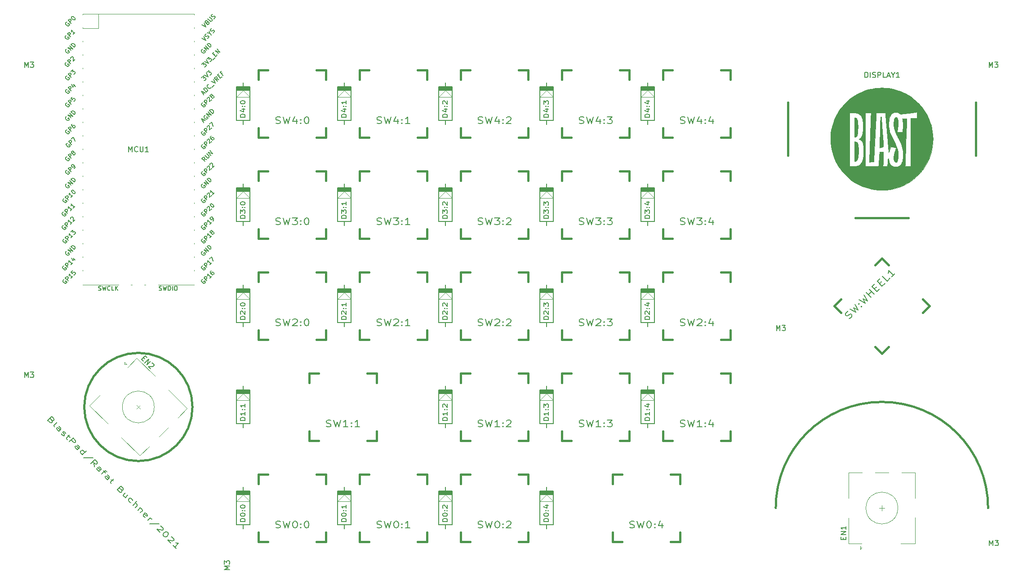
<source format=gto>
%TF.GenerationSoftware,KiCad,Pcbnew,(5.1.10-1-10_14)*%
%TF.CreationDate,2021-11-02T16:22:22+01:00*%
%TF.ProjectId,blastpad,626c6173-7470-4616-942e-6b696361645f,rev?*%
%TF.SameCoordinates,Original*%
%TF.FileFunction,Legend,Top*%
%TF.FilePolarity,Positive*%
%FSLAX46Y46*%
G04 Gerber Fmt 4.6, Leading zero omitted, Abs format (unit mm)*
G04 Created by KiCad (PCBNEW (5.1.10-1-10_14)) date 2021-11-02 16:22:22*
%MOMM*%
%LPD*%
G01*
G04 APERTURE LIST*
%ADD10C,0.150000*%
%ADD11C,0.381000*%
%ADD12C,0.203200*%
%ADD13C,0.100000*%
%ADD14C,0.120000*%
%ADD15C,0.010000*%
%ADD16C,0.142240*%
%ADD17C,3.708000*%
%ADD18C,2.159000*%
%ADD19C,2.208000*%
%ADD20C,5.128000*%
%ADD21O,2.208000X2.208000*%
%ADD22O,2.008000X2.008000*%
%ADD23O,2.308000X2.308000*%
%ADD24C,2.794000*%
%ADD25C,2.508000*%
G04 APERTURE END LIST*
D10*
X334662738Y-99641722D02*
X334780589Y-99826917D01*
X334797425Y-99911096D01*
X334780589Y-100028947D01*
X334679573Y-100129963D01*
X334561722Y-100146799D01*
X334477543Y-100129963D01*
X334342856Y-100062619D01*
X333938795Y-99658558D01*
X334645902Y-98951451D01*
X334999455Y-99305005D01*
X335066799Y-99439692D01*
X335083635Y-99523871D01*
X335066799Y-99641722D01*
X334999455Y-99709066D01*
X334881604Y-99725902D01*
X334797425Y-99709066D01*
X334662738Y-99641722D01*
X334309184Y-99288169D01*
X335150978Y-100870741D02*
X335083635Y-100736054D01*
X335100470Y-100618203D01*
X335706562Y-100012112D01*
X336009608Y-101729371D02*
X336379997Y-101358982D01*
X336396833Y-101241131D01*
X336329489Y-101106444D01*
X336127459Y-100904413D01*
X335992772Y-100837070D01*
X336043279Y-101695699D02*
X335908592Y-101628356D01*
X335656054Y-101375818D01*
X335588711Y-101241131D01*
X335605547Y-101123279D01*
X335672890Y-101055936D01*
X335790741Y-101039100D01*
X335925428Y-101106444D01*
X336177966Y-101358982D01*
X336312653Y-101426325D01*
X336497848Y-102150268D02*
X336565192Y-102284955D01*
X336767222Y-102486985D01*
X336901909Y-102554329D01*
X337019760Y-102537493D01*
X337053432Y-102503821D01*
X337070268Y-102385970D01*
X337002924Y-102251283D01*
X336851401Y-102099760D01*
X336784058Y-101965073D01*
X336800894Y-101847222D01*
X336834566Y-101813550D01*
X336952417Y-101796714D01*
X337087104Y-101864058D01*
X337238627Y-102015581D01*
X337305970Y-102150268D01*
X337693195Y-102470149D02*
X338097256Y-102874210D01*
X338080420Y-102385970D02*
X337474329Y-102992062D01*
X337457493Y-103109913D01*
X337524836Y-103244600D01*
X337625852Y-103345615D01*
X337979405Y-103699168D02*
X338686512Y-102992062D01*
X339090573Y-103396123D01*
X339157916Y-103530810D01*
X339174752Y-103614989D01*
X339157916Y-103732840D01*
X339056901Y-103833855D01*
X338939050Y-103850691D01*
X338854871Y-103833855D01*
X338720184Y-103766512D01*
X338316123Y-103362451D01*
X339494634Y-105214397D02*
X339865023Y-104844008D01*
X339881859Y-104726157D01*
X339814516Y-104591470D01*
X339612485Y-104389439D01*
X339477798Y-104322096D01*
X339528306Y-105180725D02*
X339393619Y-105113382D01*
X339141081Y-104860844D01*
X339073737Y-104726157D01*
X339090573Y-104608306D01*
X339157916Y-104540962D01*
X339275768Y-104524126D01*
X339410455Y-104591470D01*
X339662993Y-104844008D01*
X339797680Y-104911351D01*
X340454279Y-106174042D02*
X341161386Y-105466935D01*
X340487951Y-106140370D02*
X340353264Y-106073027D01*
X340151233Y-105870996D01*
X340083890Y-105736309D01*
X340067054Y-105652130D01*
X340083890Y-105534279D01*
X340285920Y-105332248D01*
X340403771Y-105315412D01*
X340487951Y-105332248D01*
X340622638Y-105399592D01*
X340824668Y-105601622D01*
X340892012Y-105736309D01*
X342457748Y-106695954D02*
X340639473Y-106695954D01*
X342676614Y-108396378D02*
X342659779Y-107706107D01*
X342070523Y-107790286D02*
X342777630Y-107083179D01*
X343181691Y-107487240D01*
X343249034Y-107621927D01*
X343265870Y-107706107D01*
X343249034Y-107823958D01*
X343148019Y-107924973D01*
X343030168Y-107941809D01*
X342945988Y-107924973D01*
X342811301Y-107857630D01*
X342407240Y-107453569D01*
X343585752Y-109305515D02*
X343956141Y-108935126D01*
X343972977Y-108817275D01*
X343905633Y-108682588D01*
X343703603Y-108480557D01*
X343568916Y-108413214D01*
X343619424Y-109271843D02*
X343484736Y-109204500D01*
X343232198Y-108951962D01*
X343164855Y-108817275D01*
X343181691Y-108699424D01*
X343249034Y-108632080D01*
X343366885Y-108615244D01*
X343501572Y-108682588D01*
X343754111Y-108935126D01*
X343888798Y-109002469D01*
X344410710Y-109187664D02*
X344814771Y-109591725D01*
X344090828Y-109810591D02*
X344696920Y-109204500D01*
X344814771Y-109187664D01*
X344949458Y-109255007D01*
X345050473Y-109356023D01*
X345151488Y-110871251D02*
X345521877Y-110500862D01*
X345538713Y-110383011D01*
X345471370Y-110248324D01*
X345269339Y-110046294D01*
X345134652Y-109978950D01*
X345185160Y-110837580D02*
X345050473Y-110770236D01*
X344797935Y-110517698D01*
X344730591Y-110383011D01*
X344747427Y-110265160D01*
X344814771Y-110197816D01*
X344932622Y-110180981D01*
X345067309Y-110248324D01*
X345319847Y-110500862D01*
X345454534Y-110568206D01*
X345808087Y-111527851D02*
X345740744Y-111393164D01*
X345757580Y-111275312D01*
X346363671Y-110669221D01*
X345841759Y-110888087D02*
X346279492Y-111056446D01*
X347744213Y-112723198D02*
X347862064Y-112908392D01*
X347878900Y-112992572D01*
X347862064Y-113110423D01*
X347761049Y-113211438D01*
X347643198Y-113228274D01*
X347559018Y-113211438D01*
X347424331Y-113144095D01*
X347020270Y-112740034D01*
X347727377Y-112032927D01*
X348080931Y-112386480D01*
X348148274Y-112521167D01*
X348165110Y-112605347D01*
X348148274Y-112723198D01*
X348080931Y-112790541D01*
X347963079Y-112807377D01*
X347878900Y-112790541D01*
X347744213Y-112723198D01*
X347390660Y-112369644D01*
X349006904Y-113783858D02*
X348535499Y-114255263D01*
X348552335Y-113329289D02*
X348181946Y-113699679D01*
X348165110Y-113817530D01*
X348232453Y-113952217D01*
X348383976Y-114103740D01*
X348518663Y-114171083D01*
X348602843Y-114187919D01*
X349528816Y-115181236D02*
X349394129Y-115113892D01*
X349192098Y-114911862D01*
X349124755Y-114777175D01*
X349107919Y-114692995D01*
X349124755Y-114575144D01*
X349326785Y-114373114D01*
X349444637Y-114356278D01*
X349528816Y-114373114D01*
X349663503Y-114440457D01*
X349865533Y-114642488D01*
X349932877Y-114777175D01*
X349949713Y-115669476D02*
X350656820Y-114962369D01*
X350404281Y-116124045D02*
X350774671Y-115753655D01*
X350791507Y-115635804D01*
X350724163Y-115501117D01*
X350572640Y-115349594D01*
X350437953Y-115282251D01*
X350353774Y-115265415D01*
X351380762Y-116157716D02*
X350909358Y-116629121D01*
X351313419Y-116225060D02*
X351397598Y-116241896D01*
X351532285Y-116309239D01*
X351683808Y-116460762D01*
X351751151Y-116595449D01*
X351734316Y-116713300D01*
X351363926Y-117083690D01*
X352306735Y-117959155D02*
X352172048Y-117891812D01*
X351970018Y-117689781D01*
X351902674Y-117555094D01*
X351919510Y-117437243D01*
X352188884Y-117167869D01*
X352306735Y-117151033D01*
X352441422Y-117218377D01*
X352643453Y-117420407D01*
X352710796Y-117555094D01*
X352693961Y-117672945D01*
X352626617Y-117740289D01*
X352054197Y-117302556D01*
X352778140Y-118497903D02*
X353249544Y-118026499D01*
X353114857Y-118161186D02*
X353232709Y-118144350D01*
X353316888Y-118161186D01*
X353451575Y-118228529D01*
X353552590Y-118329544D01*
X354933132Y-119171338D02*
X353114857Y-119171338D01*
X355135163Y-119575399D02*
X355219342Y-119592235D01*
X355354029Y-119659579D01*
X355606567Y-119912117D01*
X355673911Y-120046804D01*
X355690746Y-120130983D01*
X355673911Y-120248834D01*
X355606567Y-120316178D01*
X355455044Y-120366685D01*
X354444892Y-120164655D01*
X355101491Y-120821254D01*
X356465197Y-120770746D02*
X356566212Y-120871762D01*
X356633555Y-121006449D01*
X356650391Y-121090628D01*
X356633555Y-121208479D01*
X356549376Y-121393674D01*
X356381017Y-121562033D01*
X356195823Y-121646212D01*
X356077972Y-121663048D01*
X355993792Y-121646212D01*
X355859105Y-121578868D01*
X355758090Y-121477853D01*
X355690746Y-121343166D01*
X355673911Y-121258987D01*
X355690746Y-121141136D01*
X355774926Y-120955941D01*
X355943285Y-120787582D01*
X356128479Y-120703403D01*
X356246330Y-120686567D01*
X356330510Y-120703403D01*
X356465197Y-120770746D01*
X357155468Y-121595704D02*
X357239647Y-121612540D01*
X357374334Y-121679884D01*
X357626872Y-121932422D01*
X357694216Y-122067109D01*
X357711052Y-122151288D01*
X357694216Y-122269139D01*
X357626872Y-122336483D01*
X357475349Y-122386990D01*
X356465197Y-122184960D01*
X357121796Y-122841559D01*
X358131948Y-123851712D02*
X357525857Y-123245620D01*
X357828903Y-123548666D02*
X358536009Y-122841559D01*
X358333979Y-122841559D01*
X358165620Y-122807887D01*
X358030933Y-122740544D01*
D11*
X361184415Y-97150000D02*
G75*
G03*
X361184415Y-97150000I-10194415J0D01*
G01*
X471050000Y-116200000D02*
G75*
G02*
X511050000Y-116200000I20000000J0D01*
G01*
D12*
%TO.C,D4:4*%
X448170000Y-43175000D02*
X445630000Y-43175000D01*
X448170000Y-36825000D02*
X448170000Y-43175000D01*
X445630000Y-36825000D02*
X448170000Y-36825000D01*
X445630000Y-43175000D02*
X445630000Y-36825000D01*
X446900000Y-36825000D02*
X446900000Y-34920000D01*
X446900000Y-43175000D02*
X446900000Y-45080000D01*
D13*
G36*
X448170000Y-36825000D02*
G01*
X448170000Y-37460000D01*
X445630000Y-37460000D01*
X445630000Y-36825000D01*
X448170000Y-36825000D01*
G37*
X448170000Y-36825000D02*
X448170000Y-37460000D01*
X445630000Y-37460000D01*
X445630000Y-36825000D01*
X448170000Y-36825000D01*
D14*
X445630000Y-38730000D02*
X448170000Y-38730000D01*
X448170000Y-38730000D02*
X446900000Y-37460000D01*
X445630000Y-38730000D02*
X446900000Y-37460000D01*
D12*
%TO.C,D4:3*%
X429120000Y-43175000D02*
X426580000Y-43175000D01*
X429120000Y-36825000D02*
X429120000Y-43175000D01*
X426580000Y-36825000D02*
X429120000Y-36825000D01*
X426580000Y-43175000D02*
X426580000Y-36825000D01*
X427850000Y-36825000D02*
X427850000Y-34920000D01*
X427850000Y-43175000D02*
X427850000Y-45080000D01*
D13*
G36*
X429120000Y-36825000D02*
G01*
X429120000Y-37460000D01*
X426580000Y-37460000D01*
X426580000Y-36825000D01*
X429120000Y-36825000D01*
G37*
X429120000Y-36825000D02*
X429120000Y-37460000D01*
X426580000Y-37460000D01*
X426580000Y-36825000D01*
X429120000Y-36825000D01*
D14*
X426580000Y-38730000D02*
X429120000Y-38730000D01*
X429120000Y-38730000D02*
X427850000Y-37460000D01*
X426580000Y-38730000D02*
X427850000Y-37460000D01*
D12*
%TO.C,D4:2*%
X410070000Y-43175000D02*
X407530000Y-43175000D01*
X410070000Y-36825000D02*
X410070000Y-43175000D01*
X407530000Y-36825000D02*
X410070000Y-36825000D01*
X407530000Y-43175000D02*
X407530000Y-36825000D01*
X408800000Y-36825000D02*
X408800000Y-34920000D01*
X408800000Y-43175000D02*
X408800000Y-45080000D01*
D13*
G36*
X410070000Y-36825000D02*
G01*
X410070000Y-37460000D01*
X407530000Y-37460000D01*
X407530000Y-36825000D01*
X410070000Y-36825000D01*
G37*
X410070000Y-36825000D02*
X410070000Y-37460000D01*
X407530000Y-37460000D01*
X407530000Y-36825000D01*
X410070000Y-36825000D01*
D14*
X407530000Y-38730000D02*
X410070000Y-38730000D01*
X410070000Y-38730000D02*
X408800000Y-37460000D01*
X407530000Y-38730000D02*
X408800000Y-37460000D01*
D12*
%TO.C,D4:1*%
X391020000Y-43175000D02*
X388480000Y-43175000D01*
X391020000Y-36825000D02*
X391020000Y-43175000D01*
X388480000Y-36825000D02*
X391020000Y-36825000D01*
X388480000Y-43175000D02*
X388480000Y-36825000D01*
X389750000Y-36825000D02*
X389750000Y-34920000D01*
X389750000Y-43175000D02*
X389750000Y-45080000D01*
D13*
G36*
X391020000Y-36825000D02*
G01*
X391020000Y-37460000D01*
X388480000Y-37460000D01*
X388480000Y-36825000D01*
X391020000Y-36825000D01*
G37*
X391020000Y-36825000D02*
X391020000Y-37460000D01*
X388480000Y-37460000D01*
X388480000Y-36825000D01*
X391020000Y-36825000D01*
D14*
X388480000Y-38730000D02*
X391020000Y-38730000D01*
X391020000Y-38730000D02*
X389750000Y-37460000D01*
X388480000Y-38730000D02*
X389750000Y-37460000D01*
D12*
%TO.C,D4:0*%
X371970000Y-43175000D02*
X369430000Y-43175000D01*
X371970000Y-36825000D02*
X371970000Y-43175000D01*
X369430000Y-36825000D02*
X371970000Y-36825000D01*
X369430000Y-43175000D02*
X369430000Y-36825000D01*
X370700000Y-36825000D02*
X370700000Y-34920000D01*
X370700000Y-43175000D02*
X370700000Y-45080000D01*
D13*
G36*
X371970000Y-36825000D02*
G01*
X371970000Y-37460000D01*
X369430000Y-37460000D01*
X369430000Y-36825000D01*
X371970000Y-36825000D01*
G37*
X371970000Y-36825000D02*
X371970000Y-37460000D01*
X369430000Y-37460000D01*
X369430000Y-36825000D01*
X371970000Y-36825000D01*
D14*
X369430000Y-38730000D02*
X371970000Y-38730000D01*
X371970000Y-38730000D02*
X370700000Y-37460000D01*
X369430000Y-38730000D02*
X370700000Y-37460000D01*
D12*
%TO.C,D3:4*%
X448170000Y-62225000D02*
X445630000Y-62225000D01*
X448170000Y-55875000D02*
X448170000Y-62225000D01*
X445630000Y-55875000D02*
X448170000Y-55875000D01*
X445630000Y-62225000D02*
X445630000Y-55875000D01*
X446900000Y-55875000D02*
X446900000Y-53970000D01*
X446900000Y-62225000D02*
X446900000Y-64130000D01*
D13*
G36*
X448170000Y-55875000D02*
G01*
X448170000Y-56510000D01*
X445630000Y-56510000D01*
X445630000Y-55875000D01*
X448170000Y-55875000D01*
G37*
X448170000Y-55875000D02*
X448170000Y-56510000D01*
X445630000Y-56510000D01*
X445630000Y-55875000D01*
X448170000Y-55875000D01*
D14*
X445630000Y-57780000D02*
X448170000Y-57780000D01*
X448170000Y-57780000D02*
X446900000Y-56510000D01*
X445630000Y-57780000D02*
X446900000Y-56510000D01*
D12*
%TO.C,D3:3*%
X429120000Y-62225000D02*
X426580000Y-62225000D01*
X429120000Y-55875000D02*
X429120000Y-62225000D01*
X426580000Y-55875000D02*
X429120000Y-55875000D01*
X426580000Y-62225000D02*
X426580000Y-55875000D01*
X427850000Y-55875000D02*
X427850000Y-53970000D01*
X427850000Y-62225000D02*
X427850000Y-64130000D01*
D13*
G36*
X429120000Y-55875000D02*
G01*
X429120000Y-56510000D01*
X426580000Y-56510000D01*
X426580000Y-55875000D01*
X429120000Y-55875000D01*
G37*
X429120000Y-55875000D02*
X429120000Y-56510000D01*
X426580000Y-56510000D01*
X426580000Y-55875000D01*
X429120000Y-55875000D01*
D14*
X426580000Y-57780000D02*
X429120000Y-57780000D01*
X429120000Y-57780000D02*
X427850000Y-56510000D01*
X426580000Y-57780000D02*
X427850000Y-56510000D01*
D12*
%TO.C,D3:2*%
X410070000Y-62225000D02*
X407530000Y-62225000D01*
X410070000Y-55875000D02*
X410070000Y-62225000D01*
X407530000Y-55875000D02*
X410070000Y-55875000D01*
X407530000Y-62225000D02*
X407530000Y-55875000D01*
X408800000Y-55875000D02*
X408800000Y-53970000D01*
X408800000Y-62225000D02*
X408800000Y-64130000D01*
D13*
G36*
X410070000Y-55875000D02*
G01*
X410070000Y-56510000D01*
X407530000Y-56510000D01*
X407530000Y-55875000D01*
X410070000Y-55875000D01*
G37*
X410070000Y-55875000D02*
X410070000Y-56510000D01*
X407530000Y-56510000D01*
X407530000Y-55875000D01*
X410070000Y-55875000D01*
D14*
X407530000Y-57780000D02*
X410070000Y-57780000D01*
X410070000Y-57780000D02*
X408800000Y-56510000D01*
X407530000Y-57780000D02*
X408800000Y-56510000D01*
D12*
%TO.C,D3:1*%
X391020000Y-62225000D02*
X388480000Y-62225000D01*
X391020000Y-55875000D02*
X391020000Y-62225000D01*
X388480000Y-55875000D02*
X391020000Y-55875000D01*
X388480000Y-62225000D02*
X388480000Y-55875000D01*
X389750000Y-55875000D02*
X389750000Y-53970000D01*
X389750000Y-62225000D02*
X389750000Y-64130000D01*
D13*
G36*
X391020000Y-55875000D02*
G01*
X391020000Y-56510000D01*
X388480000Y-56510000D01*
X388480000Y-55875000D01*
X391020000Y-55875000D01*
G37*
X391020000Y-55875000D02*
X391020000Y-56510000D01*
X388480000Y-56510000D01*
X388480000Y-55875000D01*
X391020000Y-55875000D01*
D14*
X388480000Y-57780000D02*
X391020000Y-57780000D01*
X391020000Y-57780000D02*
X389750000Y-56510000D01*
X388480000Y-57780000D02*
X389750000Y-56510000D01*
D12*
%TO.C,D3:0*%
X371970000Y-62225000D02*
X369430000Y-62225000D01*
X371970000Y-55875000D02*
X371970000Y-62225000D01*
X369430000Y-55875000D02*
X371970000Y-55875000D01*
X369430000Y-62225000D02*
X369430000Y-55875000D01*
X370700000Y-55875000D02*
X370700000Y-53970000D01*
X370700000Y-62225000D02*
X370700000Y-64130000D01*
D13*
G36*
X371970000Y-55875000D02*
G01*
X371970000Y-56510000D01*
X369430000Y-56510000D01*
X369430000Y-55875000D01*
X371970000Y-55875000D01*
G37*
X371970000Y-55875000D02*
X371970000Y-56510000D01*
X369430000Y-56510000D01*
X369430000Y-55875000D01*
X371970000Y-55875000D01*
D14*
X369430000Y-57780000D02*
X371970000Y-57780000D01*
X371970000Y-57780000D02*
X370700000Y-56510000D01*
X369430000Y-57780000D02*
X370700000Y-56510000D01*
D12*
%TO.C,D2:4*%
X448170000Y-81275000D02*
X445630000Y-81275000D01*
X448170000Y-74925000D02*
X448170000Y-81275000D01*
X445630000Y-74925000D02*
X448170000Y-74925000D01*
X445630000Y-81275000D02*
X445630000Y-74925000D01*
X446900000Y-74925000D02*
X446900000Y-73020000D01*
X446900000Y-81275000D02*
X446900000Y-83180000D01*
D13*
G36*
X448170000Y-74925000D02*
G01*
X448170000Y-75560000D01*
X445630000Y-75560000D01*
X445630000Y-74925000D01*
X448170000Y-74925000D01*
G37*
X448170000Y-74925000D02*
X448170000Y-75560000D01*
X445630000Y-75560000D01*
X445630000Y-74925000D01*
X448170000Y-74925000D01*
D14*
X445630000Y-76830000D02*
X448170000Y-76830000D01*
X448170000Y-76830000D02*
X446900000Y-75560000D01*
X445630000Y-76830000D02*
X446900000Y-75560000D01*
D12*
%TO.C,D2:3*%
X429120000Y-81275000D02*
X426580000Y-81275000D01*
X429120000Y-74925000D02*
X429120000Y-81275000D01*
X426580000Y-74925000D02*
X429120000Y-74925000D01*
X426580000Y-81275000D02*
X426580000Y-74925000D01*
X427850000Y-74925000D02*
X427850000Y-73020000D01*
X427850000Y-81275000D02*
X427850000Y-83180000D01*
D13*
G36*
X429120000Y-74925000D02*
G01*
X429120000Y-75560000D01*
X426580000Y-75560000D01*
X426580000Y-74925000D01*
X429120000Y-74925000D01*
G37*
X429120000Y-74925000D02*
X429120000Y-75560000D01*
X426580000Y-75560000D01*
X426580000Y-74925000D01*
X429120000Y-74925000D01*
D14*
X426580000Y-76830000D02*
X429120000Y-76830000D01*
X429120000Y-76830000D02*
X427850000Y-75560000D01*
X426580000Y-76830000D02*
X427850000Y-75560000D01*
D12*
%TO.C,D2:2*%
X410070000Y-81275000D02*
X407530000Y-81275000D01*
X410070000Y-74925000D02*
X410070000Y-81275000D01*
X407530000Y-74925000D02*
X410070000Y-74925000D01*
X407530000Y-81275000D02*
X407530000Y-74925000D01*
X408800000Y-74925000D02*
X408800000Y-73020000D01*
X408800000Y-81275000D02*
X408800000Y-83180000D01*
D13*
G36*
X410070000Y-74925000D02*
G01*
X410070000Y-75560000D01*
X407530000Y-75560000D01*
X407530000Y-74925000D01*
X410070000Y-74925000D01*
G37*
X410070000Y-74925000D02*
X410070000Y-75560000D01*
X407530000Y-75560000D01*
X407530000Y-74925000D01*
X410070000Y-74925000D01*
D14*
X407530000Y-76830000D02*
X410070000Y-76830000D01*
X410070000Y-76830000D02*
X408800000Y-75560000D01*
X407530000Y-76830000D02*
X408800000Y-75560000D01*
D12*
%TO.C,D2:1*%
X391020000Y-81275000D02*
X388480000Y-81275000D01*
X391020000Y-74925000D02*
X391020000Y-81275000D01*
X388480000Y-74925000D02*
X391020000Y-74925000D01*
X388480000Y-81275000D02*
X388480000Y-74925000D01*
X389750000Y-74925000D02*
X389750000Y-73020000D01*
X389750000Y-81275000D02*
X389750000Y-83180000D01*
D13*
G36*
X391020000Y-74925000D02*
G01*
X391020000Y-75560000D01*
X388480000Y-75560000D01*
X388480000Y-74925000D01*
X391020000Y-74925000D01*
G37*
X391020000Y-74925000D02*
X391020000Y-75560000D01*
X388480000Y-75560000D01*
X388480000Y-74925000D01*
X391020000Y-74925000D01*
D14*
X388480000Y-76830000D02*
X391020000Y-76830000D01*
X391020000Y-76830000D02*
X389750000Y-75560000D01*
X388480000Y-76830000D02*
X389750000Y-75560000D01*
D12*
%TO.C,D2:0*%
X371970000Y-81275000D02*
X369430000Y-81275000D01*
X371970000Y-74925000D02*
X371970000Y-81275000D01*
X369430000Y-74925000D02*
X371970000Y-74925000D01*
X369430000Y-81275000D02*
X369430000Y-74925000D01*
X370700000Y-74925000D02*
X370700000Y-73020000D01*
X370700000Y-81275000D02*
X370700000Y-83180000D01*
D13*
G36*
X371970000Y-74925000D02*
G01*
X371970000Y-75560000D01*
X369430000Y-75560000D01*
X369430000Y-74925000D01*
X371970000Y-74925000D01*
G37*
X371970000Y-74925000D02*
X371970000Y-75560000D01*
X369430000Y-75560000D01*
X369430000Y-74925000D01*
X371970000Y-74925000D01*
D14*
X369430000Y-76830000D02*
X371970000Y-76830000D01*
X371970000Y-76830000D02*
X370700000Y-75560000D01*
X369430000Y-76830000D02*
X370700000Y-75560000D01*
D12*
%TO.C,D1:4*%
X448170000Y-100325000D02*
X445630000Y-100325000D01*
X448170000Y-93975000D02*
X448170000Y-100325000D01*
X445630000Y-93975000D02*
X448170000Y-93975000D01*
X445630000Y-100325000D02*
X445630000Y-93975000D01*
X446900000Y-93975000D02*
X446900000Y-92070000D01*
X446900000Y-100325000D02*
X446900000Y-102230000D01*
D13*
G36*
X448170000Y-93975000D02*
G01*
X448170000Y-94610000D01*
X445630000Y-94610000D01*
X445630000Y-93975000D01*
X448170000Y-93975000D01*
G37*
X448170000Y-93975000D02*
X448170000Y-94610000D01*
X445630000Y-94610000D01*
X445630000Y-93975000D01*
X448170000Y-93975000D01*
D14*
X445630000Y-95880000D02*
X448170000Y-95880000D01*
X448170000Y-95880000D02*
X446900000Y-94610000D01*
X445630000Y-95880000D02*
X446900000Y-94610000D01*
D12*
%TO.C,D1:3*%
X429120000Y-100325000D02*
X426580000Y-100325000D01*
X429120000Y-93975000D02*
X429120000Y-100325000D01*
X426580000Y-93975000D02*
X429120000Y-93975000D01*
X426580000Y-100325000D02*
X426580000Y-93975000D01*
X427850000Y-93975000D02*
X427850000Y-92070000D01*
X427850000Y-100325000D02*
X427850000Y-102230000D01*
D13*
G36*
X429120000Y-93975000D02*
G01*
X429120000Y-94610000D01*
X426580000Y-94610000D01*
X426580000Y-93975000D01*
X429120000Y-93975000D01*
G37*
X429120000Y-93975000D02*
X429120000Y-94610000D01*
X426580000Y-94610000D01*
X426580000Y-93975000D01*
X429120000Y-93975000D01*
D14*
X426580000Y-95880000D02*
X429120000Y-95880000D01*
X429120000Y-95880000D02*
X427850000Y-94610000D01*
X426580000Y-95880000D02*
X427850000Y-94610000D01*
D12*
%TO.C,D1:2*%
X410070000Y-100325000D02*
X407530000Y-100325000D01*
X410070000Y-93975000D02*
X410070000Y-100325000D01*
X407530000Y-93975000D02*
X410070000Y-93975000D01*
X407530000Y-100325000D02*
X407530000Y-93975000D01*
X408800000Y-93975000D02*
X408800000Y-92070000D01*
X408800000Y-100325000D02*
X408800000Y-102230000D01*
D13*
G36*
X410070000Y-93975000D02*
G01*
X410070000Y-94610000D01*
X407530000Y-94610000D01*
X407530000Y-93975000D01*
X410070000Y-93975000D01*
G37*
X410070000Y-93975000D02*
X410070000Y-94610000D01*
X407530000Y-94610000D01*
X407530000Y-93975000D01*
X410070000Y-93975000D01*
D14*
X407530000Y-95880000D02*
X410070000Y-95880000D01*
X410070000Y-95880000D02*
X408800000Y-94610000D01*
X407530000Y-95880000D02*
X408800000Y-94610000D01*
D12*
%TO.C,D1:1*%
X371970000Y-100325000D02*
X369430000Y-100325000D01*
X371970000Y-93975000D02*
X371970000Y-100325000D01*
X369430000Y-93975000D02*
X371970000Y-93975000D01*
X369430000Y-100325000D02*
X369430000Y-93975000D01*
X370700000Y-93975000D02*
X370700000Y-92070000D01*
X370700000Y-100325000D02*
X370700000Y-102230000D01*
D13*
G36*
X371970000Y-93975000D02*
G01*
X371970000Y-94610000D01*
X369430000Y-94610000D01*
X369430000Y-93975000D01*
X371970000Y-93975000D01*
G37*
X371970000Y-93975000D02*
X371970000Y-94610000D01*
X369430000Y-94610000D01*
X369430000Y-93975000D01*
X371970000Y-93975000D01*
D14*
X369430000Y-95880000D02*
X371970000Y-95880000D01*
X371970000Y-95880000D02*
X370700000Y-94610000D01*
X369430000Y-95880000D02*
X370700000Y-94610000D01*
D12*
%TO.C,D0:4*%
X429120000Y-119375000D02*
X426580000Y-119375000D01*
X429120000Y-113025000D02*
X429120000Y-119375000D01*
X426580000Y-113025000D02*
X429120000Y-113025000D01*
X426580000Y-119375000D02*
X426580000Y-113025000D01*
X427850000Y-113025000D02*
X427850000Y-111120000D01*
X427850000Y-119375000D02*
X427850000Y-121280000D01*
D13*
G36*
X429120000Y-113025000D02*
G01*
X429120000Y-113660000D01*
X426580000Y-113660000D01*
X426580000Y-113025000D01*
X429120000Y-113025000D01*
G37*
X429120000Y-113025000D02*
X429120000Y-113660000D01*
X426580000Y-113660000D01*
X426580000Y-113025000D01*
X429120000Y-113025000D01*
D14*
X426580000Y-114930000D02*
X429120000Y-114930000D01*
X429120000Y-114930000D02*
X427850000Y-113660000D01*
X426580000Y-114930000D02*
X427850000Y-113660000D01*
D12*
%TO.C,D0:2*%
X410070000Y-119375000D02*
X407530000Y-119375000D01*
X410070000Y-113025000D02*
X410070000Y-119375000D01*
X407530000Y-113025000D02*
X410070000Y-113025000D01*
X407530000Y-119375000D02*
X407530000Y-113025000D01*
X408800000Y-113025000D02*
X408800000Y-111120000D01*
X408800000Y-119375000D02*
X408800000Y-121280000D01*
D13*
G36*
X410070000Y-113025000D02*
G01*
X410070000Y-113660000D01*
X407530000Y-113660000D01*
X407530000Y-113025000D01*
X410070000Y-113025000D01*
G37*
X410070000Y-113025000D02*
X410070000Y-113660000D01*
X407530000Y-113660000D01*
X407530000Y-113025000D01*
X410070000Y-113025000D01*
D14*
X407530000Y-114930000D02*
X410070000Y-114930000D01*
X410070000Y-114930000D02*
X408800000Y-113660000D01*
X407530000Y-114930000D02*
X408800000Y-113660000D01*
D12*
%TO.C,D0:1*%
X391020000Y-119375000D02*
X388480000Y-119375000D01*
X391020000Y-113025000D02*
X391020000Y-119375000D01*
X388480000Y-113025000D02*
X391020000Y-113025000D01*
X388480000Y-119375000D02*
X388480000Y-113025000D01*
X389750000Y-113025000D02*
X389750000Y-111120000D01*
X389750000Y-119375000D02*
X389750000Y-121280000D01*
D13*
G36*
X391020000Y-113025000D02*
G01*
X391020000Y-113660000D01*
X388480000Y-113660000D01*
X388480000Y-113025000D01*
X391020000Y-113025000D01*
G37*
X391020000Y-113025000D02*
X391020000Y-113660000D01*
X388480000Y-113660000D01*
X388480000Y-113025000D01*
X391020000Y-113025000D01*
D14*
X388480000Y-114930000D02*
X391020000Y-114930000D01*
X391020000Y-114930000D02*
X389750000Y-113660000D01*
X388480000Y-114930000D02*
X389750000Y-113660000D01*
D12*
%TO.C,D0:0*%
X371970000Y-119375000D02*
X369430000Y-119375000D01*
X371970000Y-113025000D02*
X371970000Y-119375000D01*
X369430000Y-113025000D02*
X371970000Y-113025000D01*
X369430000Y-119375000D02*
X369430000Y-113025000D01*
X370700000Y-113025000D02*
X370700000Y-111120000D01*
X370700000Y-119375000D02*
X370700000Y-121280000D01*
D13*
G36*
X371970000Y-113025000D02*
G01*
X371970000Y-113660000D01*
X369430000Y-113660000D01*
X369430000Y-113025000D01*
X371970000Y-113025000D01*
G37*
X371970000Y-113025000D02*
X371970000Y-113660000D01*
X369430000Y-113660000D01*
X369430000Y-113025000D01*
X371970000Y-113025000D01*
D14*
X369430000Y-114930000D02*
X371970000Y-114930000D01*
X371970000Y-114930000D02*
X370700000Y-113660000D01*
X369430000Y-114930000D02*
X370700000Y-113660000D01*
D15*
%TO.C,G\u002A\u002A\u002A*%
G36*
X486097163Y-42631239D02*
G01*
X486186387Y-42678765D01*
X486264440Y-42758806D01*
X486331725Y-42872041D01*
X486388642Y-43019149D01*
X486435590Y-43200809D01*
X486472972Y-43417700D01*
X486474045Y-43425454D01*
X486488653Y-43559802D01*
X486500078Y-43722869D01*
X486508378Y-43908609D01*
X486513608Y-44110975D01*
X486515824Y-44323919D01*
X486515081Y-44541394D01*
X486511436Y-44757354D01*
X486504944Y-44965752D01*
X486495661Y-45160540D01*
X486483642Y-45335670D01*
X486468945Y-45485097D01*
X486454085Y-45589119D01*
X486410168Y-45789878D01*
X486354400Y-45957243D01*
X486287060Y-46090799D01*
X486208429Y-46190132D01*
X486118787Y-46254829D01*
X486018414Y-46284475D01*
X485982198Y-46286496D01*
X485907299Y-46286496D01*
X485907299Y-42615547D01*
X485996370Y-42615547D01*
X486097163Y-42631239D01*
G37*
X486097163Y-42631239D02*
X486186387Y-42678765D01*
X486264440Y-42758806D01*
X486331725Y-42872041D01*
X486388642Y-43019149D01*
X486435590Y-43200809D01*
X486472972Y-43417700D01*
X486474045Y-43425454D01*
X486488653Y-43559802D01*
X486500078Y-43722869D01*
X486508378Y-43908609D01*
X486513608Y-44110975D01*
X486515824Y-44323919D01*
X486515081Y-44541394D01*
X486511436Y-44757354D01*
X486504944Y-44965752D01*
X486495661Y-45160540D01*
X486483642Y-45335670D01*
X486468945Y-45485097D01*
X486454085Y-45589119D01*
X486410168Y-45789878D01*
X486354400Y-45957243D01*
X486287060Y-46090799D01*
X486208429Y-46190132D01*
X486118787Y-46254829D01*
X486018414Y-46284475D01*
X485982198Y-46286496D01*
X485907299Y-46286496D01*
X485907299Y-42615547D01*
X485996370Y-42615547D01*
X486097163Y-42631239D01*
G36*
X486032445Y-47161884D02*
G01*
X486160247Y-47183760D01*
X486268596Y-47230931D01*
X486359389Y-47305465D01*
X486434522Y-47409431D01*
X486495891Y-47544895D01*
X486545394Y-47713925D01*
X486547682Y-47723688D01*
X486567309Y-47833514D01*
X486583403Y-47974969D01*
X486595971Y-48142773D01*
X486605018Y-48331644D01*
X486610549Y-48536300D01*
X486612569Y-48751460D01*
X486611084Y-48971842D01*
X486606099Y-49192165D01*
X486597621Y-49407148D01*
X486585653Y-49611509D01*
X486570202Y-49799967D01*
X486551272Y-49967239D01*
X486545349Y-50009561D01*
X486521732Y-50144611D01*
X486491221Y-50280616D01*
X486456455Y-50407804D01*
X486420074Y-50516404D01*
X486388921Y-50588636D01*
X486312980Y-50705432D01*
X486221023Y-50791774D01*
X486115766Y-50845754D01*
X485999926Y-50865458D01*
X485995365Y-50865505D01*
X485907299Y-50865912D01*
X485907299Y-47152901D01*
X486032445Y-47161884D01*
G37*
X486032445Y-47161884D02*
X486160247Y-47183760D01*
X486268596Y-47230931D01*
X486359389Y-47305465D01*
X486434522Y-47409431D01*
X486495891Y-47544895D01*
X486545394Y-47713925D01*
X486547682Y-47723688D01*
X486567309Y-47833514D01*
X486583403Y-47974969D01*
X486595971Y-48142773D01*
X486605018Y-48331644D01*
X486610549Y-48536300D01*
X486612569Y-48751460D01*
X486611084Y-48971842D01*
X486606099Y-49192165D01*
X486597621Y-49407148D01*
X486585653Y-49611509D01*
X486570202Y-49799967D01*
X486551272Y-49967239D01*
X486545349Y-50009561D01*
X486521732Y-50144611D01*
X486491221Y-50280616D01*
X486456455Y-50407804D01*
X486420074Y-50516404D01*
X486388921Y-50588636D01*
X486312980Y-50705432D01*
X486221023Y-50791774D01*
X486115766Y-50845754D01*
X485999926Y-50865458D01*
X485995365Y-50865505D01*
X485907299Y-50865912D01*
X485907299Y-47152901D01*
X486032445Y-47161884D01*
G36*
X490884551Y-42450790D02*
G01*
X490906765Y-42463955D01*
X490917090Y-42498464D01*
X490921183Y-42527482D01*
X490924462Y-42560270D01*
X490930221Y-42626758D01*
X490938269Y-42724445D01*
X490948421Y-42850836D01*
X490960487Y-43003433D01*
X490974279Y-43179737D01*
X490989610Y-43377251D01*
X491006292Y-43593477D01*
X491024137Y-43825919D01*
X491042957Y-44072077D01*
X491062563Y-44329455D01*
X491082768Y-44595554D01*
X491103385Y-44867878D01*
X491124224Y-45143928D01*
X491145099Y-45421207D01*
X491165820Y-45697218D01*
X491186201Y-45969461D01*
X491206052Y-46235441D01*
X491225188Y-46492659D01*
X491243418Y-46738617D01*
X491260556Y-46970818D01*
X491276413Y-47186765D01*
X491290801Y-47383959D01*
X491303533Y-47559903D01*
X491314420Y-47712100D01*
X491323275Y-47838051D01*
X491329910Y-47935259D01*
X491334136Y-48001226D01*
X491335766Y-48033455D01*
X491335724Y-48036151D01*
X491327892Y-48050937D01*
X491305954Y-48067327D01*
X491265730Y-48087122D01*
X491203036Y-48112121D01*
X491113690Y-48144126D01*
X490993509Y-48184937D01*
X490978399Y-48189983D01*
X490870605Y-48225763D01*
X490775033Y-48257146D01*
X490697166Y-48282359D01*
X490642490Y-48299628D01*
X490616488Y-48307181D01*
X490615273Y-48307372D01*
X490611240Y-48290144D01*
X490609216Y-48243621D01*
X490609378Y-48175539D01*
X490610953Y-48117336D01*
X490612292Y-48075374D01*
X490614532Y-47998750D01*
X490617609Y-47889868D01*
X490621457Y-47751133D01*
X490626011Y-47584950D01*
X490631208Y-47393725D01*
X490636981Y-47179862D01*
X490643266Y-46945766D01*
X490649997Y-46693843D01*
X490657111Y-46426497D01*
X490664543Y-46146133D01*
X490672226Y-45855156D01*
X490680097Y-45555971D01*
X490681361Y-45507810D01*
X490689343Y-45204721D01*
X490697220Y-44907642D01*
X490704922Y-44619144D01*
X490712378Y-44341798D01*
X490719516Y-44078176D01*
X490726267Y-43830849D01*
X490732559Y-43602388D01*
X490738321Y-43395364D01*
X490743482Y-43212349D01*
X490747973Y-43055914D01*
X490751721Y-42928631D01*
X490754657Y-42833069D01*
X490756708Y-42771802D01*
X490756830Y-42768503D01*
X490768803Y-42448686D01*
X490839835Y-42448686D01*
X490884551Y-42450790D01*
G37*
X490884551Y-42450790D02*
X490906765Y-42463955D01*
X490917090Y-42498464D01*
X490921183Y-42527482D01*
X490924462Y-42560270D01*
X490930221Y-42626758D01*
X490938269Y-42724445D01*
X490948421Y-42850836D01*
X490960487Y-43003433D01*
X490974279Y-43179737D01*
X490989610Y-43377251D01*
X491006292Y-43593477D01*
X491024137Y-43825919D01*
X491042957Y-44072077D01*
X491062563Y-44329455D01*
X491082768Y-44595554D01*
X491103385Y-44867878D01*
X491124224Y-45143928D01*
X491145099Y-45421207D01*
X491165820Y-45697218D01*
X491186201Y-45969461D01*
X491206052Y-46235441D01*
X491225188Y-46492659D01*
X491243418Y-46738617D01*
X491260556Y-46970818D01*
X491276413Y-47186765D01*
X491290801Y-47383959D01*
X491303533Y-47559903D01*
X491314420Y-47712100D01*
X491323275Y-47838051D01*
X491329910Y-47935259D01*
X491334136Y-48001226D01*
X491335766Y-48033455D01*
X491335724Y-48036151D01*
X491327892Y-48050937D01*
X491305954Y-48067327D01*
X491265730Y-48087122D01*
X491203036Y-48112121D01*
X491113690Y-48144126D01*
X490993509Y-48184937D01*
X490978399Y-48189983D01*
X490870605Y-48225763D01*
X490775033Y-48257146D01*
X490697166Y-48282359D01*
X490642490Y-48299628D01*
X490616488Y-48307181D01*
X490615273Y-48307372D01*
X490611240Y-48290144D01*
X490609216Y-48243621D01*
X490609378Y-48175539D01*
X490610953Y-48117336D01*
X490612292Y-48075374D01*
X490614532Y-47998750D01*
X490617609Y-47889868D01*
X490621457Y-47751133D01*
X490626011Y-47584950D01*
X490631208Y-47393725D01*
X490636981Y-47179862D01*
X490643266Y-46945766D01*
X490649997Y-46693843D01*
X490657111Y-46426497D01*
X490664543Y-46146133D01*
X490672226Y-45855156D01*
X490680097Y-45555971D01*
X490681361Y-45507810D01*
X490689343Y-45204721D01*
X490697220Y-44907642D01*
X490704922Y-44619144D01*
X490712378Y-44341798D01*
X490719516Y-44078176D01*
X490726267Y-43830849D01*
X490732559Y-43602388D01*
X490738321Y-43395364D01*
X490743482Y-43212349D01*
X490747973Y-43055914D01*
X490751721Y-42928631D01*
X490754657Y-42833069D01*
X490756708Y-42771802D01*
X490756830Y-42768503D01*
X490768803Y-42448686D01*
X490839835Y-42448686D01*
X490884551Y-42450790D01*
G36*
X491617103Y-37015247D02*
G01*
X492211433Y-37069777D01*
X492800746Y-37160999D01*
X493384672Y-37288866D01*
X493962842Y-37453331D01*
X494534889Y-37654349D01*
X494587788Y-37674909D01*
X494723748Y-37731157D01*
X494883778Y-37802244D01*
X495059956Y-37884259D01*
X495244358Y-37973291D01*
X495429065Y-38065430D01*
X495606153Y-38156766D01*
X495767702Y-38243388D01*
X495905788Y-38321386D01*
X495946788Y-38345730D01*
X496350124Y-38600444D01*
X496724908Y-38861567D01*
X497079669Y-39135764D01*
X497422935Y-39429705D01*
X497763233Y-39750055D01*
X497838413Y-39824604D01*
X497945974Y-39933776D01*
X498056858Y-40049112D01*
X498164580Y-40163670D01*
X498262656Y-40270505D01*
X498344600Y-40362673D01*
X498383968Y-40408814D01*
X498763309Y-40891394D01*
X499108118Y-41387433D01*
X499418492Y-41897161D01*
X499694526Y-42420810D01*
X499936315Y-42958610D01*
X500143956Y-43510792D01*
X500317545Y-44077586D01*
X500457176Y-44659224D01*
X500562946Y-45255935D01*
X500630857Y-45822992D01*
X500638745Y-45934068D01*
X500644941Y-46074935D01*
X500649447Y-46238458D01*
X500652263Y-46417501D01*
X500653391Y-46604928D01*
X500652831Y-46793601D01*
X500650584Y-46976386D01*
X500646652Y-47146145D01*
X500641034Y-47295743D01*
X500633733Y-47418043D01*
X500630644Y-47454525D01*
X500561208Y-48034938D01*
X500463475Y-48594098D01*
X500336340Y-49135966D01*
X500178696Y-49664503D01*
X499989436Y-50183670D01*
X499767452Y-50697429D01*
X499664335Y-50912263D01*
X499419561Y-51379132D01*
X499159577Y-51817808D01*
X498880117Y-52234225D01*
X498576919Y-52634318D01*
X498245716Y-53024022D01*
X497882246Y-53409272D01*
X497838682Y-53453062D01*
X497624864Y-53662594D01*
X497424405Y-53849482D01*
X497228877Y-54021084D01*
X497029851Y-54184757D01*
X496818897Y-54347861D01*
X496782123Y-54375404D01*
X496292126Y-54718012D01*
X495784963Y-55027932D01*
X495261687Y-55304776D01*
X494723352Y-55548151D01*
X494171011Y-55757668D01*
X493605716Y-55932935D01*
X493028520Y-56073562D01*
X492440478Y-56179158D01*
X491842641Y-56249332D01*
X491701095Y-56260622D01*
X491585459Y-56266964D01*
X491440911Y-56271684D01*
X491275580Y-56274790D01*
X491097598Y-56276290D01*
X490915097Y-56276192D01*
X490736207Y-56274505D01*
X490569059Y-56271236D01*
X490421785Y-56266393D01*
X490302516Y-56259984D01*
X490292044Y-56259228D01*
X489704387Y-56196986D01*
X489121902Y-56098491D01*
X488546639Y-55964441D01*
X487980646Y-55795532D01*
X487425971Y-55592459D01*
X486884663Y-55355920D01*
X486358770Y-55086611D01*
X485850341Y-54785227D01*
X485733176Y-54709534D01*
X485239307Y-54363473D01*
X484771240Y-53990825D01*
X484329340Y-53591974D01*
X483913977Y-53167303D01*
X483525517Y-52717194D01*
X483164330Y-52242031D01*
X482839886Y-51755839D01*
X484961752Y-51755839D01*
X485559671Y-51755596D01*
X485732546Y-51755255D01*
X485873326Y-51754238D01*
X485986996Y-51752316D01*
X486078537Y-51749263D01*
X486152934Y-51744852D01*
X486215170Y-51738854D01*
X486270228Y-51731044D01*
X486323091Y-51721193D01*
X486325644Y-51720668D01*
X486536897Y-51660947D01*
X486727522Y-51572939D01*
X486897894Y-51456116D01*
X487048388Y-51309948D01*
X487179380Y-51133904D01*
X487291246Y-50927455D01*
X487384362Y-50690071D01*
X487459102Y-50421222D01*
X487515843Y-50120379D01*
X487529603Y-50022336D01*
X487546326Y-49868047D01*
X487560391Y-49686728D01*
X487571716Y-49484888D01*
X487580216Y-49269036D01*
X487585809Y-49045680D01*
X487588412Y-48821328D01*
X487587941Y-48602490D01*
X487584313Y-48395673D01*
X487577446Y-48207386D01*
X487567255Y-48044138D01*
X487556287Y-47932916D01*
X487514431Y-47681545D01*
X487453625Y-47452649D01*
X487374995Y-47249137D01*
X487279670Y-47073915D01*
X487168775Y-46929889D01*
X487166405Y-46927346D01*
X487062886Y-46832503D01*
X486949219Y-46755451D01*
X486835224Y-46702192D01*
X486767366Y-46683502D01*
X486718220Y-46665662D01*
X486703498Y-46639801D01*
X486722552Y-46609931D01*
X486774734Y-46580069D01*
X486784695Y-46576099D01*
X486909908Y-46508630D01*
X487024348Y-46406480D01*
X487127501Y-46270600D01*
X487218851Y-46101941D01*
X487297884Y-45901455D01*
X487364087Y-45670094D01*
X487416945Y-45408809D01*
X487417439Y-45405839D01*
X487436358Y-45282878D01*
X487451508Y-45161979D01*
X487463240Y-45037077D01*
X487471909Y-44902107D01*
X487477866Y-44751003D01*
X487481464Y-44577702D01*
X487483056Y-44376137D01*
X487483211Y-44274890D01*
X487481338Y-44006959D01*
X487475390Y-43771422D01*
X487464878Y-43563769D01*
X487449314Y-43379489D01*
X487428207Y-43214069D01*
X487401069Y-43062998D01*
X487367409Y-42921764D01*
X487326739Y-42785857D01*
X487319253Y-42763430D01*
X487227413Y-42531722D01*
X487118871Y-42332178D01*
X486991822Y-42163007D01*
X486844462Y-42022417D01*
X486674988Y-41908616D01*
X486481595Y-41819813D01*
X486316477Y-41767666D01*
X486264895Y-41754524D01*
X486217160Y-41743983D01*
X486168208Y-41735673D01*
X486112975Y-41729225D01*
X486046399Y-41724269D01*
X485963416Y-41720436D01*
X485858963Y-41717355D01*
X485727976Y-41714657D01*
X485565392Y-41711973D01*
X485550401Y-41711741D01*
X485248930Y-41707080D01*
X487891095Y-41707080D01*
X487891095Y-51755839D01*
X490392334Y-51755839D01*
X490401891Y-51695584D01*
X490404797Y-51667733D01*
X490410157Y-51606673D01*
X490417682Y-51516175D01*
X490427083Y-51400007D01*
X490438073Y-51261940D01*
X490450365Y-51105743D01*
X490463669Y-50935187D01*
X490477699Y-50754041D01*
X490492165Y-50566076D01*
X490506781Y-50375061D01*
X490521258Y-50184766D01*
X490535309Y-49998961D01*
X490548644Y-49821416D01*
X490560977Y-49655900D01*
X490572019Y-49506184D01*
X490581483Y-49376038D01*
X490589080Y-49269232D01*
X490594523Y-49189534D01*
X490597523Y-49140716D01*
X490598031Y-49127773D01*
X490597956Y-49086058D01*
X491306680Y-49086058D01*
X491295535Y-49359525D01*
X491292805Y-49439893D01*
X491289816Y-49551432D01*
X491286684Y-49688232D01*
X491283529Y-49844387D01*
X491280468Y-50013987D01*
X491277620Y-50191126D01*
X491275102Y-50369894D01*
X491274685Y-50402409D01*
X491272232Y-50581828D01*
X491269424Y-50761550D01*
X491266380Y-50935511D01*
X491263220Y-51097643D01*
X491260062Y-51241880D01*
X491257026Y-51362158D01*
X491254232Y-51452409D01*
X491253809Y-51463832D01*
X491242637Y-51755839D01*
X492053717Y-51755839D01*
X492115270Y-51111569D01*
X492133682Y-50917940D01*
X492148881Y-50758004D01*
X492161442Y-50628568D01*
X492171941Y-50526440D01*
X492180954Y-50448427D01*
X492189056Y-50391335D01*
X492196823Y-50351973D01*
X492204830Y-50327147D01*
X492213653Y-50313664D01*
X492223867Y-50308332D01*
X492236048Y-50307957D01*
X492250772Y-50309347D01*
X492259819Y-50309708D01*
X492298927Y-50311861D01*
X492316912Y-50325237D01*
X492321993Y-50360211D01*
X492322264Y-50388503D01*
X492327983Y-50480431D01*
X492343550Y-50595757D01*
X492366803Y-50722798D01*
X492395576Y-50849873D01*
X492427705Y-50965298D01*
X492431134Y-50976106D01*
X492500445Y-51157964D01*
X492585204Y-51314448D01*
X492691729Y-51456123D01*
X492765577Y-51535272D01*
X492922570Y-51668371D01*
X493093859Y-51767299D01*
X493279310Y-51831981D01*
X493308986Y-51838865D01*
X493420869Y-51855814D01*
X493554063Y-51864603D01*
X493695984Y-51865369D01*
X493834051Y-51858247D01*
X493955683Y-51843372D01*
X494013673Y-51831263D01*
X494207236Y-51763909D01*
X494379803Y-51666176D01*
X494531474Y-51537959D01*
X494662351Y-51379154D01*
X494772536Y-51189656D01*
X494862129Y-50969361D01*
X494868755Y-50949343D01*
X494909995Y-50811648D01*
X494943840Y-50672238D01*
X494971285Y-50524515D01*
X494993326Y-50361879D01*
X495010957Y-50177730D01*
X495025173Y-49965468D01*
X495029528Y-49883284D01*
X495037524Y-49543104D01*
X495026141Y-49213419D01*
X494994352Y-48890127D01*
X494941131Y-48569124D01*
X494865451Y-48246306D01*
X494766285Y-47917570D01*
X494642607Y-47578812D01*
X494493389Y-47225928D01*
X494317606Y-46854815D01*
X494227020Y-46675839D01*
X494106933Y-46442429D01*
X494002611Y-46238400D01*
X493912489Y-46060350D01*
X493835004Y-45904880D01*
X493768591Y-45768588D01*
X493711685Y-45648074D01*
X493662722Y-45539936D01*
X493620137Y-45440775D01*
X493582366Y-45347189D01*
X493547844Y-45255778D01*
X493515008Y-45163140D01*
X493482291Y-45065876D01*
X493472185Y-45035036D01*
X493400901Y-44798008D01*
X493346809Y-44573139D01*
X493308818Y-44351580D01*
X493285839Y-44124480D01*
X493276781Y-43882989D01*
X493280553Y-43618257D01*
X493284881Y-43514744D01*
X493296060Y-43320115D01*
X493309663Y-43157970D01*
X493326410Y-43023751D01*
X493347021Y-42912901D01*
X493372216Y-42820862D01*
X493402715Y-42743078D01*
X493408849Y-42730185D01*
X493470269Y-42638444D01*
X493546365Y-42577423D01*
X493631682Y-42547952D01*
X493720763Y-42550862D01*
X493808156Y-42586985D01*
X493888385Y-42657131D01*
X493951271Y-42748355D01*
X494001656Y-42861819D01*
X494040087Y-43000158D01*
X494067109Y-43166008D01*
X494083269Y-43362006D01*
X494089113Y-43590785D01*
X494089138Y-43625985D01*
X494087220Y-43777836D01*
X494081710Y-43926697D01*
X494072026Y-44078881D01*
X494057589Y-44240706D01*
X494037816Y-44418485D01*
X494012127Y-44618533D01*
X493979940Y-44847166D01*
X493971440Y-44905255D01*
X493954777Y-45019965D01*
X493940156Y-45123522D01*
X493928406Y-45209815D01*
X493920357Y-45272729D01*
X493916836Y-45306151D01*
X493916748Y-45308503D01*
X493918965Y-45318213D01*
X493928414Y-45325775D01*
X493949178Y-45331455D01*
X493985347Y-45335519D01*
X494041004Y-45338233D01*
X494120238Y-45339864D01*
X494227134Y-45340676D01*
X494365779Y-45340938D01*
X494414937Y-45340949D01*
X494913232Y-45340949D01*
X494934091Y-45169452D01*
X494955606Y-44982760D01*
X494972014Y-44814783D01*
X494983910Y-44655123D01*
X494991892Y-44493383D01*
X494996554Y-44319167D01*
X494998492Y-44122078D01*
X494998637Y-44043138D01*
X494996895Y-43814001D01*
X494991183Y-43614645D01*
X494980921Y-43437926D01*
X494965530Y-43276700D01*
X494944429Y-43123823D01*
X494917036Y-42972150D01*
X494908095Y-42928615D01*
X494895168Y-42863706D01*
X494886865Y-42815115D01*
X494884749Y-42792135D01*
X494885038Y-42791489D01*
X494904177Y-42789858D01*
X494955040Y-42787470D01*
X495032281Y-42784520D01*
X495130559Y-42781207D01*
X495244527Y-42777728D01*
X495302518Y-42776077D01*
X495436613Y-42772523D01*
X495538139Y-42770464D01*
X495611586Y-42770124D01*
X495661443Y-42771726D01*
X495692201Y-42775497D01*
X495708348Y-42781658D01*
X495714376Y-42790436D01*
X495715004Y-42796678D01*
X495714354Y-42817880D01*
X495712446Y-42874522D01*
X495709339Y-42964989D01*
X495705088Y-43087664D01*
X495699751Y-43240932D01*
X495693385Y-43423176D01*
X495686045Y-43632780D01*
X495677789Y-43868129D01*
X495668674Y-44127605D01*
X495658757Y-44409592D01*
X495648094Y-44712475D01*
X495636742Y-45034638D01*
X495624758Y-45374464D01*
X495612199Y-45730337D01*
X495599122Y-46100641D01*
X495585583Y-46483759D01*
X495571639Y-46878076D01*
X495557474Y-47278394D01*
X495543191Y-47681961D01*
X495529256Y-48075795D01*
X495515726Y-48458290D01*
X495502657Y-48827839D01*
X495490107Y-49182832D01*
X495478131Y-49521664D01*
X495466787Y-49842727D01*
X495456131Y-50144413D01*
X495446220Y-50425116D01*
X495437111Y-50683227D01*
X495428861Y-50917139D01*
X495421526Y-51125245D01*
X495415163Y-51305937D01*
X495409829Y-51457608D01*
X495405580Y-51578651D01*
X495402474Y-51667458D01*
X495400567Y-51722422D01*
X495399915Y-51741934D01*
X495417677Y-51745446D01*
X495467950Y-51748631D01*
X495546164Y-51751375D01*
X495647750Y-51753561D01*
X495768138Y-51755073D01*
X495902760Y-51755794D01*
X495946788Y-51755839D01*
X496493722Y-51755839D01*
X496493722Y-42745328D01*
X497680292Y-42745328D01*
X497680292Y-42152044D01*
X497679804Y-42007611D01*
X497678422Y-41875966D01*
X497676264Y-41761473D01*
X497673450Y-41668497D01*
X497670099Y-41601403D01*
X497666331Y-41564555D01*
X497664061Y-41558759D01*
X497643643Y-41561189D01*
X497589177Y-41568240D01*
X497503358Y-41579549D01*
X497388879Y-41594757D01*
X497248438Y-41613503D01*
X497084728Y-41635426D01*
X496900446Y-41660164D01*
X496698286Y-41687358D01*
X496480944Y-41716647D01*
X496251115Y-41747669D01*
X496075198Y-41771447D01*
X494502567Y-41984135D01*
X494424173Y-41902318D01*
X494289501Y-41786164D01*
X494133553Y-41693207D01*
X494027883Y-41649417D01*
X493926821Y-41625028D01*
X493802002Y-41610655D01*
X493665422Y-41606478D01*
X493529078Y-41612677D01*
X493404963Y-41629433D01*
X493360438Y-41639386D01*
X493177481Y-41701294D01*
X493014261Y-41788448D01*
X492870121Y-41901930D01*
X492744403Y-42042823D01*
X492636450Y-42212207D01*
X492545606Y-42411166D01*
X492471212Y-42640782D01*
X492412612Y-42902136D01*
X492369149Y-43196311D01*
X492359282Y-43287911D01*
X492351372Y-43392262D01*
X492345418Y-43521583D01*
X492341428Y-43668028D01*
X492339408Y-43823753D01*
X492339366Y-43980912D01*
X492341307Y-44131661D01*
X492345240Y-44268154D01*
X492351172Y-44382546D01*
X492358245Y-44460292D01*
X492397465Y-44723084D01*
X492450013Y-44980846D01*
X492517501Y-45238115D01*
X492601542Y-45499426D01*
X492703746Y-45769315D01*
X492825728Y-46052316D01*
X492969097Y-46352968D01*
X493135468Y-46675803D01*
X493166038Y-46733001D01*
X493327146Y-47037676D01*
X493468515Y-47315617D01*
X493591576Y-47570532D01*
X493697763Y-47806129D01*
X493788506Y-48026117D01*
X493865238Y-48234203D01*
X493929391Y-48434095D01*
X493982397Y-48629501D01*
X494025689Y-48824130D01*
X494060698Y-49021689D01*
X494067668Y-49067518D01*
X494075989Y-49148210D01*
X494082220Y-49258467D01*
X494086373Y-49390837D01*
X494088457Y-49537865D01*
X494088484Y-49692096D01*
X494086464Y-49846076D01*
X494082408Y-49992351D01*
X494076327Y-50123466D01*
X494068232Y-50231966D01*
X494065960Y-50254087D01*
X494036699Y-50462408D01*
X493998365Y-50639267D01*
X493951352Y-50783515D01*
X493896054Y-50894004D01*
X493832863Y-50969586D01*
X493816446Y-50982490D01*
X493754614Y-51012051D01*
X493673866Y-51022110D01*
X493664854Y-51022179D01*
X493565316Y-51007362D01*
X493480241Y-50961898D01*
X493408016Y-50884273D01*
X493347028Y-50772970D01*
X493317264Y-50695608D01*
X493304107Y-50654238D01*
X493294184Y-50613433D01*
X493287052Y-50567240D01*
X493282270Y-50509703D01*
X493279396Y-50434866D01*
X493277987Y-50336775D01*
X493277603Y-50209476D01*
X493277624Y-50161387D01*
X493278738Y-49996118D01*
X493282472Y-49858913D01*
X493289922Y-49740787D01*
X493302186Y-49632756D01*
X493320360Y-49525834D01*
X493345541Y-49411037D01*
X493378827Y-49279379D01*
X493390790Y-49234379D01*
X493430397Y-49101084D01*
X493482691Y-48946511D01*
X493543351Y-48782331D01*
X493608053Y-48620215D01*
X493672475Y-48471833D01*
X493676357Y-48463362D01*
X493709559Y-48390362D01*
X493728442Y-48344231D01*
X493734269Y-48318194D01*
X493728305Y-48305473D01*
X493711813Y-48299290D01*
X493707159Y-48298195D01*
X493677389Y-48291559D01*
X493617370Y-48278372D01*
X493533093Y-48259943D01*
X493430547Y-48237579D01*
X493315722Y-48212591D01*
X493277007Y-48204177D01*
X493157049Y-48178101D01*
X493045139Y-48153750D01*
X492947870Y-48132561D01*
X492871837Y-48115970D01*
X492823633Y-48105413D01*
X492816132Y-48103759D01*
X492744599Y-48087930D01*
X492656059Y-48276447D01*
X492544429Y-48533638D01*
X492446815Y-48797599D01*
X492381112Y-49009508D01*
X492331460Y-49187021D01*
X492317099Y-49094824D01*
X492314347Y-49068854D01*
X492308678Y-49008189D01*
X492300275Y-48915002D01*
X492289323Y-48791465D01*
X492276006Y-48639749D01*
X492260511Y-48462026D01*
X492243021Y-48260467D01*
X492223720Y-48037246D01*
X492202795Y-47794532D01*
X492180429Y-47534498D01*
X492156808Y-47259316D01*
X492132115Y-46971157D01*
X492106536Y-46672194D01*
X492080256Y-46364597D01*
X492053459Y-46050538D01*
X492026330Y-45732190D01*
X491999053Y-45411723D01*
X491971814Y-45091310D01*
X491944798Y-44773123D01*
X491918188Y-44459333D01*
X491892169Y-44152111D01*
X491866928Y-43853630D01*
X491842647Y-43566061D01*
X491819512Y-43291576D01*
X491797707Y-43032346D01*
X491777418Y-42790544D01*
X491758829Y-42568341D01*
X491742125Y-42367909D01*
X491727490Y-42191419D01*
X491715110Y-42041043D01*
X491705168Y-41918954D01*
X491697850Y-41827322D01*
X491693341Y-41768319D01*
X491691825Y-41744201D01*
X491691029Y-41735503D01*
X491686538Y-41728282D01*
X491675196Y-41722400D01*
X491653846Y-41717721D01*
X491619332Y-41714107D01*
X491568498Y-41711420D01*
X491498189Y-41709523D01*
X491405247Y-41708279D01*
X491286516Y-41707550D01*
X491138842Y-41707199D01*
X490959066Y-41707088D01*
X490839331Y-41707080D01*
X489986838Y-41707080D01*
X489978655Y-41748795D01*
X489976980Y-41770827D01*
X489973497Y-41828290D01*
X489968289Y-41919584D01*
X489961442Y-42043108D01*
X489953039Y-42197261D01*
X489943165Y-42380444D01*
X489931904Y-42591055D01*
X489919341Y-42827493D01*
X489905560Y-43088159D01*
X489890645Y-43371451D01*
X489874682Y-43675769D01*
X489857753Y-43999512D01*
X489839944Y-44341081D01*
X489821340Y-44698873D01*
X489802024Y-45071289D01*
X489782081Y-45456728D01*
X489761595Y-45853589D01*
X489740651Y-46260272D01*
X489736480Y-46341371D01*
X489715492Y-46749272D01*
X489694979Y-47147391D01*
X489675023Y-47534143D01*
X489655707Y-47907947D01*
X489637114Y-48267220D01*
X489619326Y-48610377D01*
X489602426Y-48935838D01*
X489586497Y-49242017D01*
X489571621Y-49527333D01*
X489557881Y-49790203D01*
X489545359Y-50029043D01*
X489534139Y-50242271D01*
X489524302Y-50428303D01*
X489515932Y-50585557D01*
X489509111Y-50712450D01*
X489503922Y-50807398D01*
X489500447Y-50868819D01*
X489498770Y-50895130D01*
X489498652Y-50896048D01*
X489479123Y-50900015D01*
X489429288Y-50906996D01*
X489355580Y-50916279D01*
X489264428Y-50927150D01*
X489162264Y-50938896D01*
X489055518Y-50950806D01*
X488950620Y-50962164D01*
X488854002Y-50972260D01*
X488772095Y-50980380D01*
X488711328Y-50985810D01*
X488678133Y-50987839D01*
X488673923Y-50987475D01*
X488673966Y-50968685D01*
X488675220Y-50914775D01*
X488677619Y-50827680D01*
X488681099Y-50709339D01*
X488685594Y-50561689D01*
X488691040Y-50386666D01*
X488697371Y-50186209D01*
X488704523Y-49962255D01*
X488712430Y-49716740D01*
X488721027Y-49451603D01*
X488730251Y-49168779D01*
X488740034Y-48870208D01*
X488750314Y-48557825D01*
X488761024Y-48233568D01*
X488772100Y-47899375D01*
X488783476Y-47557183D01*
X488795088Y-47208928D01*
X488806871Y-46856549D01*
X488818759Y-46501982D01*
X488830689Y-46147166D01*
X488842594Y-45794036D01*
X488854409Y-45444530D01*
X488866071Y-45100586D01*
X488877514Y-44764141D01*
X488888672Y-44437133D01*
X488899481Y-44121497D01*
X488909876Y-43819172D01*
X488919792Y-43532096D01*
X488929164Y-43262204D01*
X488937927Y-43011435D01*
X488946016Y-42781726D01*
X488953366Y-42575014D01*
X488959912Y-42393236D01*
X488965589Y-42238329D01*
X488970332Y-42112232D01*
X488974076Y-42016881D01*
X488976756Y-41954213D01*
X488977273Y-41943467D01*
X488989099Y-41707080D01*
X487891095Y-41707080D01*
X485248930Y-41707080D01*
X484961752Y-41702640D01*
X484961752Y-51755839D01*
X482839886Y-51755839D01*
X482830781Y-51742196D01*
X482738498Y-51591389D01*
X482487049Y-51146812D01*
X482264543Y-50698198D01*
X482066559Y-50235912D01*
X481888678Y-49750315D01*
X481874176Y-49707153D01*
X481702451Y-49134617D01*
X481566783Y-48555389D01*
X481467130Y-47971104D01*
X481403449Y-47383399D01*
X481375698Y-46793909D01*
X481383834Y-46204269D01*
X481427816Y-45616116D01*
X481507600Y-45031084D01*
X481623145Y-44450811D01*
X481774408Y-43876931D01*
X481961346Y-43311081D01*
X482045722Y-43088321D01*
X482099400Y-42958270D01*
X482167198Y-42804200D01*
X482245106Y-42634437D01*
X482329118Y-42457310D01*
X482415226Y-42281147D01*
X482499421Y-42114276D01*
X482577696Y-41965024D01*
X482643504Y-41846131D01*
X482953946Y-41342398D01*
X483292675Y-40861270D01*
X483658262Y-40403700D01*
X484049278Y-39970641D01*
X484464294Y-39563045D01*
X484901879Y-39181864D01*
X485360606Y-38828051D01*
X485839043Y-38502559D01*
X486335763Y-38206340D01*
X486849335Y-37940345D01*
X487378330Y-37705529D01*
X487921319Y-37502843D01*
X488476872Y-37333240D01*
X489043561Y-37197672D01*
X489619955Y-37097091D01*
X489807689Y-37072271D01*
X490414862Y-37016447D01*
X491018122Y-36997455D01*
X491617103Y-37015247D01*
G37*
X491617103Y-37015247D02*
X492211433Y-37069777D01*
X492800746Y-37160999D01*
X493384672Y-37288866D01*
X493962842Y-37453331D01*
X494534889Y-37654349D01*
X494587788Y-37674909D01*
X494723748Y-37731157D01*
X494883778Y-37802244D01*
X495059956Y-37884259D01*
X495244358Y-37973291D01*
X495429065Y-38065430D01*
X495606153Y-38156766D01*
X495767702Y-38243388D01*
X495905788Y-38321386D01*
X495946788Y-38345730D01*
X496350124Y-38600444D01*
X496724908Y-38861567D01*
X497079669Y-39135764D01*
X497422935Y-39429705D01*
X497763233Y-39750055D01*
X497838413Y-39824604D01*
X497945974Y-39933776D01*
X498056858Y-40049112D01*
X498164580Y-40163670D01*
X498262656Y-40270505D01*
X498344600Y-40362673D01*
X498383968Y-40408814D01*
X498763309Y-40891394D01*
X499108118Y-41387433D01*
X499418492Y-41897161D01*
X499694526Y-42420810D01*
X499936315Y-42958610D01*
X500143956Y-43510792D01*
X500317545Y-44077586D01*
X500457176Y-44659224D01*
X500562946Y-45255935D01*
X500630857Y-45822992D01*
X500638745Y-45934068D01*
X500644941Y-46074935D01*
X500649447Y-46238458D01*
X500652263Y-46417501D01*
X500653391Y-46604928D01*
X500652831Y-46793601D01*
X500650584Y-46976386D01*
X500646652Y-47146145D01*
X500641034Y-47295743D01*
X500633733Y-47418043D01*
X500630644Y-47454525D01*
X500561208Y-48034938D01*
X500463475Y-48594098D01*
X500336340Y-49135966D01*
X500178696Y-49664503D01*
X499989436Y-50183670D01*
X499767452Y-50697429D01*
X499664335Y-50912263D01*
X499419561Y-51379132D01*
X499159577Y-51817808D01*
X498880117Y-52234225D01*
X498576919Y-52634318D01*
X498245716Y-53024022D01*
X497882246Y-53409272D01*
X497838682Y-53453062D01*
X497624864Y-53662594D01*
X497424405Y-53849482D01*
X497228877Y-54021084D01*
X497029851Y-54184757D01*
X496818897Y-54347861D01*
X496782123Y-54375404D01*
X496292126Y-54718012D01*
X495784963Y-55027932D01*
X495261687Y-55304776D01*
X494723352Y-55548151D01*
X494171011Y-55757668D01*
X493605716Y-55932935D01*
X493028520Y-56073562D01*
X492440478Y-56179158D01*
X491842641Y-56249332D01*
X491701095Y-56260622D01*
X491585459Y-56266964D01*
X491440911Y-56271684D01*
X491275580Y-56274790D01*
X491097598Y-56276290D01*
X490915097Y-56276192D01*
X490736207Y-56274505D01*
X490569059Y-56271236D01*
X490421785Y-56266393D01*
X490302516Y-56259984D01*
X490292044Y-56259228D01*
X489704387Y-56196986D01*
X489121902Y-56098491D01*
X488546639Y-55964441D01*
X487980646Y-55795532D01*
X487425971Y-55592459D01*
X486884663Y-55355920D01*
X486358770Y-55086611D01*
X485850341Y-54785227D01*
X485733176Y-54709534D01*
X485239307Y-54363473D01*
X484771240Y-53990825D01*
X484329340Y-53591974D01*
X483913977Y-53167303D01*
X483525517Y-52717194D01*
X483164330Y-52242031D01*
X482839886Y-51755839D01*
X484961752Y-51755839D01*
X485559671Y-51755596D01*
X485732546Y-51755255D01*
X485873326Y-51754238D01*
X485986996Y-51752316D01*
X486078537Y-51749263D01*
X486152934Y-51744852D01*
X486215170Y-51738854D01*
X486270228Y-51731044D01*
X486323091Y-51721193D01*
X486325644Y-51720668D01*
X486536897Y-51660947D01*
X486727522Y-51572939D01*
X486897894Y-51456116D01*
X487048388Y-51309948D01*
X487179380Y-51133904D01*
X487291246Y-50927455D01*
X487384362Y-50690071D01*
X487459102Y-50421222D01*
X487515843Y-50120379D01*
X487529603Y-50022336D01*
X487546326Y-49868047D01*
X487560391Y-49686728D01*
X487571716Y-49484888D01*
X487580216Y-49269036D01*
X487585809Y-49045680D01*
X487588412Y-48821328D01*
X487587941Y-48602490D01*
X487584313Y-48395673D01*
X487577446Y-48207386D01*
X487567255Y-48044138D01*
X487556287Y-47932916D01*
X487514431Y-47681545D01*
X487453625Y-47452649D01*
X487374995Y-47249137D01*
X487279670Y-47073915D01*
X487168775Y-46929889D01*
X487166405Y-46927346D01*
X487062886Y-46832503D01*
X486949219Y-46755451D01*
X486835224Y-46702192D01*
X486767366Y-46683502D01*
X486718220Y-46665662D01*
X486703498Y-46639801D01*
X486722552Y-46609931D01*
X486774734Y-46580069D01*
X486784695Y-46576099D01*
X486909908Y-46508630D01*
X487024348Y-46406480D01*
X487127501Y-46270600D01*
X487218851Y-46101941D01*
X487297884Y-45901455D01*
X487364087Y-45670094D01*
X487416945Y-45408809D01*
X487417439Y-45405839D01*
X487436358Y-45282878D01*
X487451508Y-45161979D01*
X487463240Y-45037077D01*
X487471909Y-44902107D01*
X487477866Y-44751003D01*
X487481464Y-44577702D01*
X487483056Y-44376137D01*
X487483211Y-44274890D01*
X487481338Y-44006959D01*
X487475390Y-43771422D01*
X487464878Y-43563769D01*
X487449314Y-43379489D01*
X487428207Y-43214069D01*
X487401069Y-43062998D01*
X487367409Y-42921764D01*
X487326739Y-42785857D01*
X487319253Y-42763430D01*
X487227413Y-42531722D01*
X487118871Y-42332178D01*
X486991822Y-42163007D01*
X486844462Y-42022417D01*
X486674988Y-41908616D01*
X486481595Y-41819813D01*
X486316477Y-41767666D01*
X486264895Y-41754524D01*
X486217160Y-41743983D01*
X486168208Y-41735673D01*
X486112975Y-41729225D01*
X486046399Y-41724269D01*
X485963416Y-41720436D01*
X485858963Y-41717355D01*
X485727976Y-41714657D01*
X485565392Y-41711973D01*
X485550401Y-41711741D01*
X485248930Y-41707080D01*
X487891095Y-41707080D01*
X487891095Y-51755839D01*
X490392334Y-51755839D01*
X490401891Y-51695584D01*
X490404797Y-51667733D01*
X490410157Y-51606673D01*
X490417682Y-51516175D01*
X490427083Y-51400007D01*
X490438073Y-51261940D01*
X490450365Y-51105743D01*
X490463669Y-50935187D01*
X490477699Y-50754041D01*
X490492165Y-50566076D01*
X490506781Y-50375061D01*
X490521258Y-50184766D01*
X490535309Y-49998961D01*
X490548644Y-49821416D01*
X490560977Y-49655900D01*
X490572019Y-49506184D01*
X490581483Y-49376038D01*
X490589080Y-49269232D01*
X490594523Y-49189534D01*
X490597523Y-49140716D01*
X490598031Y-49127773D01*
X490597956Y-49086058D01*
X491306680Y-49086058D01*
X491295535Y-49359525D01*
X491292805Y-49439893D01*
X491289816Y-49551432D01*
X491286684Y-49688232D01*
X491283529Y-49844387D01*
X491280468Y-50013987D01*
X491277620Y-50191126D01*
X491275102Y-50369894D01*
X491274685Y-50402409D01*
X491272232Y-50581828D01*
X491269424Y-50761550D01*
X491266380Y-50935511D01*
X491263220Y-51097643D01*
X491260062Y-51241880D01*
X491257026Y-51362158D01*
X491254232Y-51452409D01*
X491253809Y-51463832D01*
X491242637Y-51755839D01*
X492053717Y-51755839D01*
X492115270Y-51111569D01*
X492133682Y-50917940D01*
X492148881Y-50758004D01*
X492161442Y-50628568D01*
X492171941Y-50526440D01*
X492180954Y-50448427D01*
X492189056Y-50391335D01*
X492196823Y-50351973D01*
X492204830Y-50327147D01*
X492213653Y-50313664D01*
X492223867Y-50308332D01*
X492236048Y-50307957D01*
X492250772Y-50309347D01*
X492259819Y-50309708D01*
X492298927Y-50311861D01*
X492316912Y-50325237D01*
X492321993Y-50360211D01*
X492322264Y-50388503D01*
X492327983Y-50480431D01*
X492343550Y-50595757D01*
X492366803Y-50722798D01*
X492395576Y-50849873D01*
X492427705Y-50965298D01*
X492431134Y-50976106D01*
X492500445Y-51157964D01*
X492585204Y-51314448D01*
X492691729Y-51456123D01*
X492765577Y-51535272D01*
X492922570Y-51668371D01*
X493093859Y-51767299D01*
X493279310Y-51831981D01*
X493308986Y-51838865D01*
X493420869Y-51855814D01*
X493554063Y-51864603D01*
X493695984Y-51865369D01*
X493834051Y-51858247D01*
X493955683Y-51843372D01*
X494013673Y-51831263D01*
X494207236Y-51763909D01*
X494379803Y-51666176D01*
X494531474Y-51537959D01*
X494662351Y-51379154D01*
X494772536Y-51189656D01*
X494862129Y-50969361D01*
X494868755Y-50949343D01*
X494909995Y-50811648D01*
X494943840Y-50672238D01*
X494971285Y-50524515D01*
X494993326Y-50361879D01*
X495010957Y-50177730D01*
X495025173Y-49965468D01*
X495029528Y-49883284D01*
X495037524Y-49543104D01*
X495026141Y-49213419D01*
X494994352Y-48890127D01*
X494941131Y-48569124D01*
X494865451Y-48246306D01*
X494766285Y-47917570D01*
X494642607Y-47578812D01*
X494493389Y-47225928D01*
X494317606Y-46854815D01*
X494227020Y-46675839D01*
X494106933Y-46442429D01*
X494002611Y-46238400D01*
X493912489Y-46060350D01*
X493835004Y-45904880D01*
X493768591Y-45768588D01*
X493711685Y-45648074D01*
X493662722Y-45539936D01*
X493620137Y-45440775D01*
X493582366Y-45347189D01*
X493547844Y-45255778D01*
X493515008Y-45163140D01*
X493482291Y-45065876D01*
X493472185Y-45035036D01*
X493400901Y-44798008D01*
X493346809Y-44573139D01*
X493308818Y-44351580D01*
X493285839Y-44124480D01*
X493276781Y-43882989D01*
X493280553Y-43618257D01*
X493284881Y-43514744D01*
X493296060Y-43320115D01*
X493309663Y-43157970D01*
X493326410Y-43023751D01*
X493347021Y-42912901D01*
X493372216Y-42820862D01*
X493402715Y-42743078D01*
X493408849Y-42730185D01*
X493470269Y-42638444D01*
X493546365Y-42577423D01*
X493631682Y-42547952D01*
X493720763Y-42550862D01*
X493808156Y-42586985D01*
X493888385Y-42657131D01*
X493951271Y-42748355D01*
X494001656Y-42861819D01*
X494040087Y-43000158D01*
X494067109Y-43166008D01*
X494083269Y-43362006D01*
X494089113Y-43590785D01*
X494089138Y-43625985D01*
X494087220Y-43777836D01*
X494081710Y-43926697D01*
X494072026Y-44078881D01*
X494057589Y-44240706D01*
X494037816Y-44418485D01*
X494012127Y-44618533D01*
X493979940Y-44847166D01*
X493971440Y-44905255D01*
X493954777Y-45019965D01*
X493940156Y-45123522D01*
X493928406Y-45209815D01*
X493920357Y-45272729D01*
X493916836Y-45306151D01*
X493916748Y-45308503D01*
X493918965Y-45318213D01*
X493928414Y-45325775D01*
X493949178Y-45331455D01*
X493985347Y-45335519D01*
X494041004Y-45338233D01*
X494120238Y-45339864D01*
X494227134Y-45340676D01*
X494365779Y-45340938D01*
X494414937Y-45340949D01*
X494913232Y-45340949D01*
X494934091Y-45169452D01*
X494955606Y-44982760D01*
X494972014Y-44814783D01*
X494983910Y-44655123D01*
X494991892Y-44493383D01*
X494996554Y-44319167D01*
X494998492Y-44122078D01*
X494998637Y-44043138D01*
X494996895Y-43814001D01*
X494991183Y-43614645D01*
X494980921Y-43437926D01*
X494965530Y-43276700D01*
X494944429Y-43123823D01*
X494917036Y-42972150D01*
X494908095Y-42928615D01*
X494895168Y-42863706D01*
X494886865Y-42815115D01*
X494884749Y-42792135D01*
X494885038Y-42791489D01*
X494904177Y-42789858D01*
X494955040Y-42787470D01*
X495032281Y-42784520D01*
X495130559Y-42781207D01*
X495244527Y-42777728D01*
X495302518Y-42776077D01*
X495436613Y-42772523D01*
X495538139Y-42770464D01*
X495611586Y-42770124D01*
X495661443Y-42771726D01*
X495692201Y-42775497D01*
X495708348Y-42781658D01*
X495714376Y-42790436D01*
X495715004Y-42796678D01*
X495714354Y-42817880D01*
X495712446Y-42874522D01*
X495709339Y-42964989D01*
X495705088Y-43087664D01*
X495699751Y-43240932D01*
X495693385Y-43423176D01*
X495686045Y-43632780D01*
X495677789Y-43868129D01*
X495668674Y-44127605D01*
X495658757Y-44409592D01*
X495648094Y-44712475D01*
X495636742Y-45034638D01*
X495624758Y-45374464D01*
X495612199Y-45730337D01*
X495599122Y-46100641D01*
X495585583Y-46483759D01*
X495571639Y-46878076D01*
X495557474Y-47278394D01*
X495543191Y-47681961D01*
X495529256Y-48075795D01*
X495515726Y-48458290D01*
X495502657Y-48827839D01*
X495490107Y-49182832D01*
X495478131Y-49521664D01*
X495466787Y-49842727D01*
X495456131Y-50144413D01*
X495446220Y-50425116D01*
X495437111Y-50683227D01*
X495428861Y-50917139D01*
X495421526Y-51125245D01*
X495415163Y-51305937D01*
X495409829Y-51457608D01*
X495405580Y-51578651D01*
X495402474Y-51667458D01*
X495400567Y-51722422D01*
X495399915Y-51741934D01*
X495417677Y-51745446D01*
X495467950Y-51748631D01*
X495546164Y-51751375D01*
X495647750Y-51753561D01*
X495768138Y-51755073D01*
X495902760Y-51755794D01*
X495946788Y-51755839D01*
X496493722Y-51755839D01*
X496493722Y-42745328D01*
X497680292Y-42745328D01*
X497680292Y-42152044D01*
X497679804Y-42007611D01*
X497678422Y-41875966D01*
X497676264Y-41761473D01*
X497673450Y-41668497D01*
X497670099Y-41601403D01*
X497666331Y-41564555D01*
X497664061Y-41558759D01*
X497643643Y-41561189D01*
X497589177Y-41568240D01*
X497503358Y-41579549D01*
X497388879Y-41594757D01*
X497248438Y-41613503D01*
X497084728Y-41635426D01*
X496900446Y-41660164D01*
X496698286Y-41687358D01*
X496480944Y-41716647D01*
X496251115Y-41747669D01*
X496075198Y-41771447D01*
X494502567Y-41984135D01*
X494424173Y-41902318D01*
X494289501Y-41786164D01*
X494133553Y-41693207D01*
X494027883Y-41649417D01*
X493926821Y-41625028D01*
X493802002Y-41610655D01*
X493665422Y-41606478D01*
X493529078Y-41612677D01*
X493404963Y-41629433D01*
X493360438Y-41639386D01*
X493177481Y-41701294D01*
X493014261Y-41788448D01*
X492870121Y-41901930D01*
X492744403Y-42042823D01*
X492636450Y-42212207D01*
X492545606Y-42411166D01*
X492471212Y-42640782D01*
X492412612Y-42902136D01*
X492369149Y-43196311D01*
X492359282Y-43287911D01*
X492351372Y-43392262D01*
X492345418Y-43521583D01*
X492341428Y-43668028D01*
X492339408Y-43823753D01*
X492339366Y-43980912D01*
X492341307Y-44131661D01*
X492345240Y-44268154D01*
X492351172Y-44382546D01*
X492358245Y-44460292D01*
X492397465Y-44723084D01*
X492450013Y-44980846D01*
X492517501Y-45238115D01*
X492601542Y-45499426D01*
X492703746Y-45769315D01*
X492825728Y-46052316D01*
X492969097Y-46352968D01*
X493135468Y-46675803D01*
X493166038Y-46733001D01*
X493327146Y-47037676D01*
X493468515Y-47315617D01*
X493591576Y-47570532D01*
X493697763Y-47806129D01*
X493788506Y-48026117D01*
X493865238Y-48234203D01*
X493929391Y-48434095D01*
X493982397Y-48629501D01*
X494025689Y-48824130D01*
X494060698Y-49021689D01*
X494067668Y-49067518D01*
X494075989Y-49148210D01*
X494082220Y-49258467D01*
X494086373Y-49390837D01*
X494088457Y-49537865D01*
X494088484Y-49692096D01*
X494086464Y-49846076D01*
X494082408Y-49992351D01*
X494076327Y-50123466D01*
X494068232Y-50231966D01*
X494065960Y-50254087D01*
X494036699Y-50462408D01*
X493998365Y-50639267D01*
X493951352Y-50783515D01*
X493896054Y-50894004D01*
X493832863Y-50969586D01*
X493816446Y-50982490D01*
X493754614Y-51012051D01*
X493673866Y-51022110D01*
X493664854Y-51022179D01*
X493565316Y-51007362D01*
X493480241Y-50961898D01*
X493408016Y-50884273D01*
X493347028Y-50772970D01*
X493317264Y-50695608D01*
X493304107Y-50654238D01*
X493294184Y-50613433D01*
X493287052Y-50567240D01*
X493282270Y-50509703D01*
X493279396Y-50434866D01*
X493277987Y-50336775D01*
X493277603Y-50209476D01*
X493277624Y-50161387D01*
X493278738Y-49996118D01*
X493282472Y-49858913D01*
X493289922Y-49740787D01*
X493302186Y-49632756D01*
X493320360Y-49525834D01*
X493345541Y-49411037D01*
X493378827Y-49279379D01*
X493390790Y-49234379D01*
X493430397Y-49101084D01*
X493482691Y-48946511D01*
X493543351Y-48782331D01*
X493608053Y-48620215D01*
X493672475Y-48471833D01*
X493676357Y-48463362D01*
X493709559Y-48390362D01*
X493728442Y-48344231D01*
X493734269Y-48318194D01*
X493728305Y-48305473D01*
X493711813Y-48299290D01*
X493707159Y-48298195D01*
X493677389Y-48291559D01*
X493617370Y-48278372D01*
X493533093Y-48259943D01*
X493430547Y-48237579D01*
X493315722Y-48212591D01*
X493277007Y-48204177D01*
X493157049Y-48178101D01*
X493045139Y-48153750D01*
X492947870Y-48132561D01*
X492871837Y-48115970D01*
X492823633Y-48105413D01*
X492816132Y-48103759D01*
X492744599Y-48087930D01*
X492656059Y-48276447D01*
X492544429Y-48533638D01*
X492446815Y-48797599D01*
X492381112Y-49009508D01*
X492331460Y-49187021D01*
X492317099Y-49094824D01*
X492314347Y-49068854D01*
X492308678Y-49008189D01*
X492300275Y-48915002D01*
X492289323Y-48791465D01*
X492276006Y-48639749D01*
X492260511Y-48462026D01*
X492243021Y-48260467D01*
X492223720Y-48037246D01*
X492202795Y-47794532D01*
X492180429Y-47534498D01*
X492156808Y-47259316D01*
X492132115Y-46971157D01*
X492106536Y-46672194D01*
X492080256Y-46364597D01*
X492053459Y-46050538D01*
X492026330Y-45732190D01*
X491999053Y-45411723D01*
X491971814Y-45091310D01*
X491944798Y-44773123D01*
X491918188Y-44459333D01*
X491892169Y-44152111D01*
X491866928Y-43853630D01*
X491842647Y-43566061D01*
X491819512Y-43291576D01*
X491797707Y-43032346D01*
X491777418Y-42790544D01*
X491758829Y-42568341D01*
X491742125Y-42367909D01*
X491727490Y-42191419D01*
X491715110Y-42041043D01*
X491705168Y-41918954D01*
X491697850Y-41827322D01*
X491693341Y-41768319D01*
X491691825Y-41744201D01*
X491691029Y-41735503D01*
X491686538Y-41728282D01*
X491675196Y-41722400D01*
X491653846Y-41717721D01*
X491619332Y-41714107D01*
X491568498Y-41711420D01*
X491498189Y-41709523D01*
X491405247Y-41708279D01*
X491286516Y-41707550D01*
X491138842Y-41707199D01*
X490959066Y-41707088D01*
X490839331Y-41707080D01*
X489986838Y-41707080D01*
X489978655Y-41748795D01*
X489976980Y-41770827D01*
X489973497Y-41828290D01*
X489968289Y-41919584D01*
X489961442Y-42043108D01*
X489953039Y-42197261D01*
X489943165Y-42380444D01*
X489931904Y-42591055D01*
X489919341Y-42827493D01*
X489905560Y-43088159D01*
X489890645Y-43371451D01*
X489874682Y-43675769D01*
X489857753Y-43999512D01*
X489839944Y-44341081D01*
X489821340Y-44698873D01*
X489802024Y-45071289D01*
X489782081Y-45456728D01*
X489761595Y-45853589D01*
X489740651Y-46260272D01*
X489736480Y-46341371D01*
X489715492Y-46749272D01*
X489694979Y-47147391D01*
X489675023Y-47534143D01*
X489655707Y-47907947D01*
X489637114Y-48267220D01*
X489619326Y-48610377D01*
X489602426Y-48935838D01*
X489586497Y-49242017D01*
X489571621Y-49527333D01*
X489557881Y-49790203D01*
X489545359Y-50029043D01*
X489534139Y-50242271D01*
X489524302Y-50428303D01*
X489515932Y-50585557D01*
X489509111Y-50712450D01*
X489503922Y-50807398D01*
X489500447Y-50868819D01*
X489498770Y-50895130D01*
X489498652Y-50896048D01*
X489479123Y-50900015D01*
X489429288Y-50906996D01*
X489355580Y-50916279D01*
X489264428Y-50927150D01*
X489162264Y-50938896D01*
X489055518Y-50950806D01*
X488950620Y-50962164D01*
X488854002Y-50972260D01*
X488772095Y-50980380D01*
X488711328Y-50985810D01*
X488678133Y-50987839D01*
X488673923Y-50987475D01*
X488673966Y-50968685D01*
X488675220Y-50914775D01*
X488677619Y-50827680D01*
X488681099Y-50709339D01*
X488685594Y-50561689D01*
X488691040Y-50386666D01*
X488697371Y-50186209D01*
X488704523Y-49962255D01*
X488712430Y-49716740D01*
X488721027Y-49451603D01*
X488730251Y-49168779D01*
X488740034Y-48870208D01*
X488750314Y-48557825D01*
X488761024Y-48233568D01*
X488772100Y-47899375D01*
X488783476Y-47557183D01*
X488795088Y-47208928D01*
X488806871Y-46856549D01*
X488818759Y-46501982D01*
X488830689Y-46147166D01*
X488842594Y-45794036D01*
X488854409Y-45444530D01*
X488866071Y-45100586D01*
X488877514Y-44764141D01*
X488888672Y-44437133D01*
X488899481Y-44121497D01*
X488909876Y-43819172D01*
X488919792Y-43532096D01*
X488929164Y-43262204D01*
X488937927Y-43011435D01*
X488946016Y-42781726D01*
X488953366Y-42575014D01*
X488959912Y-42393236D01*
X488965589Y-42238329D01*
X488970332Y-42112232D01*
X488974076Y-42016881D01*
X488976756Y-41954213D01*
X488977273Y-41943467D01*
X488989099Y-41707080D01*
X487891095Y-41707080D01*
X485248930Y-41707080D01*
X484961752Y-41702640D01*
X484961752Y-51755839D01*
X482839886Y-51755839D01*
X482830781Y-51742196D01*
X482738498Y-51591389D01*
X482487049Y-51146812D01*
X482264543Y-50698198D01*
X482066559Y-50235912D01*
X481888678Y-49750315D01*
X481874176Y-49707153D01*
X481702451Y-49134617D01*
X481566783Y-48555389D01*
X481467130Y-47971104D01*
X481403449Y-47383399D01*
X481375698Y-46793909D01*
X481383834Y-46204269D01*
X481427816Y-45616116D01*
X481507600Y-45031084D01*
X481623145Y-44450811D01*
X481774408Y-43876931D01*
X481961346Y-43311081D01*
X482045722Y-43088321D01*
X482099400Y-42958270D01*
X482167198Y-42804200D01*
X482245106Y-42634437D01*
X482329118Y-42457310D01*
X482415226Y-42281147D01*
X482499421Y-42114276D01*
X482577696Y-41965024D01*
X482643504Y-41846131D01*
X482953946Y-41342398D01*
X483292675Y-40861270D01*
X483658262Y-40403700D01*
X484049278Y-39970641D01*
X484464294Y-39563045D01*
X484901879Y-39181864D01*
X485360606Y-38828051D01*
X485839043Y-38502559D01*
X486335763Y-38206340D01*
X486849335Y-37940345D01*
X487378330Y-37705529D01*
X487921319Y-37502843D01*
X488476872Y-37333240D01*
X489043561Y-37197672D01*
X489619955Y-37097091D01*
X489807689Y-37072271D01*
X490414862Y-37016447D01*
X491018122Y-36997455D01*
X491617103Y-37015247D01*
D11*
%TO.C,DISPLAY1*%
X486080000Y-61500000D02*
X496080000Y-61500000D01*
X508780000Y-49750000D02*
X508780000Y-39750000D01*
X473380000Y-49750000D02*
X473380000Y-39750000D01*
D14*
%TO.C,MCU1*%
X340500000Y-23100000D02*
X361500000Y-23100000D01*
X347300000Y-74100000D02*
X340500000Y-74100000D01*
X340500000Y-25767000D02*
X343507000Y-25767000D01*
X343507000Y-25767000D02*
X343507000Y-23100000D01*
X340500000Y-23100000D02*
X340500000Y-23400000D01*
X340500000Y-25500000D02*
X340500000Y-25900000D01*
X340500000Y-28100000D02*
X340500000Y-28500000D01*
X340500000Y-30600000D02*
X340500000Y-31000000D01*
X340500000Y-33200000D02*
X340500000Y-33600000D01*
X340500000Y-35700000D02*
X340500000Y-36100000D01*
X340500000Y-38200000D02*
X340500000Y-38600000D01*
X340500000Y-40800000D02*
X340500000Y-41200000D01*
X340500000Y-43300000D02*
X340500000Y-43700000D01*
X340500000Y-45900000D02*
X340500000Y-46300000D01*
X340500000Y-48400000D02*
X340500000Y-48800000D01*
X340500000Y-50900000D02*
X340500000Y-51300000D01*
X340500000Y-53500000D02*
X340500000Y-53900000D01*
X340500000Y-56000000D02*
X340500000Y-56400000D01*
X340500000Y-58600000D02*
X340500000Y-59000000D01*
X340500000Y-61100000D02*
X340500000Y-61500000D01*
X340500000Y-63700000D02*
X340500000Y-64100000D01*
X340500000Y-66200000D02*
X340500000Y-66600000D01*
X340500000Y-68700000D02*
X340500000Y-69100000D01*
X340500000Y-71300000D02*
X340500000Y-71700000D01*
X361500000Y-38200000D02*
X361500000Y-38600000D01*
X361500000Y-43300000D02*
X361500000Y-43700000D01*
X361500000Y-50900000D02*
X361500000Y-51300000D01*
X361500000Y-58600000D02*
X361500000Y-59000000D01*
X361500000Y-28100000D02*
X361500000Y-28500000D01*
X361500000Y-25500000D02*
X361500000Y-25900000D01*
X361500000Y-33200000D02*
X361500000Y-33600000D01*
X361500000Y-66200000D02*
X361500000Y-66600000D01*
X361500000Y-71300000D02*
X361500000Y-71700000D01*
X361500000Y-68700000D02*
X361500000Y-69100000D01*
X361500000Y-53500000D02*
X361500000Y-53900000D01*
X361500000Y-48400000D02*
X361500000Y-48800000D01*
X361500000Y-35700000D02*
X361500000Y-36100000D01*
X361500000Y-40800000D02*
X361500000Y-41200000D01*
X361500000Y-61100000D02*
X361500000Y-61500000D01*
X361500000Y-45900000D02*
X361500000Y-46300000D01*
X361500000Y-23100000D02*
X361500000Y-23400000D01*
X361500000Y-30600000D02*
X361500000Y-31000000D01*
X361500000Y-56000000D02*
X361500000Y-56400000D01*
X361500000Y-63700000D02*
X361500000Y-64100000D01*
X361500000Y-74100000D02*
X354700000Y-74100000D01*
X349500000Y-74100000D02*
X349900000Y-74100000D01*
X352100000Y-74100000D02*
X352500000Y-74100000D01*
D11*
%TO.C,SW0:0*%
X373650000Y-109850000D02*
X375428000Y-109850000D01*
X384572000Y-109850000D02*
X386350000Y-109850000D01*
X386350000Y-109850000D02*
X386350000Y-111628000D01*
X386350000Y-120772000D02*
X386350000Y-122550000D01*
X386350000Y-122550000D02*
X384572000Y-122550000D01*
X375428000Y-122550000D02*
X373650000Y-122550000D01*
X373650000Y-122550000D02*
X373650000Y-120772000D01*
X373650000Y-111628000D02*
X373650000Y-109850000D01*
%TO.C,SW0:1*%
X392700000Y-109850000D02*
X394478000Y-109850000D01*
X403622000Y-109850000D02*
X405400000Y-109850000D01*
X405400000Y-109850000D02*
X405400000Y-111628000D01*
X405400000Y-120772000D02*
X405400000Y-122550000D01*
X405400000Y-122550000D02*
X403622000Y-122550000D01*
X394478000Y-122550000D02*
X392700000Y-122550000D01*
X392700000Y-122550000D02*
X392700000Y-120772000D01*
X392700000Y-111628000D02*
X392700000Y-109850000D01*
%TO.C,SW0:2*%
X411750000Y-109850000D02*
X413528000Y-109850000D01*
X422672000Y-109850000D02*
X424450000Y-109850000D01*
X424450000Y-109850000D02*
X424450000Y-111628000D01*
X424450000Y-120772000D02*
X424450000Y-122550000D01*
X424450000Y-122550000D02*
X422672000Y-122550000D01*
X413528000Y-122550000D02*
X411750000Y-122550000D01*
X411750000Y-122550000D02*
X411750000Y-120772000D01*
X411750000Y-111628000D02*
X411750000Y-109850000D01*
%TO.C,SW0:4*%
X440325000Y-109850000D02*
X442103000Y-109850000D01*
X451247000Y-109850000D02*
X453025000Y-109850000D01*
X453025000Y-109850000D02*
X453025000Y-111628000D01*
X453025000Y-120772000D02*
X453025000Y-122550000D01*
X453025000Y-122550000D02*
X451247000Y-122550000D01*
X442103000Y-122550000D02*
X440325000Y-122550000D01*
X440325000Y-122550000D02*
X440325000Y-120772000D01*
X440325000Y-111628000D02*
X440325000Y-109850000D01*
%TO.C,SW1:1*%
X383175000Y-90800000D02*
X384953000Y-90800000D01*
X394097000Y-90800000D02*
X395875000Y-90800000D01*
X395875000Y-90800000D02*
X395875000Y-92578000D01*
X395875000Y-101722000D02*
X395875000Y-103500000D01*
X395875000Y-103500000D02*
X394097000Y-103500000D01*
X384953000Y-103500000D02*
X383175000Y-103500000D01*
X383175000Y-103500000D02*
X383175000Y-101722000D01*
X383175000Y-92578000D02*
X383175000Y-90800000D01*
%TO.C,SW1:2*%
X411750000Y-90800000D02*
X413528000Y-90800000D01*
X422672000Y-90800000D02*
X424450000Y-90800000D01*
X424450000Y-90800000D02*
X424450000Y-92578000D01*
X424450000Y-101722000D02*
X424450000Y-103500000D01*
X424450000Y-103500000D02*
X422672000Y-103500000D01*
X413528000Y-103500000D02*
X411750000Y-103500000D01*
X411750000Y-103500000D02*
X411750000Y-101722000D01*
X411750000Y-92578000D02*
X411750000Y-90800000D01*
%TO.C,SW1:3*%
X430800000Y-90800000D02*
X432578000Y-90800000D01*
X441722000Y-90800000D02*
X443500000Y-90800000D01*
X443500000Y-90800000D02*
X443500000Y-92578000D01*
X443500000Y-101722000D02*
X443500000Y-103500000D01*
X443500000Y-103500000D02*
X441722000Y-103500000D01*
X432578000Y-103500000D02*
X430800000Y-103500000D01*
X430800000Y-103500000D02*
X430800000Y-101722000D01*
X430800000Y-92578000D02*
X430800000Y-90800000D01*
%TO.C,SW1:4*%
X449850000Y-90800000D02*
X451628000Y-90800000D01*
X460772000Y-90800000D02*
X462550000Y-90800000D01*
X462550000Y-90800000D02*
X462550000Y-92578000D01*
X462550000Y-101722000D02*
X462550000Y-103500000D01*
X462550000Y-103500000D02*
X460772000Y-103500000D01*
X451628000Y-103500000D02*
X449850000Y-103500000D01*
X449850000Y-103500000D02*
X449850000Y-101722000D01*
X449850000Y-92578000D02*
X449850000Y-90800000D01*
%TO.C,SW2:0*%
X373650000Y-71750000D02*
X375428000Y-71750000D01*
X384572000Y-71750000D02*
X386350000Y-71750000D01*
X386350000Y-71750000D02*
X386350000Y-73528000D01*
X386350000Y-82672000D02*
X386350000Y-84450000D01*
X386350000Y-84450000D02*
X384572000Y-84450000D01*
X375428000Y-84450000D02*
X373650000Y-84450000D01*
X373650000Y-84450000D02*
X373650000Y-82672000D01*
X373650000Y-73528000D02*
X373650000Y-71750000D01*
%TO.C,SW2:1*%
X392700000Y-71750000D02*
X394478000Y-71750000D01*
X403622000Y-71750000D02*
X405400000Y-71750000D01*
X405400000Y-71750000D02*
X405400000Y-73528000D01*
X405400000Y-82672000D02*
X405400000Y-84450000D01*
X405400000Y-84450000D02*
X403622000Y-84450000D01*
X394478000Y-84450000D02*
X392700000Y-84450000D01*
X392700000Y-84450000D02*
X392700000Y-82672000D01*
X392700000Y-73528000D02*
X392700000Y-71750000D01*
%TO.C,SW2:2*%
X411750000Y-71750000D02*
X413528000Y-71750000D01*
X422672000Y-71750000D02*
X424450000Y-71750000D01*
X424450000Y-71750000D02*
X424450000Y-73528000D01*
X424450000Y-82672000D02*
X424450000Y-84450000D01*
X424450000Y-84450000D02*
X422672000Y-84450000D01*
X413528000Y-84450000D02*
X411750000Y-84450000D01*
X411750000Y-84450000D02*
X411750000Y-82672000D01*
X411750000Y-73528000D02*
X411750000Y-71750000D01*
%TO.C,SW2:3*%
X430800000Y-71750000D02*
X432578000Y-71750000D01*
X441722000Y-71750000D02*
X443500000Y-71750000D01*
X443500000Y-71750000D02*
X443500000Y-73528000D01*
X443500000Y-82672000D02*
X443500000Y-84450000D01*
X443500000Y-84450000D02*
X441722000Y-84450000D01*
X432578000Y-84450000D02*
X430800000Y-84450000D01*
X430800000Y-84450000D02*
X430800000Y-82672000D01*
X430800000Y-73528000D02*
X430800000Y-71750000D01*
%TO.C,SW2:4*%
X449850000Y-71750000D02*
X451628000Y-71750000D01*
X460772000Y-71750000D02*
X462550000Y-71750000D01*
X462550000Y-71750000D02*
X462550000Y-73528000D01*
X462550000Y-82672000D02*
X462550000Y-84450000D01*
X462550000Y-84450000D02*
X460772000Y-84450000D01*
X451628000Y-84450000D02*
X449850000Y-84450000D01*
X449850000Y-84450000D02*
X449850000Y-82672000D01*
X449850000Y-73528000D02*
X449850000Y-71750000D01*
%TO.C,SW3:0*%
X373650000Y-52700000D02*
X375428000Y-52700000D01*
X384572000Y-52700000D02*
X386350000Y-52700000D01*
X386350000Y-52700000D02*
X386350000Y-54478000D01*
X386350000Y-63622000D02*
X386350000Y-65400000D01*
X386350000Y-65400000D02*
X384572000Y-65400000D01*
X375428000Y-65400000D02*
X373650000Y-65400000D01*
X373650000Y-65400000D02*
X373650000Y-63622000D01*
X373650000Y-54478000D02*
X373650000Y-52700000D01*
%TO.C,SW3:1*%
X392700000Y-52700000D02*
X394478000Y-52700000D01*
X403622000Y-52700000D02*
X405400000Y-52700000D01*
X405400000Y-52700000D02*
X405400000Y-54478000D01*
X405400000Y-63622000D02*
X405400000Y-65400000D01*
X405400000Y-65400000D02*
X403622000Y-65400000D01*
X394478000Y-65400000D02*
X392700000Y-65400000D01*
X392700000Y-65400000D02*
X392700000Y-63622000D01*
X392700000Y-54478000D02*
X392700000Y-52700000D01*
%TO.C,SW3:2*%
X411750000Y-52700000D02*
X413528000Y-52700000D01*
X422672000Y-52700000D02*
X424450000Y-52700000D01*
X424450000Y-52700000D02*
X424450000Y-54478000D01*
X424450000Y-63622000D02*
X424450000Y-65400000D01*
X424450000Y-65400000D02*
X422672000Y-65400000D01*
X413528000Y-65400000D02*
X411750000Y-65400000D01*
X411750000Y-65400000D02*
X411750000Y-63622000D01*
X411750000Y-54478000D02*
X411750000Y-52700000D01*
%TO.C,SW3:3*%
X430800000Y-52700000D02*
X432578000Y-52700000D01*
X441722000Y-52700000D02*
X443500000Y-52700000D01*
X443500000Y-52700000D02*
X443500000Y-54478000D01*
X443500000Y-63622000D02*
X443500000Y-65400000D01*
X443500000Y-65400000D02*
X441722000Y-65400000D01*
X432578000Y-65400000D02*
X430800000Y-65400000D01*
X430800000Y-65400000D02*
X430800000Y-63622000D01*
X430800000Y-54478000D02*
X430800000Y-52700000D01*
%TO.C,SW3:4*%
X449850000Y-52700000D02*
X451628000Y-52700000D01*
X460772000Y-52700000D02*
X462550000Y-52700000D01*
X462550000Y-52700000D02*
X462550000Y-54478000D01*
X462550000Y-63622000D02*
X462550000Y-65400000D01*
X462550000Y-65400000D02*
X460772000Y-65400000D01*
X451628000Y-65400000D02*
X449850000Y-65400000D01*
X449850000Y-65400000D02*
X449850000Y-63622000D01*
X449850000Y-54478000D02*
X449850000Y-52700000D01*
%TO.C,SW4:0*%
X373650000Y-33650000D02*
X375428000Y-33650000D01*
X384572000Y-33650000D02*
X386350000Y-33650000D01*
X386350000Y-33650000D02*
X386350000Y-35428000D01*
X386350000Y-44572000D02*
X386350000Y-46350000D01*
X386350000Y-46350000D02*
X384572000Y-46350000D01*
X375428000Y-46350000D02*
X373650000Y-46350000D01*
X373650000Y-46350000D02*
X373650000Y-44572000D01*
X373650000Y-35428000D02*
X373650000Y-33650000D01*
%TO.C,SW4:1*%
X392700000Y-33650000D02*
X394478000Y-33650000D01*
X403622000Y-33650000D02*
X405400000Y-33650000D01*
X405400000Y-33650000D02*
X405400000Y-35428000D01*
X405400000Y-44572000D02*
X405400000Y-46350000D01*
X405400000Y-46350000D02*
X403622000Y-46350000D01*
X394478000Y-46350000D02*
X392700000Y-46350000D01*
X392700000Y-46350000D02*
X392700000Y-44572000D01*
X392700000Y-35428000D02*
X392700000Y-33650000D01*
%TO.C,SW4:2*%
X411750000Y-33650000D02*
X413528000Y-33650000D01*
X422672000Y-33650000D02*
X424450000Y-33650000D01*
X424450000Y-33650000D02*
X424450000Y-35428000D01*
X424450000Y-44572000D02*
X424450000Y-46350000D01*
X424450000Y-46350000D02*
X422672000Y-46350000D01*
X413528000Y-46350000D02*
X411750000Y-46350000D01*
X411750000Y-46350000D02*
X411750000Y-44572000D01*
X411750000Y-35428000D02*
X411750000Y-33650000D01*
%TO.C,SW4:3*%
X430800000Y-33650000D02*
X432578000Y-33650000D01*
X441722000Y-33650000D02*
X443500000Y-33650000D01*
X443500000Y-33650000D02*
X443500000Y-35428000D01*
X443500000Y-44572000D02*
X443500000Y-46350000D01*
X443500000Y-46350000D02*
X441722000Y-46350000D01*
X432578000Y-46350000D02*
X430800000Y-46350000D01*
X430800000Y-46350000D02*
X430800000Y-44572000D01*
X430800000Y-35428000D02*
X430800000Y-33650000D01*
%TO.C,SW4:4*%
X449850000Y-33650000D02*
X451628000Y-33650000D01*
X460772000Y-33650000D02*
X462550000Y-33650000D01*
X462550000Y-33650000D02*
X462550000Y-35428000D01*
X462550000Y-44572000D02*
X462550000Y-46350000D01*
X462550000Y-46350000D02*
X460772000Y-46350000D01*
X451628000Y-46350000D02*
X449850000Y-46350000D01*
X449850000Y-46350000D02*
X449850000Y-44572000D01*
X449850000Y-35428000D02*
X449850000Y-33650000D01*
%TO.C,SW:WHEEL1*%
X500030256Y-78100000D02*
X498773020Y-79357236D01*
X492307236Y-85823020D02*
X491050000Y-87080256D01*
X491050000Y-87080256D02*
X489792764Y-85823020D01*
X483326980Y-79357236D02*
X482069744Y-78100000D01*
X482069744Y-78100000D02*
X483326980Y-76842764D01*
X489792764Y-70376980D02*
X491050000Y-69119744D01*
X491050000Y-69119744D02*
X492307236Y-70376980D01*
X498773020Y-76842764D02*
X500030256Y-78100000D01*
D14*
%TO.C,EN1*%
X491050000Y-116700000D02*
X491050000Y-115700000D01*
X490550000Y-116200000D02*
X491550000Y-116200000D01*
X494750000Y-109500000D02*
X497350000Y-109500000D01*
X489750000Y-109500000D02*
X492350000Y-109500000D01*
X484750000Y-109500000D02*
X487350000Y-109500000D01*
X486950000Y-123400000D02*
X487250000Y-123700000D01*
X486950000Y-124000000D02*
X486950000Y-123400000D01*
X487250000Y-123700000D02*
X486950000Y-124000000D01*
X484750000Y-122900000D02*
X487250000Y-122900000D01*
X484750000Y-118100000D02*
X484750000Y-122900000D01*
X497350000Y-122900000D02*
X494550000Y-122900000D01*
X497350000Y-118000000D02*
X497350000Y-122900000D01*
X497350000Y-109500000D02*
X497350000Y-114400000D01*
X484750000Y-114400000D02*
X484750000Y-109500000D01*
X494050000Y-116200000D02*
G75*
G03*
X494050000Y-116200000I-3000000J0D01*
G01*
%TO.C,EN2*%
X350631981Y-96792514D02*
X351339087Y-97499621D01*
X351339087Y-96792514D02*
X350631981Y-97499621D01*
X353106854Y-104499978D02*
X351268377Y-106338456D01*
X356642388Y-100964444D02*
X354803911Y-102802922D01*
X360177922Y-97428911D02*
X358339444Y-99267388D01*
X348793503Y-89155761D02*
X348369239Y-89155761D01*
X348369239Y-88731497D02*
X348793503Y-89155761D01*
X348369239Y-89155761D02*
X348369239Y-88731497D01*
X350702691Y-87953680D02*
X348934924Y-89721447D01*
X354096804Y-91347792D02*
X350702691Y-87953680D01*
X341793146Y-96863225D02*
X343773045Y-94883326D01*
X345257969Y-100328048D02*
X341793146Y-96863225D01*
X351268377Y-106338456D02*
X347803553Y-102873633D01*
X356713099Y-93964087D02*
X360177922Y-97428911D01*
X353985534Y-97146068D02*
G75*
G03*
X353985534Y-97146068I-3000000J0D01*
G01*
%TO.C,M3*%
D10*
X511310476Y-123262380D02*
X511310476Y-122262380D01*
X511643809Y-122976666D01*
X511977142Y-122262380D01*
X511977142Y-123262380D01*
X512358095Y-122262380D02*
X512977142Y-122262380D01*
X512643809Y-122643333D01*
X512786666Y-122643333D01*
X512881904Y-122690952D01*
X512929523Y-122738571D01*
X512977142Y-122833809D01*
X512977142Y-123071904D01*
X512929523Y-123167142D01*
X512881904Y-123214761D01*
X512786666Y-123262380D01*
X512500952Y-123262380D01*
X512405714Y-123214761D01*
X512358095Y-123167142D01*
X368194515Y-127819523D02*
X367194515Y-127819523D01*
X367908801Y-127486190D01*
X367194515Y-127152857D01*
X368194515Y-127152857D01*
X367194515Y-126771904D02*
X367194515Y-126152857D01*
X367575468Y-126486190D01*
X367575468Y-126343333D01*
X367623087Y-126248095D01*
X367670706Y-126200476D01*
X367765944Y-126152857D01*
X368004039Y-126152857D01*
X368099277Y-126200476D01*
X368146896Y-126248095D01*
X368194515Y-126343333D01*
X368194515Y-126629047D01*
X368146896Y-126724285D01*
X368099277Y-126771904D01*
%TO.C,D4:4*%
D16*
X447302166Y-42565400D02*
X446413166Y-42565400D01*
X446413166Y-42311400D01*
X446455500Y-42159000D01*
X446540166Y-42057400D01*
X446624833Y-42006600D01*
X446794166Y-41955800D01*
X446921166Y-41955800D01*
X447090500Y-42006600D01*
X447175166Y-42057400D01*
X447259833Y-42159000D01*
X447302166Y-42311400D01*
X447302166Y-42565400D01*
X446709500Y-41041400D02*
X447302166Y-41041400D01*
X446370833Y-41295400D02*
X447005833Y-41549400D01*
X447005833Y-40889000D01*
X447217500Y-40482600D02*
X447259833Y-40431800D01*
X447302166Y-40482600D01*
X447259833Y-40533400D01*
X447217500Y-40482600D01*
X447302166Y-40482600D01*
X446751833Y-40482600D02*
X446794166Y-40431800D01*
X446836500Y-40482600D01*
X446794166Y-40533400D01*
X446751833Y-40482600D01*
X446836500Y-40482600D01*
X446709500Y-39517400D02*
X447302166Y-39517400D01*
X446370833Y-39771400D02*
X447005833Y-40025400D01*
X447005833Y-39365000D01*
%TO.C,D4:3*%
X428252166Y-42565400D02*
X427363166Y-42565400D01*
X427363166Y-42311400D01*
X427405500Y-42159000D01*
X427490166Y-42057400D01*
X427574833Y-42006600D01*
X427744166Y-41955800D01*
X427871166Y-41955800D01*
X428040500Y-42006600D01*
X428125166Y-42057400D01*
X428209833Y-42159000D01*
X428252166Y-42311400D01*
X428252166Y-42565400D01*
X427659500Y-41041400D02*
X428252166Y-41041400D01*
X427320833Y-41295400D02*
X427955833Y-41549400D01*
X427955833Y-40889000D01*
X428167500Y-40482600D02*
X428209833Y-40431800D01*
X428252166Y-40482600D01*
X428209833Y-40533400D01*
X428167500Y-40482600D01*
X428252166Y-40482600D01*
X427701833Y-40482600D02*
X427744166Y-40431800D01*
X427786500Y-40482600D01*
X427744166Y-40533400D01*
X427701833Y-40482600D01*
X427786500Y-40482600D01*
X427363166Y-40076200D02*
X427363166Y-39415800D01*
X427701833Y-39771400D01*
X427701833Y-39619000D01*
X427744166Y-39517400D01*
X427786500Y-39466600D01*
X427871166Y-39415800D01*
X428082833Y-39415800D01*
X428167500Y-39466600D01*
X428209833Y-39517400D01*
X428252166Y-39619000D01*
X428252166Y-39923800D01*
X428209833Y-40025400D01*
X428167500Y-40076200D01*
%TO.C,D4:2*%
X409202166Y-42565400D02*
X408313166Y-42565400D01*
X408313166Y-42311400D01*
X408355500Y-42159000D01*
X408440166Y-42057400D01*
X408524833Y-42006600D01*
X408694166Y-41955800D01*
X408821166Y-41955800D01*
X408990500Y-42006600D01*
X409075166Y-42057400D01*
X409159833Y-42159000D01*
X409202166Y-42311400D01*
X409202166Y-42565400D01*
X408609500Y-41041400D02*
X409202166Y-41041400D01*
X408270833Y-41295400D02*
X408905833Y-41549400D01*
X408905833Y-40889000D01*
X409117500Y-40482600D02*
X409159833Y-40431800D01*
X409202166Y-40482600D01*
X409159833Y-40533400D01*
X409117500Y-40482600D01*
X409202166Y-40482600D01*
X408651833Y-40482600D02*
X408694166Y-40431800D01*
X408736500Y-40482600D01*
X408694166Y-40533400D01*
X408651833Y-40482600D01*
X408736500Y-40482600D01*
X408397833Y-40025400D02*
X408355500Y-39974600D01*
X408313166Y-39873000D01*
X408313166Y-39619000D01*
X408355500Y-39517400D01*
X408397833Y-39466600D01*
X408482500Y-39415800D01*
X408567166Y-39415800D01*
X408694166Y-39466600D01*
X409202166Y-40076200D01*
X409202166Y-39415800D01*
%TO.C,D4:1*%
X390152166Y-42565400D02*
X389263166Y-42565400D01*
X389263166Y-42311400D01*
X389305500Y-42159000D01*
X389390166Y-42057400D01*
X389474833Y-42006600D01*
X389644166Y-41955800D01*
X389771166Y-41955800D01*
X389940500Y-42006600D01*
X390025166Y-42057400D01*
X390109833Y-42159000D01*
X390152166Y-42311400D01*
X390152166Y-42565400D01*
X389559500Y-41041400D02*
X390152166Y-41041400D01*
X389220833Y-41295400D02*
X389855833Y-41549400D01*
X389855833Y-40889000D01*
X390067500Y-40482600D02*
X390109833Y-40431800D01*
X390152166Y-40482600D01*
X390109833Y-40533400D01*
X390067500Y-40482600D01*
X390152166Y-40482600D01*
X389601833Y-40482600D02*
X389644166Y-40431800D01*
X389686500Y-40482600D01*
X389644166Y-40533400D01*
X389601833Y-40482600D01*
X389686500Y-40482600D01*
X390152166Y-39415800D02*
X390152166Y-40025400D01*
X390152166Y-39720600D02*
X389263166Y-39720600D01*
X389390166Y-39822200D01*
X389474833Y-39923800D01*
X389517166Y-40025400D01*
%TO.C,D4:0*%
X371102166Y-42565400D02*
X370213166Y-42565400D01*
X370213166Y-42311400D01*
X370255500Y-42159000D01*
X370340166Y-42057400D01*
X370424833Y-42006600D01*
X370594166Y-41955800D01*
X370721166Y-41955800D01*
X370890500Y-42006600D01*
X370975166Y-42057400D01*
X371059833Y-42159000D01*
X371102166Y-42311400D01*
X371102166Y-42565400D01*
X370509500Y-41041400D02*
X371102166Y-41041400D01*
X370170833Y-41295400D02*
X370805833Y-41549400D01*
X370805833Y-40889000D01*
X371017500Y-40482600D02*
X371059833Y-40431800D01*
X371102166Y-40482600D01*
X371059833Y-40533400D01*
X371017500Y-40482600D01*
X371102166Y-40482600D01*
X370551833Y-40482600D02*
X370594166Y-40431800D01*
X370636500Y-40482600D01*
X370594166Y-40533400D01*
X370551833Y-40482600D01*
X370636500Y-40482600D01*
X370213166Y-39771400D02*
X370213166Y-39669800D01*
X370255500Y-39568200D01*
X370297833Y-39517400D01*
X370382500Y-39466600D01*
X370551833Y-39415800D01*
X370763500Y-39415800D01*
X370932833Y-39466600D01*
X371017500Y-39517400D01*
X371059833Y-39568200D01*
X371102166Y-39669800D01*
X371102166Y-39771400D01*
X371059833Y-39873000D01*
X371017500Y-39923800D01*
X370932833Y-39974600D01*
X370763500Y-40025400D01*
X370551833Y-40025400D01*
X370382500Y-39974600D01*
X370297833Y-39923800D01*
X370255500Y-39873000D01*
X370213166Y-39771400D01*
%TO.C,D3:4*%
X447302166Y-61615400D02*
X446413166Y-61615400D01*
X446413166Y-61361400D01*
X446455500Y-61209000D01*
X446540166Y-61107400D01*
X446624833Y-61056600D01*
X446794166Y-61005800D01*
X446921166Y-61005800D01*
X447090500Y-61056600D01*
X447175166Y-61107400D01*
X447259833Y-61209000D01*
X447302166Y-61361400D01*
X447302166Y-61615400D01*
X446413166Y-60650200D02*
X446413166Y-59989800D01*
X446751833Y-60345400D01*
X446751833Y-60193000D01*
X446794166Y-60091400D01*
X446836500Y-60040600D01*
X446921166Y-59989800D01*
X447132833Y-59989800D01*
X447217500Y-60040600D01*
X447259833Y-60091400D01*
X447302166Y-60193000D01*
X447302166Y-60497800D01*
X447259833Y-60599400D01*
X447217500Y-60650200D01*
X447217500Y-59532600D02*
X447259833Y-59481800D01*
X447302166Y-59532600D01*
X447259833Y-59583400D01*
X447217500Y-59532600D01*
X447302166Y-59532600D01*
X446751833Y-59532600D02*
X446794166Y-59481800D01*
X446836500Y-59532600D01*
X446794166Y-59583400D01*
X446751833Y-59532600D01*
X446836500Y-59532600D01*
X446709500Y-58567400D02*
X447302166Y-58567400D01*
X446370833Y-58821400D02*
X447005833Y-59075400D01*
X447005833Y-58415000D01*
%TO.C,D3:3*%
X428252166Y-61615400D02*
X427363166Y-61615400D01*
X427363166Y-61361400D01*
X427405500Y-61209000D01*
X427490166Y-61107400D01*
X427574833Y-61056600D01*
X427744166Y-61005800D01*
X427871166Y-61005800D01*
X428040500Y-61056600D01*
X428125166Y-61107400D01*
X428209833Y-61209000D01*
X428252166Y-61361400D01*
X428252166Y-61615400D01*
X427363166Y-60650200D02*
X427363166Y-59989800D01*
X427701833Y-60345400D01*
X427701833Y-60193000D01*
X427744166Y-60091400D01*
X427786500Y-60040600D01*
X427871166Y-59989800D01*
X428082833Y-59989800D01*
X428167500Y-60040600D01*
X428209833Y-60091400D01*
X428252166Y-60193000D01*
X428252166Y-60497800D01*
X428209833Y-60599400D01*
X428167500Y-60650200D01*
X428167500Y-59532600D02*
X428209833Y-59481800D01*
X428252166Y-59532600D01*
X428209833Y-59583400D01*
X428167500Y-59532600D01*
X428252166Y-59532600D01*
X427701833Y-59532600D02*
X427744166Y-59481800D01*
X427786500Y-59532600D01*
X427744166Y-59583400D01*
X427701833Y-59532600D01*
X427786500Y-59532600D01*
X427363166Y-59126200D02*
X427363166Y-58465800D01*
X427701833Y-58821400D01*
X427701833Y-58669000D01*
X427744166Y-58567400D01*
X427786500Y-58516600D01*
X427871166Y-58465800D01*
X428082833Y-58465800D01*
X428167500Y-58516600D01*
X428209833Y-58567400D01*
X428252166Y-58669000D01*
X428252166Y-58973800D01*
X428209833Y-59075400D01*
X428167500Y-59126200D01*
%TO.C,D3:2*%
X409202166Y-61615400D02*
X408313166Y-61615400D01*
X408313166Y-61361400D01*
X408355500Y-61209000D01*
X408440166Y-61107400D01*
X408524833Y-61056600D01*
X408694166Y-61005800D01*
X408821166Y-61005800D01*
X408990500Y-61056600D01*
X409075166Y-61107400D01*
X409159833Y-61209000D01*
X409202166Y-61361400D01*
X409202166Y-61615400D01*
X408313166Y-60650200D02*
X408313166Y-59989800D01*
X408651833Y-60345400D01*
X408651833Y-60193000D01*
X408694166Y-60091400D01*
X408736500Y-60040600D01*
X408821166Y-59989800D01*
X409032833Y-59989800D01*
X409117500Y-60040600D01*
X409159833Y-60091400D01*
X409202166Y-60193000D01*
X409202166Y-60497800D01*
X409159833Y-60599400D01*
X409117500Y-60650200D01*
X409117500Y-59532600D02*
X409159833Y-59481800D01*
X409202166Y-59532600D01*
X409159833Y-59583400D01*
X409117500Y-59532600D01*
X409202166Y-59532600D01*
X408651833Y-59532600D02*
X408694166Y-59481800D01*
X408736500Y-59532600D01*
X408694166Y-59583400D01*
X408651833Y-59532600D01*
X408736500Y-59532600D01*
X408397833Y-59075400D02*
X408355500Y-59024600D01*
X408313166Y-58923000D01*
X408313166Y-58669000D01*
X408355500Y-58567400D01*
X408397833Y-58516600D01*
X408482500Y-58465800D01*
X408567166Y-58465800D01*
X408694166Y-58516600D01*
X409202166Y-59126200D01*
X409202166Y-58465800D01*
%TO.C,D3:1*%
X390152166Y-61615400D02*
X389263166Y-61615400D01*
X389263166Y-61361400D01*
X389305500Y-61209000D01*
X389390166Y-61107400D01*
X389474833Y-61056600D01*
X389644166Y-61005800D01*
X389771166Y-61005800D01*
X389940500Y-61056600D01*
X390025166Y-61107400D01*
X390109833Y-61209000D01*
X390152166Y-61361400D01*
X390152166Y-61615400D01*
X389263166Y-60650200D02*
X389263166Y-59989800D01*
X389601833Y-60345400D01*
X389601833Y-60193000D01*
X389644166Y-60091400D01*
X389686500Y-60040600D01*
X389771166Y-59989800D01*
X389982833Y-59989800D01*
X390067500Y-60040600D01*
X390109833Y-60091400D01*
X390152166Y-60193000D01*
X390152166Y-60497800D01*
X390109833Y-60599400D01*
X390067500Y-60650200D01*
X390067500Y-59532600D02*
X390109833Y-59481800D01*
X390152166Y-59532600D01*
X390109833Y-59583400D01*
X390067500Y-59532600D01*
X390152166Y-59532600D01*
X389601833Y-59532600D02*
X389644166Y-59481800D01*
X389686500Y-59532600D01*
X389644166Y-59583400D01*
X389601833Y-59532600D01*
X389686500Y-59532600D01*
X390152166Y-58465800D02*
X390152166Y-59075400D01*
X390152166Y-58770600D02*
X389263166Y-58770600D01*
X389390166Y-58872200D01*
X389474833Y-58973800D01*
X389517166Y-59075400D01*
%TO.C,D3:0*%
X371102166Y-61615400D02*
X370213166Y-61615400D01*
X370213166Y-61361400D01*
X370255500Y-61209000D01*
X370340166Y-61107400D01*
X370424833Y-61056600D01*
X370594166Y-61005800D01*
X370721166Y-61005800D01*
X370890500Y-61056600D01*
X370975166Y-61107400D01*
X371059833Y-61209000D01*
X371102166Y-61361400D01*
X371102166Y-61615400D01*
X370213166Y-60650200D02*
X370213166Y-59989800D01*
X370551833Y-60345400D01*
X370551833Y-60193000D01*
X370594166Y-60091400D01*
X370636500Y-60040600D01*
X370721166Y-59989800D01*
X370932833Y-59989800D01*
X371017500Y-60040600D01*
X371059833Y-60091400D01*
X371102166Y-60193000D01*
X371102166Y-60497800D01*
X371059833Y-60599400D01*
X371017500Y-60650200D01*
X371017500Y-59532600D02*
X371059833Y-59481800D01*
X371102166Y-59532600D01*
X371059833Y-59583400D01*
X371017500Y-59532600D01*
X371102166Y-59532600D01*
X370551833Y-59532600D02*
X370594166Y-59481800D01*
X370636500Y-59532600D01*
X370594166Y-59583400D01*
X370551833Y-59532600D01*
X370636500Y-59532600D01*
X370213166Y-58821400D02*
X370213166Y-58719800D01*
X370255500Y-58618200D01*
X370297833Y-58567400D01*
X370382500Y-58516600D01*
X370551833Y-58465800D01*
X370763500Y-58465800D01*
X370932833Y-58516600D01*
X371017500Y-58567400D01*
X371059833Y-58618200D01*
X371102166Y-58719800D01*
X371102166Y-58821400D01*
X371059833Y-58923000D01*
X371017500Y-58973800D01*
X370932833Y-59024600D01*
X370763500Y-59075400D01*
X370551833Y-59075400D01*
X370382500Y-59024600D01*
X370297833Y-58973800D01*
X370255500Y-58923000D01*
X370213166Y-58821400D01*
%TO.C,D2:4*%
X447302166Y-80665400D02*
X446413166Y-80665400D01*
X446413166Y-80411400D01*
X446455500Y-80259000D01*
X446540166Y-80157400D01*
X446624833Y-80106600D01*
X446794166Y-80055800D01*
X446921166Y-80055800D01*
X447090500Y-80106600D01*
X447175166Y-80157400D01*
X447259833Y-80259000D01*
X447302166Y-80411400D01*
X447302166Y-80665400D01*
X446497833Y-79649400D02*
X446455500Y-79598600D01*
X446413166Y-79497000D01*
X446413166Y-79243000D01*
X446455500Y-79141400D01*
X446497833Y-79090600D01*
X446582500Y-79039800D01*
X446667166Y-79039800D01*
X446794166Y-79090600D01*
X447302166Y-79700200D01*
X447302166Y-79039800D01*
X447217500Y-78582600D02*
X447259833Y-78531800D01*
X447302166Y-78582600D01*
X447259833Y-78633400D01*
X447217500Y-78582600D01*
X447302166Y-78582600D01*
X446751833Y-78582600D02*
X446794166Y-78531800D01*
X446836500Y-78582600D01*
X446794166Y-78633400D01*
X446751833Y-78582600D01*
X446836500Y-78582600D01*
X446709500Y-77617400D02*
X447302166Y-77617400D01*
X446370833Y-77871400D02*
X447005833Y-78125400D01*
X447005833Y-77465000D01*
%TO.C,D2:3*%
X428252166Y-80665400D02*
X427363166Y-80665400D01*
X427363166Y-80411400D01*
X427405500Y-80259000D01*
X427490166Y-80157400D01*
X427574833Y-80106600D01*
X427744166Y-80055800D01*
X427871166Y-80055800D01*
X428040500Y-80106600D01*
X428125166Y-80157400D01*
X428209833Y-80259000D01*
X428252166Y-80411400D01*
X428252166Y-80665400D01*
X427447833Y-79649400D02*
X427405500Y-79598600D01*
X427363166Y-79497000D01*
X427363166Y-79243000D01*
X427405500Y-79141400D01*
X427447833Y-79090600D01*
X427532500Y-79039800D01*
X427617166Y-79039800D01*
X427744166Y-79090600D01*
X428252166Y-79700200D01*
X428252166Y-79039800D01*
X428167500Y-78582600D02*
X428209833Y-78531800D01*
X428252166Y-78582600D01*
X428209833Y-78633400D01*
X428167500Y-78582600D01*
X428252166Y-78582600D01*
X427701833Y-78582600D02*
X427744166Y-78531800D01*
X427786500Y-78582600D01*
X427744166Y-78633400D01*
X427701833Y-78582600D01*
X427786500Y-78582600D01*
X427363166Y-78176200D02*
X427363166Y-77515800D01*
X427701833Y-77871400D01*
X427701833Y-77719000D01*
X427744166Y-77617400D01*
X427786500Y-77566600D01*
X427871166Y-77515800D01*
X428082833Y-77515800D01*
X428167500Y-77566600D01*
X428209833Y-77617400D01*
X428252166Y-77719000D01*
X428252166Y-78023800D01*
X428209833Y-78125400D01*
X428167500Y-78176200D01*
%TO.C,D2:2*%
X409202166Y-80665400D02*
X408313166Y-80665400D01*
X408313166Y-80411400D01*
X408355500Y-80259000D01*
X408440166Y-80157400D01*
X408524833Y-80106600D01*
X408694166Y-80055800D01*
X408821166Y-80055800D01*
X408990500Y-80106600D01*
X409075166Y-80157400D01*
X409159833Y-80259000D01*
X409202166Y-80411400D01*
X409202166Y-80665400D01*
X408397833Y-79649400D02*
X408355500Y-79598600D01*
X408313166Y-79497000D01*
X408313166Y-79243000D01*
X408355500Y-79141400D01*
X408397833Y-79090600D01*
X408482500Y-79039800D01*
X408567166Y-79039800D01*
X408694166Y-79090600D01*
X409202166Y-79700200D01*
X409202166Y-79039800D01*
X409117500Y-78582600D02*
X409159833Y-78531800D01*
X409202166Y-78582600D01*
X409159833Y-78633400D01*
X409117500Y-78582600D01*
X409202166Y-78582600D01*
X408651833Y-78582600D02*
X408694166Y-78531800D01*
X408736500Y-78582600D01*
X408694166Y-78633400D01*
X408651833Y-78582600D01*
X408736500Y-78582600D01*
X408397833Y-78125400D02*
X408355500Y-78074600D01*
X408313166Y-77973000D01*
X408313166Y-77719000D01*
X408355500Y-77617400D01*
X408397833Y-77566600D01*
X408482500Y-77515800D01*
X408567166Y-77515800D01*
X408694166Y-77566600D01*
X409202166Y-78176200D01*
X409202166Y-77515800D01*
%TO.C,D2:1*%
X390152166Y-80665400D02*
X389263166Y-80665400D01*
X389263166Y-80411400D01*
X389305500Y-80259000D01*
X389390166Y-80157400D01*
X389474833Y-80106600D01*
X389644166Y-80055800D01*
X389771166Y-80055800D01*
X389940500Y-80106600D01*
X390025166Y-80157400D01*
X390109833Y-80259000D01*
X390152166Y-80411400D01*
X390152166Y-80665400D01*
X389347833Y-79649400D02*
X389305500Y-79598600D01*
X389263166Y-79497000D01*
X389263166Y-79243000D01*
X389305500Y-79141400D01*
X389347833Y-79090600D01*
X389432500Y-79039800D01*
X389517166Y-79039800D01*
X389644166Y-79090600D01*
X390152166Y-79700200D01*
X390152166Y-79039800D01*
X390067500Y-78582600D02*
X390109833Y-78531800D01*
X390152166Y-78582600D01*
X390109833Y-78633400D01*
X390067500Y-78582600D01*
X390152166Y-78582600D01*
X389601833Y-78582600D02*
X389644166Y-78531800D01*
X389686500Y-78582600D01*
X389644166Y-78633400D01*
X389601833Y-78582600D01*
X389686500Y-78582600D01*
X390152166Y-77515800D02*
X390152166Y-78125400D01*
X390152166Y-77820600D02*
X389263166Y-77820600D01*
X389390166Y-77922200D01*
X389474833Y-78023800D01*
X389517166Y-78125400D01*
%TO.C,D2:0*%
X371102166Y-80665400D02*
X370213166Y-80665400D01*
X370213166Y-80411400D01*
X370255500Y-80259000D01*
X370340166Y-80157400D01*
X370424833Y-80106600D01*
X370594166Y-80055800D01*
X370721166Y-80055800D01*
X370890500Y-80106600D01*
X370975166Y-80157400D01*
X371059833Y-80259000D01*
X371102166Y-80411400D01*
X371102166Y-80665400D01*
X370297833Y-79649400D02*
X370255500Y-79598600D01*
X370213166Y-79497000D01*
X370213166Y-79243000D01*
X370255500Y-79141400D01*
X370297833Y-79090600D01*
X370382500Y-79039800D01*
X370467166Y-79039800D01*
X370594166Y-79090600D01*
X371102166Y-79700200D01*
X371102166Y-79039800D01*
X371017500Y-78582600D02*
X371059833Y-78531800D01*
X371102166Y-78582600D01*
X371059833Y-78633400D01*
X371017500Y-78582600D01*
X371102166Y-78582600D01*
X370551833Y-78582600D02*
X370594166Y-78531800D01*
X370636500Y-78582600D01*
X370594166Y-78633400D01*
X370551833Y-78582600D01*
X370636500Y-78582600D01*
X370213166Y-77871400D02*
X370213166Y-77769800D01*
X370255500Y-77668200D01*
X370297833Y-77617400D01*
X370382500Y-77566600D01*
X370551833Y-77515800D01*
X370763500Y-77515800D01*
X370932833Y-77566600D01*
X371017500Y-77617400D01*
X371059833Y-77668200D01*
X371102166Y-77769800D01*
X371102166Y-77871400D01*
X371059833Y-77973000D01*
X371017500Y-78023800D01*
X370932833Y-78074600D01*
X370763500Y-78125400D01*
X370551833Y-78125400D01*
X370382500Y-78074600D01*
X370297833Y-78023800D01*
X370255500Y-77973000D01*
X370213166Y-77871400D01*
%TO.C,D1:4*%
X447302166Y-99715400D02*
X446413166Y-99715400D01*
X446413166Y-99461400D01*
X446455500Y-99309000D01*
X446540166Y-99207400D01*
X446624833Y-99156600D01*
X446794166Y-99105800D01*
X446921166Y-99105800D01*
X447090500Y-99156600D01*
X447175166Y-99207400D01*
X447259833Y-99309000D01*
X447302166Y-99461400D01*
X447302166Y-99715400D01*
X447302166Y-98089800D02*
X447302166Y-98699400D01*
X447302166Y-98394600D02*
X446413166Y-98394600D01*
X446540166Y-98496200D01*
X446624833Y-98597800D01*
X446667166Y-98699400D01*
X447217500Y-97632600D02*
X447259833Y-97581800D01*
X447302166Y-97632600D01*
X447259833Y-97683400D01*
X447217500Y-97632600D01*
X447302166Y-97632600D01*
X446751833Y-97632600D02*
X446794166Y-97581800D01*
X446836500Y-97632600D01*
X446794166Y-97683400D01*
X446751833Y-97632600D01*
X446836500Y-97632600D01*
X446709500Y-96667400D02*
X447302166Y-96667400D01*
X446370833Y-96921400D02*
X447005833Y-97175400D01*
X447005833Y-96515000D01*
%TO.C,D1:3*%
X428252166Y-99715400D02*
X427363166Y-99715400D01*
X427363166Y-99461400D01*
X427405500Y-99309000D01*
X427490166Y-99207400D01*
X427574833Y-99156600D01*
X427744166Y-99105800D01*
X427871166Y-99105800D01*
X428040500Y-99156600D01*
X428125166Y-99207400D01*
X428209833Y-99309000D01*
X428252166Y-99461400D01*
X428252166Y-99715400D01*
X428252166Y-98089800D02*
X428252166Y-98699400D01*
X428252166Y-98394600D02*
X427363166Y-98394600D01*
X427490166Y-98496200D01*
X427574833Y-98597800D01*
X427617166Y-98699400D01*
X428167500Y-97632600D02*
X428209833Y-97581800D01*
X428252166Y-97632600D01*
X428209833Y-97683400D01*
X428167500Y-97632600D01*
X428252166Y-97632600D01*
X427701833Y-97632600D02*
X427744166Y-97581800D01*
X427786500Y-97632600D01*
X427744166Y-97683400D01*
X427701833Y-97632600D01*
X427786500Y-97632600D01*
X427363166Y-97226200D02*
X427363166Y-96565800D01*
X427701833Y-96921400D01*
X427701833Y-96769000D01*
X427744166Y-96667400D01*
X427786500Y-96616600D01*
X427871166Y-96565800D01*
X428082833Y-96565800D01*
X428167500Y-96616600D01*
X428209833Y-96667400D01*
X428252166Y-96769000D01*
X428252166Y-97073800D01*
X428209833Y-97175400D01*
X428167500Y-97226200D01*
%TO.C,D1:2*%
X409202166Y-99715400D02*
X408313166Y-99715400D01*
X408313166Y-99461400D01*
X408355500Y-99309000D01*
X408440166Y-99207400D01*
X408524833Y-99156600D01*
X408694166Y-99105800D01*
X408821166Y-99105800D01*
X408990500Y-99156600D01*
X409075166Y-99207400D01*
X409159833Y-99309000D01*
X409202166Y-99461400D01*
X409202166Y-99715400D01*
X409202166Y-98089800D02*
X409202166Y-98699400D01*
X409202166Y-98394600D02*
X408313166Y-98394600D01*
X408440166Y-98496200D01*
X408524833Y-98597800D01*
X408567166Y-98699400D01*
X409117500Y-97632600D02*
X409159833Y-97581800D01*
X409202166Y-97632600D01*
X409159833Y-97683400D01*
X409117500Y-97632600D01*
X409202166Y-97632600D01*
X408651833Y-97632600D02*
X408694166Y-97581800D01*
X408736500Y-97632600D01*
X408694166Y-97683400D01*
X408651833Y-97632600D01*
X408736500Y-97632600D01*
X408397833Y-97175400D02*
X408355500Y-97124600D01*
X408313166Y-97023000D01*
X408313166Y-96769000D01*
X408355500Y-96667400D01*
X408397833Y-96616600D01*
X408482500Y-96565800D01*
X408567166Y-96565800D01*
X408694166Y-96616600D01*
X409202166Y-97226200D01*
X409202166Y-96565800D01*
%TO.C,D1:1*%
X371102166Y-99715400D02*
X370213166Y-99715400D01*
X370213166Y-99461400D01*
X370255500Y-99309000D01*
X370340166Y-99207400D01*
X370424833Y-99156600D01*
X370594166Y-99105800D01*
X370721166Y-99105800D01*
X370890500Y-99156600D01*
X370975166Y-99207400D01*
X371059833Y-99309000D01*
X371102166Y-99461400D01*
X371102166Y-99715400D01*
X371102166Y-98089800D02*
X371102166Y-98699400D01*
X371102166Y-98394600D02*
X370213166Y-98394600D01*
X370340166Y-98496200D01*
X370424833Y-98597800D01*
X370467166Y-98699400D01*
X371017500Y-97632600D02*
X371059833Y-97581800D01*
X371102166Y-97632600D01*
X371059833Y-97683400D01*
X371017500Y-97632600D01*
X371102166Y-97632600D01*
X370551833Y-97632600D02*
X370594166Y-97581800D01*
X370636500Y-97632600D01*
X370594166Y-97683400D01*
X370551833Y-97632600D01*
X370636500Y-97632600D01*
X371102166Y-96565800D02*
X371102166Y-97175400D01*
X371102166Y-96870600D02*
X370213166Y-96870600D01*
X370340166Y-96972200D01*
X370424833Y-97073800D01*
X370467166Y-97175400D01*
%TO.C,D0:4*%
X428252166Y-118765400D02*
X427363166Y-118765400D01*
X427363166Y-118511400D01*
X427405500Y-118359000D01*
X427490166Y-118257400D01*
X427574833Y-118206600D01*
X427744166Y-118155800D01*
X427871166Y-118155800D01*
X428040500Y-118206600D01*
X428125166Y-118257400D01*
X428209833Y-118359000D01*
X428252166Y-118511400D01*
X428252166Y-118765400D01*
X427363166Y-117495400D02*
X427363166Y-117393800D01*
X427405500Y-117292200D01*
X427447833Y-117241400D01*
X427532500Y-117190600D01*
X427701833Y-117139800D01*
X427913500Y-117139800D01*
X428082833Y-117190600D01*
X428167500Y-117241400D01*
X428209833Y-117292200D01*
X428252166Y-117393800D01*
X428252166Y-117495400D01*
X428209833Y-117597000D01*
X428167500Y-117647800D01*
X428082833Y-117698600D01*
X427913500Y-117749400D01*
X427701833Y-117749400D01*
X427532500Y-117698600D01*
X427447833Y-117647800D01*
X427405500Y-117597000D01*
X427363166Y-117495400D01*
X428167500Y-116682600D02*
X428209833Y-116631800D01*
X428252166Y-116682600D01*
X428209833Y-116733400D01*
X428167500Y-116682600D01*
X428252166Y-116682600D01*
X427701833Y-116682600D02*
X427744166Y-116631800D01*
X427786500Y-116682600D01*
X427744166Y-116733400D01*
X427701833Y-116682600D01*
X427786500Y-116682600D01*
X427659500Y-115717400D02*
X428252166Y-115717400D01*
X427320833Y-115971400D02*
X427955833Y-116225400D01*
X427955833Y-115565000D01*
%TO.C,D0:2*%
X409202166Y-118765400D02*
X408313166Y-118765400D01*
X408313166Y-118511400D01*
X408355500Y-118359000D01*
X408440166Y-118257400D01*
X408524833Y-118206600D01*
X408694166Y-118155800D01*
X408821166Y-118155800D01*
X408990500Y-118206600D01*
X409075166Y-118257400D01*
X409159833Y-118359000D01*
X409202166Y-118511400D01*
X409202166Y-118765400D01*
X408313166Y-117495400D02*
X408313166Y-117393800D01*
X408355500Y-117292200D01*
X408397833Y-117241400D01*
X408482500Y-117190600D01*
X408651833Y-117139800D01*
X408863500Y-117139800D01*
X409032833Y-117190600D01*
X409117500Y-117241400D01*
X409159833Y-117292200D01*
X409202166Y-117393800D01*
X409202166Y-117495400D01*
X409159833Y-117597000D01*
X409117500Y-117647800D01*
X409032833Y-117698600D01*
X408863500Y-117749400D01*
X408651833Y-117749400D01*
X408482500Y-117698600D01*
X408397833Y-117647800D01*
X408355500Y-117597000D01*
X408313166Y-117495400D01*
X409117500Y-116682600D02*
X409159833Y-116631800D01*
X409202166Y-116682600D01*
X409159833Y-116733400D01*
X409117500Y-116682600D01*
X409202166Y-116682600D01*
X408651833Y-116682600D02*
X408694166Y-116631800D01*
X408736500Y-116682600D01*
X408694166Y-116733400D01*
X408651833Y-116682600D01*
X408736500Y-116682600D01*
X408397833Y-116225400D02*
X408355500Y-116174600D01*
X408313166Y-116073000D01*
X408313166Y-115819000D01*
X408355500Y-115717400D01*
X408397833Y-115666600D01*
X408482500Y-115615800D01*
X408567166Y-115615800D01*
X408694166Y-115666600D01*
X409202166Y-116276200D01*
X409202166Y-115615800D01*
%TO.C,D0:1*%
X390152166Y-118765400D02*
X389263166Y-118765400D01*
X389263166Y-118511400D01*
X389305500Y-118359000D01*
X389390166Y-118257400D01*
X389474833Y-118206600D01*
X389644166Y-118155800D01*
X389771166Y-118155800D01*
X389940500Y-118206600D01*
X390025166Y-118257400D01*
X390109833Y-118359000D01*
X390152166Y-118511400D01*
X390152166Y-118765400D01*
X389263166Y-117495400D02*
X389263166Y-117393800D01*
X389305500Y-117292200D01*
X389347833Y-117241400D01*
X389432500Y-117190600D01*
X389601833Y-117139800D01*
X389813500Y-117139800D01*
X389982833Y-117190600D01*
X390067500Y-117241400D01*
X390109833Y-117292200D01*
X390152166Y-117393800D01*
X390152166Y-117495400D01*
X390109833Y-117597000D01*
X390067500Y-117647800D01*
X389982833Y-117698600D01*
X389813500Y-117749400D01*
X389601833Y-117749400D01*
X389432500Y-117698600D01*
X389347833Y-117647800D01*
X389305500Y-117597000D01*
X389263166Y-117495400D01*
X390067500Y-116682600D02*
X390109833Y-116631800D01*
X390152166Y-116682600D01*
X390109833Y-116733400D01*
X390067500Y-116682600D01*
X390152166Y-116682600D01*
X389601833Y-116682600D02*
X389644166Y-116631800D01*
X389686500Y-116682600D01*
X389644166Y-116733400D01*
X389601833Y-116682600D01*
X389686500Y-116682600D01*
X390152166Y-115615800D02*
X390152166Y-116225400D01*
X390152166Y-115920600D02*
X389263166Y-115920600D01*
X389390166Y-116022200D01*
X389474833Y-116123800D01*
X389517166Y-116225400D01*
%TO.C,D0:0*%
X371102166Y-118765400D02*
X370213166Y-118765400D01*
X370213166Y-118511400D01*
X370255500Y-118359000D01*
X370340166Y-118257400D01*
X370424833Y-118206600D01*
X370594166Y-118155800D01*
X370721166Y-118155800D01*
X370890500Y-118206600D01*
X370975166Y-118257400D01*
X371059833Y-118359000D01*
X371102166Y-118511400D01*
X371102166Y-118765400D01*
X370213166Y-117495400D02*
X370213166Y-117393800D01*
X370255500Y-117292200D01*
X370297833Y-117241400D01*
X370382500Y-117190600D01*
X370551833Y-117139800D01*
X370763500Y-117139800D01*
X370932833Y-117190600D01*
X371017500Y-117241400D01*
X371059833Y-117292200D01*
X371102166Y-117393800D01*
X371102166Y-117495400D01*
X371059833Y-117597000D01*
X371017500Y-117647800D01*
X370932833Y-117698600D01*
X370763500Y-117749400D01*
X370551833Y-117749400D01*
X370382500Y-117698600D01*
X370297833Y-117647800D01*
X370255500Y-117597000D01*
X370213166Y-117495400D01*
X371017500Y-116682600D02*
X371059833Y-116631800D01*
X371102166Y-116682600D01*
X371059833Y-116733400D01*
X371017500Y-116682600D01*
X371102166Y-116682600D01*
X370551833Y-116682600D02*
X370594166Y-116631800D01*
X370636500Y-116682600D01*
X370594166Y-116733400D01*
X370551833Y-116682600D01*
X370636500Y-116682600D01*
X370213166Y-115971400D02*
X370213166Y-115869800D01*
X370255500Y-115768200D01*
X370297833Y-115717400D01*
X370382500Y-115666600D01*
X370551833Y-115615800D01*
X370763500Y-115615800D01*
X370932833Y-115666600D01*
X371017500Y-115717400D01*
X371059833Y-115768200D01*
X371102166Y-115869800D01*
X371102166Y-115971400D01*
X371059833Y-116073000D01*
X371017500Y-116123800D01*
X370932833Y-116174600D01*
X370763500Y-116225400D01*
X370551833Y-116225400D01*
X370382500Y-116174600D01*
X370297833Y-116123800D01*
X370255500Y-116073000D01*
X370213166Y-115971400D01*
%TO.C,M3*%
D10*
X471190476Y-82752380D02*
X471190476Y-81752380D01*
X471523809Y-82466666D01*
X471857142Y-81752380D01*
X471857142Y-82752380D01*
X472238095Y-81752380D02*
X472857142Y-81752380D01*
X472523809Y-82133333D01*
X472666666Y-82133333D01*
X472761904Y-82180952D01*
X472809523Y-82228571D01*
X472857142Y-82323809D01*
X472857142Y-82561904D01*
X472809523Y-82657142D01*
X472761904Y-82704761D01*
X472666666Y-82752380D01*
X472380952Y-82752380D01*
X472285714Y-82704761D01*
X472238095Y-82657142D01*
X511240476Y-33152380D02*
X511240476Y-32152380D01*
X511573809Y-32866666D01*
X511907142Y-32152380D01*
X511907142Y-33152380D01*
X512288095Y-32152380D02*
X512907142Y-32152380D01*
X512573809Y-32533333D01*
X512716666Y-32533333D01*
X512811904Y-32580952D01*
X512859523Y-32628571D01*
X512907142Y-32723809D01*
X512907142Y-32961904D01*
X512859523Y-33057142D01*
X512811904Y-33104761D01*
X512716666Y-33152380D01*
X512430952Y-33152380D01*
X512335714Y-33104761D01*
X512288095Y-33057142D01*
X329590476Y-33152380D02*
X329590476Y-32152380D01*
X329923809Y-32866666D01*
X330257142Y-32152380D01*
X330257142Y-33152380D01*
X330638095Y-32152380D02*
X331257142Y-32152380D01*
X330923809Y-32533333D01*
X331066666Y-32533333D01*
X331161904Y-32580952D01*
X331209523Y-32628571D01*
X331257142Y-32723809D01*
X331257142Y-32961904D01*
X331209523Y-33057142D01*
X331161904Y-33104761D01*
X331066666Y-33152380D01*
X330780952Y-33152380D01*
X330685714Y-33104761D01*
X330638095Y-33057142D01*
X329590476Y-91592380D02*
X329590476Y-90592380D01*
X329923809Y-91306666D01*
X330257142Y-90592380D01*
X330257142Y-91592380D01*
X330638095Y-90592380D02*
X331257142Y-90592380D01*
X330923809Y-90973333D01*
X331066666Y-90973333D01*
X331161904Y-91020952D01*
X331209523Y-91068571D01*
X331257142Y-91163809D01*
X331257142Y-91401904D01*
X331209523Y-91497142D01*
X331161904Y-91544761D01*
X331066666Y-91592380D01*
X330780952Y-91592380D01*
X330685714Y-91544761D01*
X330638095Y-91497142D01*
%TO.C,DISPLAY1*%
X487865714Y-35042380D02*
X487865714Y-34042380D01*
X488103809Y-34042380D01*
X488246666Y-34090000D01*
X488341904Y-34185238D01*
X488389523Y-34280476D01*
X488437142Y-34470952D01*
X488437142Y-34613809D01*
X488389523Y-34804285D01*
X488341904Y-34899523D01*
X488246666Y-34994761D01*
X488103809Y-35042380D01*
X487865714Y-35042380D01*
X488865714Y-35042380D02*
X488865714Y-34042380D01*
X489294285Y-34994761D02*
X489437142Y-35042380D01*
X489675238Y-35042380D01*
X489770476Y-34994761D01*
X489818095Y-34947142D01*
X489865714Y-34851904D01*
X489865714Y-34756666D01*
X489818095Y-34661428D01*
X489770476Y-34613809D01*
X489675238Y-34566190D01*
X489484761Y-34518571D01*
X489389523Y-34470952D01*
X489341904Y-34423333D01*
X489294285Y-34328095D01*
X489294285Y-34232857D01*
X489341904Y-34137619D01*
X489389523Y-34090000D01*
X489484761Y-34042380D01*
X489722857Y-34042380D01*
X489865714Y-34090000D01*
X490294285Y-35042380D02*
X490294285Y-34042380D01*
X490675238Y-34042380D01*
X490770476Y-34090000D01*
X490818095Y-34137619D01*
X490865714Y-34232857D01*
X490865714Y-34375714D01*
X490818095Y-34470952D01*
X490770476Y-34518571D01*
X490675238Y-34566190D01*
X490294285Y-34566190D01*
X491770476Y-35042380D02*
X491294285Y-35042380D01*
X491294285Y-34042380D01*
X492056190Y-34756666D02*
X492532380Y-34756666D01*
X491960952Y-35042380D02*
X492294285Y-34042380D01*
X492627619Y-35042380D01*
X493151428Y-34566190D02*
X493151428Y-35042380D01*
X492818095Y-34042380D02*
X493151428Y-34566190D01*
X493484761Y-34042380D01*
X494341904Y-35042380D02*
X493770476Y-35042380D01*
X494056190Y-35042380D02*
X494056190Y-34042380D01*
X493960952Y-34185238D01*
X493865714Y-34280476D01*
X493770476Y-34328095D01*
%TO.C,MCU1*%
X349166666Y-49052380D02*
X349166666Y-48052380D01*
X349500000Y-48766666D01*
X349833333Y-48052380D01*
X349833333Y-49052380D01*
X350880952Y-48957142D02*
X350833333Y-49004761D01*
X350690476Y-49052380D01*
X350595238Y-49052380D01*
X350452380Y-49004761D01*
X350357142Y-48909523D01*
X350309523Y-48814285D01*
X350261904Y-48623809D01*
X350261904Y-48480952D01*
X350309523Y-48290476D01*
X350357142Y-48195238D01*
X350452380Y-48100000D01*
X350595238Y-48052380D01*
X350690476Y-48052380D01*
X350833333Y-48100000D01*
X350880952Y-48147619D01*
X351309523Y-48052380D02*
X351309523Y-48861904D01*
X351357142Y-48957142D01*
X351404761Y-49004761D01*
X351500000Y-49052380D01*
X351690476Y-49052380D01*
X351785714Y-49004761D01*
X351833333Y-48957142D01*
X351880952Y-48861904D01*
X351880952Y-48052380D01*
X352880952Y-49052380D02*
X352309523Y-49052380D01*
X352595238Y-49052380D02*
X352595238Y-48052380D01*
X352500000Y-48195238D01*
X352404761Y-48290476D01*
X352309523Y-48338095D01*
X354904761Y-75123809D02*
X355019047Y-75161904D01*
X355209523Y-75161904D01*
X355285714Y-75123809D01*
X355323809Y-75085714D01*
X355361904Y-75009523D01*
X355361904Y-74933333D01*
X355323809Y-74857142D01*
X355285714Y-74819047D01*
X355209523Y-74780952D01*
X355057142Y-74742857D01*
X354980952Y-74704761D01*
X354942857Y-74666666D01*
X354904761Y-74590476D01*
X354904761Y-74514285D01*
X354942857Y-74438095D01*
X354980952Y-74400000D01*
X355057142Y-74361904D01*
X355247619Y-74361904D01*
X355361904Y-74400000D01*
X355628571Y-74361904D02*
X355819047Y-75161904D01*
X355971428Y-74590476D01*
X356123809Y-75161904D01*
X356314285Y-74361904D01*
X356619047Y-75161904D02*
X356619047Y-74361904D01*
X356809523Y-74361904D01*
X356923809Y-74400000D01*
X357000000Y-74476190D01*
X357038095Y-74552380D01*
X357076190Y-74704761D01*
X357076190Y-74819047D01*
X357038095Y-74971428D01*
X357000000Y-75047619D01*
X356923809Y-75123809D01*
X356809523Y-75161904D01*
X356619047Y-75161904D01*
X357419047Y-75161904D02*
X357419047Y-74361904D01*
X357952380Y-74361904D02*
X358104761Y-74361904D01*
X358180952Y-74400000D01*
X358257142Y-74476190D01*
X358295238Y-74628571D01*
X358295238Y-74895238D01*
X358257142Y-75047619D01*
X358180952Y-75123809D01*
X358104761Y-75161904D01*
X357952380Y-75161904D01*
X357876190Y-75123809D01*
X357800000Y-75047619D01*
X357761904Y-74895238D01*
X357761904Y-74628571D01*
X357800000Y-74476190D01*
X357876190Y-74400000D01*
X357952380Y-74361904D01*
X343490476Y-75123809D02*
X343604761Y-75161904D01*
X343795238Y-75161904D01*
X343871428Y-75123809D01*
X343909523Y-75085714D01*
X343947619Y-75009523D01*
X343947619Y-74933333D01*
X343909523Y-74857142D01*
X343871428Y-74819047D01*
X343795238Y-74780952D01*
X343642857Y-74742857D01*
X343566666Y-74704761D01*
X343528571Y-74666666D01*
X343490476Y-74590476D01*
X343490476Y-74514285D01*
X343528571Y-74438095D01*
X343566666Y-74400000D01*
X343642857Y-74361904D01*
X343833333Y-74361904D01*
X343947619Y-74400000D01*
X344214285Y-74361904D02*
X344404761Y-75161904D01*
X344557142Y-74590476D01*
X344709523Y-75161904D01*
X344900000Y-74361904D01*
X345661904Y-75085714D02*
X345623809Y-75123809D01*
X345509523Y-75161904D01*
X345433333Y-75161904D01*
X345319047Y-75123809D01*
X345242857Y-75047619D01*
X345204761Y-74971428D01*
X345166666Y-74819047D01*
X345166666Y-74704761D01*
X345204761Y-74552380D01*
X345242857Y-74476190D01*
X345319047Y-74400000D01*
X345433333Y-74361904D01*
X345509523Y-74361904D01*
X345623809Y-74400000D01*
X345661904Y-74438095D01*
X346385714Y-75161904D02*
X346004761Y-75161904D01*
X346004761Y-74361904D01*
X346652380Y-75161904D02*
X346652380Y-74361904D01*
X347109523Y-75161904D02*
X346766666Y-74704761D01*
X347109523Y-74361904D02*
X346652380Y-74819047D01*
X363151597Y-43340964D02*
X363420971Y-43071590D01*
X363259346Y-43556463D02*
X362882223Y-42802216D01*
X363636470Y-43179340D01*
X363582595Y-42155719D02*
X363501783Y-42182656D01*
X363420971Y-42263468D01*
X363367096Y-42371218D01*
X363367096Y-42478967D01*
X363394033Y-42559780D01*
X363474845Y-42694467D01*
X363555658Y-42775279D01*
X363690345Y-42856091D01*
X363771157Y-42883028D01*
X363878906Y-42883028D01*
X363986656Y-42829154D01*
X364040531Y-42775279D01*
X364094406Y-42667529D01*
X364094406Y-42613654D01*
X363905844Y-42425093D01*
X363798094Y-42532842D01*
X364390717Y-42425093D02*
X363825032Y-41859407D01*
X364713966Y-42101844D01*
X364148280Y-41536158D01*
X364983340Y-41832470D02*
X364417654Y-41266784D01*
X364552341Y-41132097D01*
X364660091Y-41078223D01*
X364767841Y-41078223D01*
X364848653Y-41105160D01*
X364983340Y-41185972D01*
X365064152Y-41266784D01*
X365144964Y-41401471D01*
X365171902Y-41482284D01*
X365171902Y-41590033D01*
X365118027Y-41697783D01*
X364983340Y-41832470D01*
X363086158Y-29698155D02*
X363005346Y-29725093D01*
X362924534Y-29805905D01*
X362870659Y-29913654D01*
X362870659Y-30021404D01*
X362897597Y-30102216D01*
X362978409Y-30236903D01*
X363059221Y-30317715D01*
X363193908Y-30398528D01*
X363274720Y-30425465D01*
X363382470Y-30425465D01*
X363490219Y-30371590D01*
X363544094Y-30317715D01*
X363597969Y-30209966D01*
X363597969Y-30156091D01*
X363409407Y-29967529D01*
X363301658Y-30075279D01*
X363894280Y-29967529D02*
X363328595Y-29401844D01*
X364217529Y-29644280D01*
X363651844Y-29078595D01*
X364486903Y-29374906D02*
X363921218Y-28809221D01*
X364055905Y-28674534D01*
X364163654Y-28620659D01*
X364271404Y-28620659D01*
X364352216Y-28647597D01*
X364486903Y-28728409D01*
X364567715Y-28809221D01*
X364648528Y-28943908D01*
X364675465Y-29024720D01*
X364675465Y-29132470D01*
X364621590Y-29240219D01*
X364486903Y-29374906D01*
X363086158Y-55098155D02*
X363005346Y-55125093D01*
X362924534Y-55205905D01*
X362870659Y-55313654D01*
X362870659Y-55421404D01*
X362897597Y-55502216D01*
X362978409Y-55636903D01*
X363059221Y-55717715D01*
X363193908Y-55798528D01*
X363274720Y-55825465D01*
X363382470Y-55825465D01*
X363490219Y-55771590D01*
X363544094Y-55717715D01*
X363597969Y-55609966D01*
X363597969Y-55556091D01*
X363409407Y-55367529D01*
X363301658Y-55475279D01*
X363894280Y-55367529D02*
X363328595Y-54801844D01*
X364217529Y-55044280D01*
X363651844Y-54478595D01*
X364486903Y-54774906D02*
X363921218Y-54209221D01*
X364055905Y-54074534D01*
X364163654Y-54020659D01*
X364271404Y-54020659D01*
X364352216Y-54047597D01*
X364486903Y-54128409D01*
X364567715Y-54209221D01*
X364648528Y-54343908D01*
X364675465Y-54424720D01*
X364675465Y-54532470D01*
X364621590Y-54640219D01*
X364486903Y-54774906D01*
X363086158Y-67798155D02*
X363005346Y-67825093D01*
X362924534Y-67905905D01*
X362870659Y-68013654D01*
X362870659Y-68121404D01*
X362897597Y-68202216D01*
X362978409Y-68336903D01*
X363059221Y-68417715D01*
X363193908Y-68498528D01*
X363274720Y-68525465D01*
X363382470Y-68525465D01*
X363490219Y-68471590D01*
X363544094Y-68417715D01*
X363597969Y-68309966D01*
X363597969Y-68256091D01*
X363409407Y-68067529D01*
X363301658Y-68175279D01*
X363894280Y-68067529D02*
X363328595Y-67501844D01*
X364217529Y-67744280D01*
X363651844Y-67178595D01*
X364486903Y-67474906D02*
X363921218Y-66909221D01*
X364055905Y-66774534D01*
X364163654Y-66720659D01*
X364271404Y-66720659D01*
X364352216Y-66747597D01*
X364486903Y-66828409D01*
X364567715Y-66909221D01*
X364648528Y-67043908D01*
X364675465Y-67124720D01*
X364675465Y-67232470D01*
X364621590Y-67340219D01*
X364486903Y-67474906D01*
X337486158Y-67798155D02*
X337405346Y-67825093D01*
X337324534Y-67905905D01*
X337270659Y-68013654D01*
X337270659Y-68121404D01*
X337297597Y-68202216D01*
X337378409Y-68336903D01*
X337459221Y-68417715D01*
X337593908Y-68498528D01*
X337674720Y-68525465D01*
X337782470Y-68525465D01*
X337890219Y-68471590D01*
X337944094Y-68417715D01*
X337997969Y-68309966D01*
X337997969Y-68256091D01*
X337809407Y-68067529D01*
X337701658Y-68175279D01*
X338294280Y-68067529D02*
X337728595Y-67501844D01*
X338617529Y-67744280D01*
X338051844Y-67178595D01*
X338886903Y-67474906D02*
X338321218Y-66909221D01*
X338455905Y-66774534D01*
X338563654Y-66720659D01*
X338671404Y-66720659D01*
X338752216Y-66747597D01*
X338886903Y-66828409D01*
X338967715Y-66909221D01*
X339048528Y-67043908D01*
X339075465Y-67124720D01*
X339075465Y-67232470D01*
X339021590Y-67340219D01*
X338886903Y-67474906D01*
X337486158Y-55098155D02*
X337405346Y-55125093D01*
X337324534Y-55205905D01*
X337270659Y-55313654D01*
X337270659Y-55421404D01*
X337297597Y-55502216D01*
X337378409Y-55636903D01*
X337459221Y-55717715D01*
X337593908Y-55798528D01*
X337674720Y-55825465D01*
X337782470Y-55825465D01*
X337890219Y-55771590D01*
X337944094Y-55717715D01*
X337997969Y-55609966D01*
X337997969Y-55556091D01*
X337809407Y-55367529D01*
X337701658Y-55475279D01*
X338294280Y-55367529D02*
X337728595Y-54801844D01*
X338617529Y-55044280D01*
X338051844Y-54478595D01*
X338886903Y-54774906D02*
X338321218Y-54209221D01*
X338455905Y-54074534D01*
X338563654Y-54020659D01*
X338671404Y-54020659D01*
X338752216Y-54047597D01*
X338886903Y-54128409D01*
X338967715Y-54209221D01*
X339048528Y-54343908D01*
X339075465Y-54424720D01*
X339075465Y-54532470D01*
X339021590Y-54640219D01*
X338886903Y-54774906D01*
X337486158Y-42398155D02*
X337405346Y-42425093D01*
X337324534Y-42505905D01*
X337270659Y-42613654D01*
X337270659Y-42721404D01*
X337297597Y-42802216D01*
X337378409Y-42936903D01*
X337459221Y-43017715D01*
X337593908Y-43098528D01*
X337674720Y-43125465D01*
X337782470Y-43125465D01*
X337890219Y-43071590D01*
X337944094Y-43017715D01*
X337997969Y-42909966D01*
X337997969Y-42856091D01*
X337809407Y-42667529D01*
X337701658Y-42775279D01*
X338294280Y-42667529D02*
X337728595Y-42101844D01*
X338617529Y-42344280D01*
X338051844Y-41778595D01*
X338886903Y-42074906D02*
X338321218Y-41509221D01*
X338455905Y-41374534D01*
X338563654Y-41320659D01*
X338671404Y-41320659D01*
X338752216Y-41347597D01*
X338886903Y-41428409D01*
X338967715Y-41509221D01*
X339048528Y-41643908D01*
X339075465Y-41724720D01*
X339075465Y-41832470D01*
X339021590Y-41940219D01*
X338886903Y-42074906D01*
X337486158Y-29698155D02*
X337405346Y-29725093D01*
X337324534Y-29805905D01*
X337270659Y-29913654D01*
X337270659Y-30021404D01*
X337297597Y-30102216D01*
X337378409Y-30236903D01*
X337459221Y-30317715D01*
X337593908Y-30398528D01*
X337674720Y-30425465D01*
X337782470Y-30425465D01*
X337890219Y-30371590D01*
X337944094Y-30317715D01*
X337997969Y-30209966D01*
X337997969Y-30156091D01*
X337809407Y-29967529D01*
X337701658Y-30075279D01*
X338294280Y-29967529D02*
X337728595Y-29401844D01*
X338617529Y-29644280D01*
X338051844Y-29078595D01*
X338886903Y-29374906D02*
X338321218Y-28809221D01*
X338455905Y-28674534D01*
X338563654Y-28620659D01*
X338671404Y-28620659D01*
X338752216Y-28647597D01*
X338886903Y-28728409D01*
X338967715Y-28809221D01*
X339048528Y-28943908D01*
X339075465Y-29024720D01*
X339075465Y-29132470D01*
X339021590Y-29240219D01*
X338886903Y-29374906D01*
X362953129Y-25127309D02*
X363707377Y-25504433D01*
X363330253Y-24750186D01*
X363976751Y-24642436D02*
X364084500Y-24588561D01*
X364138375Y-24588561D01*
X364219187Y-24615499D01*
X364300000Y-24696311D01*
X364326937Y-24777123D01*
X364326937Y-24830998D01*
X364300000Y-24911810D01*
X364084500Y-25127309D01*
X363518815Y-24561624D01*
X363707377Y-24373062D01*
X363788189Y-24346125D01*
X363842064Y-24346125D01*
X363922876Y-24373062D01*
X363976751Y-24426937D01*
X364003688Y-24507749D01*
X364003688Y-24561624D01*
X363976751Y-24642436D01*
X363788189Y-24830998D01*
X364084500Y-23995938D02*
X364542436Y-24453874D01*
X364623248Y-24480812D01*
X364677123Y-24480812D01*
X364757935Y-24453874D01*
X364865685Y-24346125D01*
X364892622Y-24265312D01*
X364892622Y-24211438D01*
X364865685Y-24130625D01*
X364407749Y-23672690D01*
X365188934Y-23969001D02*
X365296683Y-23915126D01*
X365431370Y-23780439D01*
X365458308Y-23699627D01*
X365458308Y-23645752D01*
X365431370Y-23564940D01*
X365377496Y-23511065D01*
X365296683Y-23484128D01*
X365242809Y-23484128D01*
X365161996Y-23511065D01*
X365027309Y-23591877D01*
X364946497Y-23618815D01*
X364892622Y-23618815D01*
X364811810Y-23591877D01*
X364757935Y-23538003D01*
X364730998Y-23457190D01*
X364730998Y-23403316D01*
X364757935Y-23322503D01*
X364892622Y-23187816D01*
X365000372Y-23133942D01*
X362920473Y-27669966D02*
X363674720Y-28047089D01*
X363297597Y-27292842D01*
X363997969Y-27669966D02*
X364105719Y-27616091D01*
X364240406Y-27481404D01*
X364267343Y-27400592D01*
X364267343Y-27346717D01*
X364240406Y-27265905D01*
X364186531Y-27212030D01*
X364105719Y-27185093D01*
X364051844Y-27185093D01*
X363971032Y-27212030D01*
X363836345Y-27292842D01*
X363755532Y-27319780D01*
X363701658Y-27319780D01*
X363620845Y-27292842D01*
X363566971Y-27238967D01*
X363540033Y-27158155D01*
X363540033Y-27104280D01*
X363566971Y-27023468D01*
X363701658Y-26888781D01*
X363809407Y-26834906D01*
X364428967Y-26754094D02*
X364698341Y-27023468D01*
X363944094Y-26646345D02*
X364428967Y-26754094D01*
X364321218Y-26269221D01*
X365021590Y-26646345D02*
X365129340Y-26592470D01*
X365264027Y-26457783D01*
X365290964Y-26376971D01*
X365290964Y-26323096D01*
X365264027Y-26242284D01*
X365210152Y-26188409D01*
X365129340Y-26161471D01*
X365075465Y-26161471D01*
X364994653Y-26188409D01*
X364859966Y-26269221D01*
X364779154Y-26296158D01*
X364725279Y-26296158D01*
X364644467Y-26269221D01*
X364590592Y-26215346D01*
X364563654Y-26134534D01*
X364563654Y-26080659D01*
X364590592Y-25999847D01*
X364725279Y-25865160D01*
X364833028Y-25811285D01*
X362922131Y-32558308D02*
X363272317Y-32208122D01*
X363299255Y-32612183D01*
X363380067Y-32531370D01*
X363460879Y-32504433D01*
X363514754Y-32504433D01*
X363595566Y-32531370D01*
X363730253Y-32666057D01*
X363757190Y-32746870D01*
X363757190Y-32800744D01*
X363730253Y-32881557D01*
X363568629Y-33043181D01*
X363487816Y-33070118D01*
X363433942Y-33070118D01*
X363433942Y-32046497D02*
X364188189Y-32423621D01*
X363811065Y-31669374D01*
X363945752Y-31534687D02*
X364295938Y-31184500D01*
X364322876Y-31588561D01*
X364403688Y-31507749D01*
X364484500Y-31480812D01*
X364538375Y-31480812D01*
X364619187Y-31507749D01*
X364753874Y-31642436D01*
X364780812Y-31723248D01*
X364780812Y-31777123D01*
X364753874Y-31857935D01*
X364592250Y-32019560D01*
X364511438Y-32046497D01*
X364457563Y-32046497D01*
X365023248Y-31696311D02*
X365454247Y-31265312D01*
X365238748Y-30780439D02*
X365427309Y-30591877D01*
X365804433Y-30807377D02*
X365535059Y-31076751D01*
X364969374Y-30511065D01*
X365238748Y-30241691D01*
X366046870Y-30564940D02*
X365481184Y-29999255D01*
X366370118Y-30241691D01*
X365804433Y-29676006D01*
X362889847Y-35090592D02*
X363240033Y-34740406D01*
X363266971Y-35144467D01*
X363347783Y-35063654D01*
X363428595Y-35036717D01*
X363482470Y-35036717D01*
X363563282Y-35063654D01*
X363697969Y-35198341D01*
X363724906Y-35279154D01*
X363724906Y-35333028D01*
X363697969Y-35413841D01*
X363536345Y-35575465D01*
X363455532Y-35602402D01*
X363401658Y-35602402D01*
X363401658Y-34578781D02*
X364155905Y-34955905D01*
X363778781Y-34201658D01*
X363913468Y-34066971D02*
X364263654Y-33716784D01*
X364290592Y-34120845D01*
X364371404Y-34040033D01*
X364452216Y-34013096D01*
X364506091Y-34013096D01*
X364586903Y-34040033D01*
X364721590Y-34174720D01*
X364748528Y-34255532D01*
X364748528Y-34309407D01*
X364721590Y-34390219D01*
X364559966Y-34551844D01*
X364479154Y-34578781D01*
X364425279Y-34578781D01*
X363154788Y-38133773D02*
X363424162Y-37864399D01*
X363262537Y-38349272D02*
X362885414Y-37595025D01*
X363639661Y-37972149D01*
X363828223Y-37783587D02*
X363262537Y-37217902D01*
X363397224Y-37083215D01*
X363504974Y-37029340D01*
X363612723Y-37029340D01*
X363693536Y-37056277D01*
X363828223Y-37137089D01*
X363909035Y-37217902D01*
X363989847Y-37352589D01*
X364016784Y-37433401D01*
X364016784Y-37541150D01*
X363962910Y-37648900D01*
X363828223Y-37783587D01*
X364663282Y-36840778D02*
X364663282Y-36894653D01*
X364609407Y-37002402D01*
X364555532Y-37056277D01*
X364447783Y-37110152D01*
X364340033Y-37110152D01*
X364259221Y-37083215D01*
X364124534Y-37002402D01*
X364043722Y-36921590D01*
X363962910Y-36786903D01*
X363935972Y-36706091D01*
X363935972Y-36598341D01*
X363989847Y-36490592D01*
X364043722Y-36436717D01*
X364151471Y-36382842D01*
X364205346Y-36382842D01*
X364878781Y-36840778D02*
X365309780Y-36409780D01*
X364744094Y-35736345D02*
X365498341Y-36113468D01*
X365121218Y-35359221D01*
X366198714Y-35413096D02*
X365740778Y-35332284D01*
X365875465Y-35736345D02*
X365309780Y-35170659D01*
X365525279Y-34955160D01*
X365606091Y-34928223D01*
X365659966Y-34928223D01*
X365740778Y-34955160D01*
X365821590Y-35035972D01*
X365848528Y-35116784D01*
X365848528Y-35170659D01*
X365821590Y-35251471D01*
X365606091Y-35466971D01*
X366144839Y-34874348D02*
X366333401Y-34685786D01*
X366710524Y-34901285D02*
X366441150Y-35170659D01*
X365875465Y-34604974D01*
X366144839Y-34335600D01*
X366845211Y-34173975D02*
X366656650Y-34362537D01*
X366952961Y-34658849D02*
X366387276Y-34093163D01*
X366656650Y-33823789D01*
X363097722Y-39846592D02*
X363016910Y-39873529D01*
X362936097Y-39954341D01*
X362882223Y-40062091D01*
X362882223Y-40169841D01*
X362909160Y-40250653D01*
X362989972Y-40385340D01*
X363070784Y-40466152D01*
X363205471Y-40546964D01*
X363286284Y-40573902D01*
X363394033Y-40573902D01*
X363501783Y-40520027D01*
X363555658Y-40466152D01*
X363609532Y-40358402D01*
X363609532Y-40304528D01*
X363420971Y-40115966D01*
X363313221Y-40223715D01*
X363905844Y-40115966D02*
X363340158Y-39550280D01*
X363555658Y-39334781D01*
X363636470Y-39307844D01*
X363690345Y-39307844D01*
X363771157Y-39334781D01*
X363851969Y-39415593D01*
X363878906Y-39496406D01*
X363878906Y-39550280D01*
X363851969Y-39631093D01*
X363636470Y-39846592D01*
X363932781Y-39065407D02*
X363932781Y-39011532D01*
X363959719Y-38930720D01*
X364094406Y-38796033D01*
X364175218Y-38769096D01*
X364229093Y-38769096D01*
X364309905Y-38796033D01*
X364363780Y-38849908D01*
X364417654Y-38957658D01*
X364417654Y-39604155D01*
X364767841Y-39253969D01*
X364767841Y-38607471D02*
X364687028Y-38634409D01*
X364633154Y-38634409D01*
X364552341Y-38607471D01*
X364525404Y-38580534D01*
X364498467Y-38499722D01*
X364498467Y-38445847D01*
X364525404Y-38365035D01*
X364633154Y-38257285D01*
X364713966Y-38230348D01*
X364767841Y-38230348D01*
X364848653Y-38257285D01*
X364875590Y-38284223D01*
X364902528Y-38365035D01*
X364902528Y-38418910D01*
X364875590Y-38499722D01*
X364767841Y-38607471D01*
X364740903Y-38688284D01*
X364740903Y-38742158D01*
X364767841Y-38822971D01*
X364875590Y-38930720D01*
X364956402Y-38957658D01*
X365010277Y-38957658D01*
X365091089Y-38930720D01*
X365198839Y-38822971D01*
X365225776Y-38742158D01*
X365225776Y-38688284D01*
X365198839Y-38607471D01*
X365091089Y-38499722D01*
X365010277Y-38472784D01*
X364956402Y-38472784D01*
X364875590Y-38499722D01*
X363097722Y-45190592D02*
X363016910Y-45217529D01*
X362936097Y-45298341D01*
X362882223Y-45406091D01*
X362882223Y-45513841D01*
X362909160Y-45594653D01*
X362989972Y-45729340D01*
X363070784Y-45810152D01*
X363205471Y-45890964D01*
X363286284Y-45917902D01*
X363394033Y-45917902D01*
X363501783Y-45864027D01*
X363555658Y-45810152D01*
X363609532Y-45702402D01*
X363609532Y-45648528D01*
X363420971Y-45459966D01*
X363313221Y-45567715D01*
X363905844Y-45459966D02*
X363340158Y-44894280D01*
X363555658Y-44678781D01*
X363636470Y-44651844D01*
X363690345Y-44651844D01*
X363771157Y-44678781D01*
X363851969Y-44759593D01*
X363878906Y-44840406D01*
X363878906Y-44894280D01*
X363851969Y-44975093D01*
X363636470Y-45190592D01*
X363932781Y-44409407D02*
X363932781Y-44355532D01*
X363959719Y-44274720D01*
X364094406Y-44140033D01*
X364175218Y-44113096D01*
X364229093Y-44113096D01*
X364309905Y-44140033D01*
X364363780Y-44193908D01*
X364417654Y-44301658D01*
X364417654Y-44948155D01*
X364767841Y-44597969D01*
X364390717Y-43843722D02*
X364767841Y-43466598D01*
X365091089Y-44274720D01*
X363097722Y-47720592D02*
X363016910Y-47747529D01*
X362936097Y-47828341D01*
X362882223Y-47936091D01*
X362882223Y-48043841D01*
X362909160Y-48124653D01*
X362989972Y-48259340D01*
X363070784Y-48340152D01*
X363205471Y-48420964D01*
X363286284Y-48447902D01*
X363394033Y-48447902D01*
X363501783Y-48394027D01*
X363555658Y-48340152D01*
X363609532Y-48232402D01*
X363609532Y-48178528D01*
X363420971Y-47989966D01*
X363313221Y-48097715D01*
X363905844Y-47989966D02*
X363340158Y-47424280D01*
X363555658Y-47208781D01*
X363636470Y-47181844D01*
X363690345Y-47181844D01*
X363771157Y-47208781D01*
X363851969Y-47289593D01*
X363878906Y-47370406D01*
X363878906Y-47424280D01*
X363851969Y-47505093D01*
X363636470Y-47720592D01*
X363932781Y-46939407D02*
X363932781Y-46885532D01*
X363959719Y-46804720D01*
X364094406Y-46670033D01*
X364175218Y-46643096D01*
X364229093Y-46643096D01*
X364309905Y-46670033D01*
X364363780Y-46723908D01*
X364417654Y-46831658D01*
X364417654Y-47478155D01*
X364767841Y-47127969D01*
X364687028Y-46077410D02*
X364579279Y-46185160D01*
X364552341Y-46265972D01*
X364552341Y-46319847D01*
X364579279Y-46454534D01*
X364660091Y-46589221D01*
X364875590Y-46804720D01*
X364956402Y-46831658D01*
X365010277Y-46831658D01*
X365091089Y-46804720D01*
X365198839Y-46696971D01*
X365225776Y-46616158D01*
X365225776Y-46562284D01*
X365198839Y-46481471D01*
X365064152Y-46346784D01*
X364983340Y-46319847D01*
X364929465Y-46319847D01*
X364848653Y-46346784D01*
X364740903Y-46454534D01*
X364713966Y-46535346D01*
X364713966Y-46589221D01*
X364740903Y-46670033D01*
X363838375Y-50543435D02*
X363380439Y-50462622D01*
X363515126Y-50866683D02*
X362949441Y-50300998D01*
X363164940Y-50085499D01*
X363245752Y-50058561D01*
X363299627Y-50058561D01*
X363380439Y-50085499D01*
X363461251Y-50166311D01*
X363488189Y-50247123D01*
X363488189Y-50300998D01*
X363461251Y-50381810D01*
X363245752Y-50597309D01*
X363515126Y-49735312D02*
X363973062Y-50193248D01*
X364053874Y-50220186D01*
X364107749Y-50220186D01*
X364188561Y-50193248D01*
X364296311Y-50085499D01*
X364323248Y-50004687D01*
X364323248Y-49950812D01*
X364296311Y-49869999D01*
X363838375Y-49412064D01*
X364673435Y-49708375D02*
X364107749Y-49142690D01*
X364996683Y-49385126D01*
X364430998Y-48819441D01*
X363097722Y-52800592D02*
X363016910Y-52827529D01*
X362936097Y-52908341D01*
X362882223Y-53016091D01*
X362882223Y-53123841D01*
X362909160Y-53204653D01*
X362989972Y-53339340D01*
X363070784Y-53420152D01*
X363205471Y-53500964D01*
X363286284Y-53527902D01*
X363394033Y-53527902D01*
X363501783Y-53474027D01*
X363555658Y-53420152D01*
X363609532Y-53312402D01*
X363609532Y-53258528D01*
X363420971Y-53069966D01*
X363313221Y-53177715D01*
X363905844Y-53069966D02*
X363340158Y-52504280D01*
X363555658Y-52288781D01*
X363636470Y-52261844D01*
X363690345Y-52261844D01*
X363771157Y-52288781D01*
X363851969Y-52369593D01*
X363878906Y-52450406D01*
X363878906Y-52504280D01*
X363851969Y-52585093D01*
X363636470Y-52800592D01*
X363932781Y-52019407D02*
X363932781Y-51965532D01*
X363959719Y-51884720D01*
X364094406Y-51750033D01*
X364175218Y-51723096D01*
X364229093Y-51723096D01*
X364309905Y-51750033D01*
X364363780Y-51803908D01*
X364417654Y-51911658D01*
X364417654Y-52558155D01*
X364767841Y-52207969D01*
X364471529Y-51480659D02*
X364471529Y-51426784D01*
X364498467Y-51345972D01*
X364633154Y-51211285D01*
X364713966Y-51184348D01*
X364767841Y-51184348D01*
X364848653Y-51211285D01*
X364902528Y-51265160D01*
X364956402Y-51372910D01*
X364956402Y-52019407D01*
X365306589Y-51669221D01*
X363097722Y-57890592D02*
X363016910Y-57917529D01*
X362936097Y-57998341D01*
X362882223Y-58106091D01*
X362882223Y-58213841D01*
X362909160Y-58294653D01*
X362989972Y-58429340D01*
X363070784Y-58510152D01*
X363205471Y-58590964D01*
X363286284Y-58617902D01*
X363394033Y-58617902D01*
X363501783Y-58564027D01*
X363555658Y-58510152D01*
X363609532Y-58402402D01*
X363609532Y-58348528D01*
X363420971Y-58159966D01*
X363313221Y-58267715D01*
X363905844Y-58159966D02*
X363340158Y-57594280D01*
X363555658Y-57378781D01*
X363636470Y-57351844D01*
X363690345Y-57351844D01*
X363771157Y-57378781D01*
X363851969Y-57459593D01*
X363878906Y-57540406D01*
X363878906Y-57594280D01*
X363851969Y-57675093D01*
X363636470Y-57890592D01*
X363932781Y-57109407D02*
X363932781Y-57055532D01*
X363959719Y-56974720D01*
X364094406Y-56840033D01*
X364175218Y-56813096D01*
X364229093Y-56813096D01*
X364309905Y-56840033D01*
X364363780Y-56893908D01*
X364417654Y-57001658D01*
X364417654Y-57648155D01*
X364767841Y-57297969D01*
X365306589Y-56759221D02*
X364983340Y-57082470D01*
X365144964Y-56920845D02*
X364579279Y-56355160D01*
X364606216Y-56489847D01*
X364606216Y-56597597D01*
X364579279Y-56678409D01*
X363097722Y-60420592D02*
X363016910Y-60447529D01*
X362936097Y-60528341D01*
X362882223Y-60636091D01*
X362882223Y-60743841D01*
X362909160Y-60824653D01*
X362989972Y-60959340D01*
X363070784Y-61040152D01*
X363205471Y-61120964D01*
X363286284Y-61147902D01*
X363394033Y-61147902D01*
X363501783Y-61094027D01*
X363555658Y-61040152D01*
X363609532Y-60932402D01*
X363609532Y-60878528D01*
X363420971Y-60689966D01*
X363313221Y-60797715D01*
X363905844Y-60689966D02*
X363340158Y-60124280D01*
X363555658Y-59908781D01*
X363636470Y-59881844D01*
X363690345Y-59881844D01*
X363771157Y-59908781D01*
X363851969Y-59989593D01*
X363878906Y-60070406D01*
X363878906Y-60124280D01*
X363851969Y-60205093D01*
X363636470Y-60420592D01*
X363932781Y-59639407D02*
X363932781Y-59585532D01*
X363959719Y-59504720D01*
X364094406Y-59370033D01*
X364175218Y-59343096D01*
X364229093Y-59343096D01*
X364309905Y-59370033D01*
X364363780Y-59423908D01*
X364417654Y-59531658D01*
X364417654Y-60178155D01*
X364767841Y-59827969D01*
X364552341Y-58912097D02*
X364606216Y-58858223D01*
X364687028Y-58831285D01*
X364740903Y-58831285D01*
X364821715Y-58858223D01*
X364956402Y-58939035D01*
X365091089Y-59073722D01*
X365171902Y-59208409D01*
X365198839Y-59289221D01*
X365198839Y-59343096D01*
X365171902Y-59423908D01*
X365118027Y-59477783D01*
X365037215Y-59504720D01*
X364983340Y-59504720D01*
X364902528Y-59477783D01*
X364767841Y-59396971D01*
X364633154Y-59262284D01*
X364552341Y-59127597D01*
X364525404Y-59046784D01*
X364525404Y-58992910D01*
X364552341Y-58912097D01*
X363097722Y-62960592D02*
X363016910Y-62987529D01*
X362936097Y-63068341D01*
X362882223Y-63176091D01*
X362882223Y-63283841D01*
X362909160Y-63364653D01*
X362989972Y-63499340D01*
X363070784Y-63580152D01*
X363205471Y-63660964D01*
X363286284Y-63687902D01*
X363394033Y-63687902D01*
X363501783Y-63634027D01*
X363555658Y-63580152D01*
X363609532Y-63472402D01*
X363609532Y-63418528D01*
X363420971Y-63229966D01*
X363313221Y-63337715D01*
X363905844Y-63229966D02*
X363340158Y-62664280D01*
X363555658Y-62448781D01*
X363636470Y-62421844D01*
X363690345Y-62421844D01*
X363771157Y-62448781D01*
X363851969Y-62529593D01*
X363878906Y-62610406D01*
X363878906Y-62664280D01*
X363851969Y-62745093D01*
X363636470Y-62960592D01*
X364767841Y-62367969D02*
X364444592Y-62691218D01*
X364606216Y-62529593D02*
X364040531Y-61963908D01*
X364067468Y-62098595D01*
X364067468Y-62206345D01*
X364040531Y-62287157D01*
X365037215Y-62098595D02*
X365144964Y-61990845D01*
X365171902Y-61910033D01*
X365171902Y-61856158D01*
X365144964Y-61721471D01*
X365064152Y-61586784D01*
X364848653Y-61371285D01*
X364767841Y-61344348D01*
X364713966Y-61344348D01*
X364633154Y-61371285D01*
X364525404Y-61479035D01*
X364498467Y-61559847D01*
X364498467Y-61613722D01*
X364525404Y-61694534D01*
X364660091Y-61829221D01*
X364740903Y-61856158D01*
X364794778Y-61856158D01*
X364875590Y-61829221D01*
X364983340Y-61721471D01*
X365010277Y-61640659D01*
X365010277Y-61586784D01*
X364983340Y-61505972D01*
X363097722Y-65500592D02*
X363016910Y-65527529D01*
X362936097Y-65608341D01*
X362882223Y-65716091D01*
X362882223Y-65823841D01*
X362909160Y-65904653D01*
X362989972Y-66039340D01*
X363070784Y-66120152D01*
X363205471Y-66200964D01*
X363286284Y-66227902D01*
X363394033Y-66227902D01*
X363501783Y-66174027D01*
X363555658Y-66120152D01*
X363609532Y-66012402D01*
X363609532Y-65958528D01*
X363420971Y-65769966D01*
X363313221Y-65877715D01*
X363905844Y-65769966D02*
X363340158Y-65204280D01*
X363555658Y-64988781D01*
X363636470Y-64961844D01*
X363690345Y-64961844D01*
X363771157Y-64988781D01*
X363851969Y-65069593D01*
X363878906Y-65150406D01*
X363878906Y-65204280D01*
X363851969Y-65285093D01*
X363636470Y-65500592D01*
X364767841Y-64907969D02*
X364444592Y-65231218D01*
X364606216Y-65069593D02*
X364040531Y-64503908D01*
X364067468Y-64638595D01*
X364067468Y-64746345D01*
X364040531Y-64827157D01*
X364767841Y-64261471D02*
X364687028Y-64288409D01*
X364633154Y-64288409D01*
X364552341Y-64261471D01*
X364525404Y-64234534D01*
X364498467Y-64153722D01*
X364498467Y-64099847D01*
X364525404Y-64019035D01*
X364633154Y-63911285D01*
X364713966Y-63884348D01*
X364767841Y-63884348D01*
X364848653Y-63911285D01*
X364875590Y-63938223D01*
X364902528Y-64019035D01*
X364902528Y-64072910D01*
X364875590Y-64153722D01*
X364767841Y-64261471D01*
X364740903Y-64342284D01*
X364740903Y-64396158D01*
X364767841Y-64476971D01*
X364875590Y-64584720D01*
X364956402Y-64611658D01*
X365010277Y-64611658D01*
X365091089Y-64584720D01*
X365198839Y-64476971D01*
X365225776Y-64396158D01*
X365225776Y-64342284D01*
X365198839Y-64261471D01*
X365091089Y-64153722D01*
X365010277Y-64126784D01*
X364956402Y-64126784D01*
X364875590Y-64153722D01*
X363097722Y-70580592D02*
X363016910Y-70607529D01*
X362936097Y-70688341D01*
X362882223Y-70796091D01*
X362882223Y-70903841D01*
X362909160Y-70984653D01*
X362989972Y-71119340D01*
X363070784Y-71200152D01*
X363205471Y-71280964D01*
X363286284Y-71307902D01*
X363394033Y-71307902D01*
X363501783Y-71254027D01*
X363555658Y-71200152D01*
X363609532Y-71092402D01*
X363609532Y-71038528D01*
X363420971Y-70849966D01*
X363313221Y-70957715D01*
X363905844Y-70849966D02*
X363340158Y-70284280D01*
X363555658Y-70068781D01*
X363636470Y-70041844D01*
X363690345Y-70041844D01*
X363771157Y-70068781D01*
X363851969Y-70149593D01*
X363878906Y-70230406D01*
X363878906Y-70284280D01*
X363851969Y-70365093D01*
X363636470Y-70580592D01*
X364767841Y-69987969D02*
X364444592Y-70311218D01*
X364606216Y-70149593D02*
X364040531Y-69583908D01*
X364067468Y-69718595D01*
X364067468Y-69826345D01*
X364040531Y-69907157D01*
X364390717Y-69233722D02*
X364767841Y-68856598D01*
X365091089Y-69664720D01*
X363097722Y-73120592D02*
X363016910Y-73147529D01*
X362936097Y-73228341D01*
X362882223Y-73336091D01*
X362882223Y-73443841D01*
X362909160Y-73524653D01*
X362989972Y-73659340D01*
X363070784Y-73740152D01*
X363205471Y-73820964D01*
X363286284Y-73847902D01*
X363394033Y-73847902D01*
X363501783Y-73794027D01*
X363555658Y-73740152D01*
X363609532Y-73632402D01*
X363609532Y-73578528D01*
X363420971Y-73389966D01*
X363313221Y-73497715D01*
X363905844Y-73389966D02*
X363340158Y-72824280D01*
X363555658Y-72608781D01*
X363636470Y-72581844D01*
X363690345Y-72581844D01*
X363771157Y-72608781D01*
X363851969Y-72689593D01*
X363878906Y-72770406D01*
X363878906Y-72824280D01*
X363851969Y-72905093D01*
X363636470Y-73120592D01*
X364767841Y-72527969D02*
X364444592Y-72851218D01*
X364606216Y-72689593D02*
X364040531Y-72123908D01*
X364067468Y-72258595D01*
X364067468Y-72366345D01*
X364040531Y-72447157D01*
X364687028Y-71477410D02*
X364579279Y-71585160D01*
X364552341Y-71665972D01*
X364552341Y-71719847D01*
X364579279Y-71854534D01*
X364660091Y-71989221D01*
X364875590Y-72204720D01*
X364956402Y-72231658D01*
X365010277Y-72231658D01*
X365091089Y-72204720D01*
X365198839Y-72096971D01*
X365225776Y-72016158D01*
X365225776Y-71962284D01*
X365198839Y-71881471D01*
X365064152Y-71746784D01*
X364983340Y-71719847D01*
X364929465Y-71719847D01*
X364848653Y-71746784D01*
X364740903Y-71854534D01*
X364713966Y-71935346D01*
X364713966Y-71989221D01*
X364740903Y-72070033D01*
X336989722Y-73120592D02*
X336908910Y-73147529D01*
X336828097Y-73228341D01*
X336774223Y-73336091D01*
X336774223Y-73443841D01*
X336801160Y-73524653D01*
X336881972Y-73659340D01*
X336962784Y-73740152D01*
X337097471Y-73820964D01*
X337178284Y-73847902D01*
X337286033Y-73847902D01*
X337393783Y-73794027D01*
X337447658Y-73740152D01*
X337501532Y-73632402D01*
X337501532Y-73578528D01*
X337312971Y-73389966D01*
X337205221Y-73497715D01*
X337797844Y-73389966D02*
X337232158Y-72824280D01*
X337447658Y-72608781D01*
X337528470Y-72581844D01*
X337582345Y-72581844D01*
X337663157Y-72608781D01*
X337743969Y-72689593D01*
X337770906Y-72770406D01*
X337770906Y-72824280D01*
X337743969Y-72905093D01*
X337528470Y-73120592D01*
X338659841Y-72527969D02*
X338336592Y-72851218D01*
X338498216Y-72689593D02*
X337932531Y-72123908D01*
X337959468Y-72258595D01*
X337959468Y-72366345D01*
X337932531Y-72447157D01*
X338605966Y-71450473D02*
X338336592Y-71719847D01*
X338579028Y-72016158D01*
X338579028Y-71962284D01*
X338605966Y-71881471D01*
X338740653Y-71746784D01*
X338821465Y-71719847D01*
X338875340Y-71719847D01*
X338956152Y-71746784D01*
X339090839Y-71881471D01*
X339117776Y-71962284D01*
X339117776Y-72016158D01*
X339090839Y-72096971D01*
X338956152Y-72231658D01*
X338875340Y-72258595D01*
X338821465Y-72258595D01*
X336943722Y-70580592D02*
X336862910Y-70607529D01*
X336782097Y-70688341D01*
X336728223Y-70796091D01*
X336728223Y-70903841D01*
X336755160Y-70984653D01*
X336835972Y-71119340D01*
X336916784Y-71200152D01*
X337051471Y-71280964D01*
X337132284Y-71307902D01*
X337240033Y-71307902D01*
X337347783Y-71254027D01*
X337401658Y-71200152D01*
X337455532Y-71092402D01*
X337455532Y-71038528D01*
X337266971Y-70849966D01*
X337159221Y-70957715D01*
X337751844Y-70849966D02*
X337186158Y-70284280D01*
X337401658Y-70068781D01*
X337482470Y-70041844D01*
X337536345Y-70041844D01*
X337617157Y-70068781D01*
X337697969Y-70149593D01*
X337724906Y-70230406D01*
X337724906Y-70284280D01*
X337697969Y-70365093D01*
X337482470Y-70580592D01*
X338613841Y-69987969D02*
X338290592Y-70311218D01*
X338452216Y-70149593D02*
X337886531Y-69583908D01*
X337913468Y-69718595D01*
X337913468Y-69826345D01*
X337886531Y-69907157D01*
X338721590Y-69125972D02*
X339098714Y-69503096D01*
X338371404Y-69045160D02*
X338640778Y-69583908D01*
X338990964Y-69233722D01*
X336989722Y-65500592D02*
X336908910Y-65527529D01*
X336828097Y-65608341D01*
X336774223Y-65716091D01*
X336774223Y-65823841D01*
X336801160Y-65904653D01*
X336881972Y-66039340D01*
X336962784Y-66120152D01*
X337097471Y-66200964D01*
X337178284Y-66227902D01*
X337286033Y-66227902D01*
X337393783Y-66174027D01*
X337447658Y-66120152D01*
X337501532Y-66012402D01*
X337501532Y-65958528D01*
X337312971Y-65769966D01*
X337205221Y-65877715D01*
X337797844Y-65769966D02*
X337232158Y-65204280D01*
X337447658Y-64988781D01*
X337528470Y-64961844D01*
X337582345Y-64961844D01*
X337663157Y-64988781D01*
X337743969Y-65069593D01*
X337770906Y-65150406D01*
X337770906Y-65204280D01*
X337743969Y-65285093D01*
X337528470Y-65500592D01*
X338659841Y-64907969D02*
X338336592Y-65231218D01*
X338498216Y-65069593D02*
X337932531Y-64503908D01*
X337959468Y-64638595D01*
X337959468Y-64746345D01*
X337932531Y-64827157D01*
X338282717Y-64153722D02*
X338632903Y-63803536D01*
X338659841Y-64207597D01*
X338740653Y-64126784D01*
X338821465Y-64099847D01*
X338875340Y-64099847D01*
X338956152Y-64126784D01*
X339090839Y-64261471D01*
X339117776Y-64342284D01*
X339117776Y-64396158D01*
X339090839Y-64476971D01*
X338929215Y-64638595D01*
X338848402Y-64665532D01*
X338794528Y-64665532D01*
X336843722Y-62960592D02*
X336762910Y-62987529D01*
X336682097Y-63068341D01*
X336628223Y-63176091D01*
X336628223Y-63283841D01*
X336655160Y-63364653D01*
X336735972Y-63499340D01*
X336816784Y-63580152D01*
X336951471Y-63660964D01*
X337032284Y-63687902D01*
X337140033Y-63687902D01*
X337247783Y-63634027D01*
X337301658Y-63580152D01*
X337355532Y-63472402D01*
X337355532Y-63418528D01*
X337166971Y-63229966D01*
X337059221Y-63337715D01*
X337651844Y-63229966D02*
X337086158Y-62664280D01*
X337301658Y-62448781D01*
X337382470Y-62421844D01*
X337436345Y-62421844D01*
X337517157Y-62448781D01*
X337597969Y-62529593D01*
X337624906Y-62610406D01*
X337624906Y-62664280D01*
X337597969Y-62745093D01*
X337382470Y-62960592D01*
X338513841Y-62367969D02*
X338190592Y-62691218D01*
X338352216Y-62529593D02*
X337786531Y-61963908D01*
X337813468Y-62098595D01*
X337813468Y-62206345D01*
X337786531Y-62287157D01*
X338217529Y-61640659D02*
X338217529Y-61586784D01*
X338244467Y-61505972D01*
X338379154Y-61371285D01*
X338459966Y-61344348D01*
X338513841Y-61344348D01*
X338594653Y-61371285D01*
X338648528Y-61425160D01*
X338702402Y-61532910D01*
X338702402Y-62179407D01*
X339052589Y-61829221D01*
X336843722Y-60420592D02*
X336762910Y-60447529D01*
X336682097Y-60528341D01*
X336628223Y-60636091D01*
X336628223Y-60743841D01*
X336655160Y-60824653D01*
X336735972Y-60959340D01*
X336816784Y-61040152D01*
X336951471Y-61120964D01*
X337032284Y-61147902D01*
X337140033Y-61147902D01*
X337247783Y-61094027D01*
X337301658Y-61040152D01*
X337355532Y-60932402D01*
X337355532Y-60878528D01*
X337166971Y-60689966D01*
X337059221Y-60797715D01*
X337651844Y-60689966D02*
X337086158Y-60124280D01*
X337301658Y-59908781D01*
X337382470Y-59881844D01*
X337436345Y-59881844D01*
X337517157Y-59908781D01*
X337597969Y-59989593D01*
X337624906Y-60070406D01*
X337624906Y-60124280D01*
X337597969Y-60205093D01*
X337382470Y-60420592D01*
X338513841Y-59827969D02*
X338190592Y-60151218D01*
X338352216Y-59989593D02*
X337786531Y-59423908D01*
X337813468Y-59558595D01*
X337813468Y-59666345D01*
X337786531Y-59747157D01*
X339052589Y-59289221D02*
X338729340Y-59612470D01*
X338890964Y-59450845D02*
X338325279Y-58885160D01*
X338352216Y-59019847D01*
X338352216Y-59127597D01*
X338325279Y-59208409D01*
X336989722Y-57880592D02*
X336908910Y-57907529D01*
X336828097Y-57988341D01*
X336774223Y-58096091D01*
X336774223Y-58203841D01*
X336801160Y-58284653D01*
X336881972Y-58419340D01*
X336962784Y-58500152D01*
X337097471Y-58580964D01*
X337178284Y-58607902D01*
X337286033Y-58607902D01*
X337393783Y-58554027D01*
X337447658Y-58500152D01*
X337501532Y-58392402D01*
X337501532Y-58338528D01*
X337312971Y-58149966D01*
X337205221Y-58257715D01*
X337797844Y-58149966D02*
X337232158Y-57584280D01*
X337447658Y-57368781D01*
X337528470Y-57341844D01*
X337582345Y-57341844D01*
X337663157Y-57368781D01*
X337743969Y-57449593D01*
X337770906Y-57530406D01*
X337770906Y-57584280D01*
X337743969Y-57665093D01*
X337528470Y-57880592D01*
X338659841Y-57287969D02*
X338336592Y-57611218D01*
X338498216Y-57449593D02*
X337932531Y-56883908D01*
X337959468Y-57018595D01*
X337959468Y-57126345D01*
X337932531Y-57207157D01*
X338444341Y-56372097D02*
X338498216Y-56318223D01*
X338579028Y-56291285D01*
X338632903Y-56291285D01*
X338713715Y-56318223D01*
X338848402Y-56399035D01*
X338983089Y-56533722D01*
X339063902Y-56668409D01*
X339090839Y-56749221D01*
X339090839Y-56803096D01*
X339063902Y-56883908D01*
X339010027Y-56937783D01*
X338929215Y-56964720D01*
X338875340Y-56964720D01*
X338794528Y-56937783D01*
X338659841Y-56856971D01*
X338525154Y-56722284D01*
X338444341Y-56587597D01*
X338417404Y-56506784D01*
X338417404Y-56452910D01*
X338444341Y-56372097D01*
X337513096Y-52531218D02*
X337432284Y-52558155D01*
X337351471Y-52638967D01*
X337297597Y-52746717D01*
X337297597Y-52854467D01*
X337324534Y-52935279D01*
X337405346Y-53069966D01*
X337486158Y-53150778D01*
X337620845Y-53231590D01*
X337701658Y-53258528D01*
X337809407Y-53258528D01*
X337917157Y-53204653D01*
X337971032Y-53150778D01*
X338024906Y-53043028D01*
X338024906Y-52989154D01*
X337836345Y-52800592D01*
X337728595Y-52908341D01*
X338321218Y-52800592D02*
X337755532Y-52234906D01*
X337971032Y-52019407D01*
X338051844Y-51992470D01*
X338105719Y-51992470D01*
X338186531Y-52019407D01*
X338267343Y-52100219D01*
X338294280Y-52181032D01*
X338294280Y-52234906D01*
X338267343Y-52315719D01*
X338051844Y-52531218D01*
X338913841Y-52207969D02*
X339021590Y-52100219D01*
X339048528Y-52019407D01*
X339048528Y-51965532D01*
X339021590Y-51830845D01*
X338940778Y-51696158D01*
X338725279Y-51480659D01*
X338644467Y-51453722D01*
X338590592Y-51453722D01*
X338509780Y-51480659D01*
X338402030Y-51588409D01*
X338375093Y-51669221D01*
X338375093Y-51723096D01*
X338402030Y-51803908D01*
X338536717Y-51938595D01*
X338617529Y-51965532D01*
X338671404Y-51965532D01*
X338752216Y-51938595D01*
X338859966Y-51830845D01*
X338886903Y-51750033D01*
X338886903Y-51696158D01*
X338859966Y-51615346D01*
X337513096Y-49991218D02*
X337432284Y-50018155D01*
X337351471Y-50098967D01*
X337297597Y-50206717D01*
X337297597Y-50314467D01*
X337324534Y-50395279D01*
X337405346Y-50529966D01*
X337486158Y-50610778D01*
X337620845Y-50691590D01*
X337701658Y-50718528D01*
X337809407Y-50718528D01*
X337917157Y-50664653D01*
X337971032Y-50610778D01*
X338024906Y-50503028D01*
X338024906Y-50449154D01*
X337836345Y-50260592D01*
X337728595Y-50368341D01*
X338321218Y-50260592D02*
X337755532Y-49694906D01*
X337971032Y-49479407D01*
X338051844Y-49452470D01*
X338105719Y-49452470D01*
X338186531Y-49479407D01*
X338267343Y-49560219D01*
X338294280Y-49641032D01*
X338294280Y-49694906D01*
X338267343Y-49775719D01*
X338051844Y-49991218D01*
X338644467Y-49290845D02*
X338563654Y-49317783D01*
X338509780Y-49317783D01*
X338428967Y-49290845D01*
X338402030Y-49263908D01*
X338375093Y-49183096D01*
X338375093Y-49129221D01*
X338402030Y-49048409D01*
X338509780Y-48940659D01*
X338590592Y-48913722D01*
X338644467Y-48913722D01*
X338725279Y-48940659D01*
X338752216Y-48967597D01*
X338779154Y-49048409D01*
X338779154Y-49102284D01*
X338752216Y-49183096D01*
X338644467Y-49290845D01*
X338617529Y-49371658D01*
X338617529Y-49425532D01*
X338644467Y-49506345D01*
X338752216Y-49614094D01*
X338833028Y-49641032D01*
X338886903Y-49641032D01*
X338967715Y-49614094D01*
X339075465Y-49506345D01*
X339102402Y-49425532D01*
X339102402Y-49371658D01*
X339075465Y-49290845D01*
X338967715Y-49183096D01*
X338886903Y-49156158D01*
X338833028Y-49156158D01*
X338752216Y-49183096D01*
X337613096Y-47421218D02*
X337532284Y-47448155D01*
X337451471Y-47528967D01*
X337397597Y-47636717D01*
X337397597Y-47744467D01*
X337424534Y-47825279D01*
X337505346Y-47959966D01*
X337586158Y-48040778D01*
X337720845Y-48121590D01*
X337801658Y-48148528D01*
X337909407Y-48148528D01*
X338017157Y-48094653D01*
X338071032Y-48040778D01*
X338124906Y-47933028D01*
X338124906Y-47879154D01*
X337936345Y-47690592D01*
X337828595Y-47798341D01*
X338421218Y-47690592D02*
X337855532Y-47124906D01*
X338071032Y-46909407D01*
X338151844Y-46882470D01*
X338205719Y-46882470D01*
X338286531Y-46909407D01*
X338367343Y-46990219D01*
X338394280Y-47071032D01*
X338394280Y-47124906D01*
X338367343Y-47205719D01*
X338151844Y-47421218D01*
X338367343Y-46613096D02*
X338744467Y-46235972D01*
X339067715Y-47044094D01*
X337513096Y-44911218D02*
X337432284Y-44938155D01*
X337351471Y-45018967D01*
X337297597Y-45126717D01*
X337297597Y-45234467D01*
X337324534Y-45315279D01*
X337405346Y-45449966D01*
X337486158Y-45530778D01*
X337620845Y-45611590D01*
X337701658Y-45638528D01*
X337809407Y-45638528D01*
X337917157Y-45584653D01*
X337971032Y-45530778D01*
X338024906Y-45423028D01*
X338024906Y-45369154D01*
X337836345Y-45180592D01*
X337728595Y-45288341D01*
X338321218Y-45180592D02*
X337755532Y-44614906D01*
X337971032Y-44399407D01*
X338051844Y-44372470D01*
X338105719Y-44372470D01*
X338186531Y-44399407D01*
X338267343Y-44480219D01*
X338294280Y-44561032D01*
X338294280Y-44614906D01*
X338267343Y-44695719D01*
X338051844Y-44911218D01*
X338563654Y-43806784D02*
X338455905Y-43914534D01*
X338428967Y-43995346D01*
X338428967Y-44049221D01*
X338455905Y-44183908D01*
X338536717Y-44318595D01*
X338752216Y-44534094D01*
X338833028Y-44561032D01*
X338886903Y-44561032D01*
X338967715Y-44534094D01*
X339075465Y-44426345D01*
X339102402Y-44345532D01*
X339102402Y-44291658D01*
X339075465Y-44210845D01*
X338940778Y-44076158D01*
X338859966Y-44049221D01*
X338806091Y-44049221D01*
X338725279Y-44076158D01*
X338617529Y-44183908D01*
X338590592Y-44264720D01*
X338590592Y-44318595D01*
X338617529Y-44399407D01*
X337513096Y-39831218D02*
X337432284Y-39858155D01*
X337351471Y-39938967D01*
X337297597Y-40046717D01*
X337297597Y-40154467D01*
X337324534Y-40235279D01*
X337405346Y-40369966D01*
X337486158Y-40450778D01*
X337620845Y-40531590D01*
X337701658Y-40558528D01*
X337809407Y-40558528D01*
X337917157Y-40504653D01*
X337971032Y-40450778D01*
X338024906Y-40343028D01*
X338024906Y-40289154D01*
X337836345Y-40100592D01*
X337728595Y-40208341D01*
X338321218Y-40100592D02*
X337755532Y-39534906D01*
X337971032Y-39319407D01*
X338051844Y-39292470D01*
X338105719Y-39292470D01*
X338186531Y-39319407D01*
X338267343Y-39400219D01*
X338294280Y-39481032D01*
X338294280Y-39534906D01*
X338267343Y-39615719D01*
X338051844Y-39831218D01*
X338590592Y-38699847D02*
X338321218Y-38969221D01*
X338563654Y-39265532D01*
X338563654Y-39211658D01*
X338590592Y-39130845D01*
X338725279Y-38996158D01*
X338806091Y-38969221D01*
X338859966Y-38969221D01*
X338940778Y-38996158D01*
X339075465Y-39130845D01*
X339102402Y-39211658D01*
X339102402Y-39265532D01*
X339075465Y-39346345D01*
X338940778Y-39481032D01*
X338859966Y-39507969D01*
X338806091Y-39507969D01*
X337513096Y-37291218D02*
X337432284Y-37318155D01*
X337351471Y-37398967D01*
X337297597Y-37506717D01*
X337297597Y-37614467D01*
X337324534Y-37695279D01*
X337405346Y-37829966D01*
X337486158Y-37910778D01*
X337620845Y-37991590D01*
X337701658Y-38018528D01*
X337809407Y-38018528D01*
X337917157Y-37964653D01*
X337971032Y-37910778D01*
X338024906Y-37803028D01*
X338024906Y-37749154D01*
X337836345Y-37560592D01*
X337728595Y-37668341D01*
X338321218Y-37560592D02*
X337755532Y-36994906D01*
X337971032Y-36779407D01*
X338051844Y-36752470D01*
X338105719Y-36752470D01*
X338186531Y-36779407D01*
X338267343Y-36860219D01*
X338294280Y-36941032D01*
X338294280Y-36994906D01*
X338267343Y-37075719D01*
X338051844Y-37291218D01*
X338752216Y-36375346D02*
X339129340Y-36752470D01*
X338402030Y-36294534D02*
X338671404Y-36833282D01*
X339021590Y-36483096D01*
X337513096Y-34751218D02*
X337432284Y-34778155D01*
X337351471Y-34858967D01*
X337297597Y-34966717D01*
X337297597Y-35074467D01*
X337324534Y-35155279D01*
X337405346Y-35289966D01*
X337486158Y-35370778D01*
X337620845Y-35451590D01*
X337701658Y-35478528D01*
X337809407Y-35478528D01*
X337917157Y-35424653D01*
X337971032Y-35370778D01*
X338024906Y-35263028D01*
X338024906Y-35209154D01*
X337836345Y-35020592D01*
X337728595Y-35128341D01*
X338321218Y-35020592D02*
X337755532Y-34454906D01*
X337971032Y-34239407D01*
X338051844Y-34212470D01*
X338105719Y-34212470D01*
X338186531Y-34239407D01*
X338267343Y-34320219D01*
X338294280Y-34401032D01*
X338294280Y-34454906D01*
X338267343Y-34535719D01*
X338051844Y-34751218D01*
X338267343Y-33943096D02*
X338617529Y-33592910D01*
X338644467Y-33996971D01*
X338725279Y-33916158D01*
X338806091Y-33889221D01*
X338859966Y-33889221D01*
X338940778Y-33916158D01*
X339075465Y-34050845D01*
X339102402Y-34131658D01*
X339102402Y-34185532D01*
X339075465Y-34266345D01*
X338913841Y-34427969D01*
X338833028Y-34454906D01*
X338779154Y-34454906D01*
X337513096Y-24591218D02*
X337432284Y-24618155D01*
X337351471Y-24698967D01*
X337297597Y-24806717D01*
X337297597Y-24914467D01*
X337324534Y-24995279D01*
X337405346Y-25129966D01*
X337486158Y-25210778D01*
X337620845Y-25291590D01*
X337701658Y-25318528D01*
X337809407Y-25318528D01*
X337917157Y-25264653D01*
X337971032Y-25210778D01*
X338024906Y-25103028D01*
X338024906Y-25049154D01*
X337836345Y-24860592D01*
X337728595Y-24968341D01*
X338321218Y-24860592D02*
X337755532Y-24294906D01*
X337971032Y-24079407D01*
X338051844Y-24052470D01*
X338105719Y-24052470D01*
X338186531Y-24079407D01*
X338267343Y-24160219D01*
X338294280Y-24241032D01*
X338294280Y-24294906D01*
X338267343Y-24375719D01*
X338051844Y-24591218D01*
X338428967Y-23621471D02*
X338482842Y-23567597D01*
X338563654Y-23540659D01*
X338617529Y-23540659D01*
X338698341Y-23567597D01*
X338833028Y-23648409D01*
X338967715Y-23783096D01*
X339048528Y-23917783D01*
X339075465Y-23998595D01*
X339075465Y-24052470D01*
X339048528Y-24133282D01*
X338994653Y-24187157D01*
X338913841Y-24214094D01*
X338859966Y-24214094D01*
X338779154Y-24187157D01*
X338644467Y-24106345D01*
X338509780Y-23971658D01*
X338428967Y-23836971D01*
X338402030Y-23756158D01*
X338402030Y-23702284D01*
X338428967Y-23621471D01*
X337413096Y-32211218D02*
X337332284Y-32238155D01*
X337251471Y-32318967D01*
X337197597Y-32426717D01*
X337197597Y-32534467D01*
X337224534Y-32615279D01*
X337305346Y-32749966D01*
X337386158Y-32830778D01*
X337520845Y-32911590D01*
X337601658Y-32938528D01*
X337709407Y-32938528D01*
X337817157Y-32884653D01*
X337871032Y-32830778D01*
X337924906Y-32723028D01*
X337924906Y-32669154D01*
X337736345Y-32480592D01*
X337628595Y-32588341D01*
X338221218Y-32480592D02*
X337655532Y-31914906D01*
X337871032Y-31699407D01*
X337951844Y-31672470D01*
X338005719Y-31672470D01*
X338086531Y-31699407D01*
X338167343Y-31780219D01*
X338194280Y-31861032D01*
X338194280Y-31914906D01*
X338167343Y-31995719D01*
X337951844Y-32211218D01*
X338248155Y-31430033D02*
X338248155Y-31376158D01*
X338275093Y-31295346D01*
X338409780Y-31160659D01*
X338490592Y-31133722D01*
X338544467Y-31133722D01*
X338625279Y-31160659D01*
X338679154Y-31214534D01*
X338733028Y-31322284D01*
X338733028Y-31968781D01*
X339083215Y-31618595D01*
X337413096Y-27121218D02*
X337332284Y-27148155D01*
X337251471Y-27228967D01*
X337197597Y-27336717D01*
X337197597Y-27444467D01*
X337224534Y-27525279D01*
X337305346Y-27659966D01*
X337386158Y-27740778D01*
X337520845Y-27821590D01*
X337601658Y-27848528D01*
X337709407Y-27848528D01*
X337817157Y-27794653D01*
X337871032Y-27740778D01*
X337924906Y-27633028D01*
X337924906Y-27579154D01*
X337736345Y-27390592D01*
X337628595Y-27498341D01*
X338221218Y-27390592D02*
X337655532Y-26824906D01*
X337871032Y-26609407D01*
X337951844Y-26582470D01*
X338005719Y-26582470D01*
X338086531Y-26609407D01*
X338167343Y-26690219D01*
X338194280Y-26771032D01*
X338194280Y-26824906D01*
X338167343Y-26905719D01*
X337951844Y-27121218D01*
X339083215Y-26528595D02*
X338759966Y-26851844D01*
X338921590Y-26690219D02*
X338355905Y-26124534D01*
X338382842Y-26259221D01*
X338382842Y-26366971D01*
X338355905Y-26447783D01*
%TO.C,SW0:0*%
D12*
X376879428Y-119889047D02*
X377097142Y-119949523D01*
X377460000Y-119949523D01*
X377605142Y-119889047D01*
X377677714Y-119828571D01*
X377750285Y-119707619D01*
X377750285Y-119586666D01*
X377677714Y-119465714D01*
X377605142Y-119405238D01*
X377460000Y-119344761D01*
X377169714Y-119284285D01*
X377024571Y-119223809D01*
X376952000Y-119163333D01*
X376879428Y-119042380D01*
X376879428Y-118921428D01*
X376952000Y-118800476D01*
X377024571Y-118740000D01*
X377169714Y-118679523D01*
X377532571Y-118679523D01*
X377750285Y-118740000D01*
X378258285Y-118679523D02*
X378621142Y-119949523D01*
X378911428Y-119042380D01*
X379201714Y-119949523D01*
X379564571Y-118679523D01*
X380435428Y-118679523D02*
X380580571Y-118679523D01*
X380725714Y-118740000D01*
X380798285Y-118800476D01*
X380870857Y-118921428D01*
X380943428Y-119163333D01*
X380943428Y-119465714D01*
X380870857Y-119707619D01*
X380798285Y-119828571D01*
X380725714Y-119889047D01*
X380580571Y-119949523D01*
X380435428Y-119949523D01*
X380290285Y-119889047D01*
X380217714Y-119828571D01*
X380145142Y-119707619D01*
X380072571Y-119465714D01*
X380072571Y-119163333D01*
X380145142Y-118921428D01*
X380217714Y-118800476D01*
X380290285Y-118740000D01*
X380435428Y-118679523D01*
X381596571Y-119828571D02*
X381669142Y-119889047D01*
X381596571Y-119949523D01*
X381524000Y-119889047D01*
X381596571Y-119828571D01*
X381596571Y-119949523D01*
X381596571Y-119163333D02*
X381669142Y-119223809D01*
X381596571Y-119284285D01*
X381524000Y-119223809D01*
X381596571Y-119163333D01*
X381596571Y-119284285D01*
X382612571Y-118679523D02*
X382757714Y-118679523D01*
X382902857Y-118740000D01*
X382975428Y-118800476D01*
X383048000Y-118921428D01*
X383120571Y-119163333D01*
X383120571Y-119465714D01*
X383048000Y-119707619D01*
X382975428Y-119828571D01*
X382902857Y-119889047D01*
X382757714Y-119949523D01*
X382612571Y-119949523D01*
X382467428Y-119889047D01*
X382394857Y-119828571D01*
X382322285Y-119707619D01*
X382249714Y-119465714D01*
X382249714Y-119163333D01*
X382322285Y-118921428D01*
X382394857Y-118800476D01*
X382467428Y-118740000D01*
X382612571Y-118679523D01*
%TO.C,SW0:1*%
X395929428Y-119889047D02*
X396147142Y-119949523D01*
X396510000Y-119949523D01*
X396655142Y-119889047D01*
X396727714Y-119828571D01*
X396800285Y-119707619D01*
X396800285Y-119586666D01*
X396727714Y-119465714D01*
X396655142Y-119405238D01*
X396510000Y-119344761D01*
X396219714Y-119284285D01*
X396074571Y-119223809D01*
X396002000Y-119163333D01*
X395929428Y-119042380D01*
X395929428Y-118921428D01*
X396002000Y-118800476D01*
X396074571Y-118740000D01*
X396219714Y-118679523D01*
X396582571Y-118679523D01*
X396800285Y-118740000D01*
X397308285Y-118679523D02*
X397671142Y-119949523D01*
X397961428Y-119042380D01*
X398251714Y-119949523D01*
X398614571Y-118679523D01*
X399485428Y-118679523D02*
X399630571Y-118679523D01*
X399775714Y-118740000D01*
X399848285Y-118800476D01*
X399920857Y-118921428D01*
X399993428Y-119163333D01*
X399993428Y-119465714D01*
X399920857Y-119707619D01*
X399848285Y-119828571D01*
X399775714Y-119889047D01*
X399630571Y-119949523D01*
X399485428Y-119949523D01*
X399340285Y-119889047D01*
X399267714Y-119828571D01*
X399195142Y-119707619D01*
X399122571Y-119465714D01*
X399122571Y-119163333D01*
X399195142Y-118921428D01*
X399267714Y-118800476D01*
X399340285Y-118740000D01*
X399485428Y-118679523D01*
X400646571Y-119828571D02*
X400719142Y-119889047D01*
X400646571Y-119949523D01*
X400574000Y-119889047D01*
X400646571Y-119828571D01*
X400646571Y-119949523D01*
X400646571Y-119163333D02*
X400719142Y-119223809D01*
X400646571Y-119284285D01*
X400574000Y-119223809D01*
X400646571Y-119163333D01*
X400646571Y-119284285D01*
X402170571Y-119949523D02*
X401299714Y-119949523D01*
X401735142Y-119949523D02*
X401735142Y-118679523D01*
X401590000Y-118860952D01*
X401444857Y-118981904D01*
X401299714Y-119042380D01*
%TO.C,SW0:2*%
X414979428Y-119889047D02*
X415197142Y-119949523D01*
X415560000Y-119949523D01*
X415705142Y-119889047D01*
X415777714Y-119828571D01*
X415850285Y-119707619D01*
X415850285Y-119586666D01*
X415777714Y-119465714D01*
X415705142Y-119405238D01*
X415560000Y-119344761D01*
X415269714Y-119284285D01*
X415124571Y-119223809D01*
X415052000Y-119163333D01*
X414979428Y-119042380D01*
X414979428Y-118921428D01*
X415052000Y-118800476D01*
X415124571Y-118740000D01*
X415269714Y-118679523D01*
X415632571Y-118679523D01*
X415850285Y-118740000D01*
X416358285Y-118679523D02*
X416721142Y-119949523D01*
X417011428Y-119042380D01*
X417301714Y-119949523D01*
X417664571Y-118679523D01*
X418535428Y-118679523D02*
X418680571Y-118679523D01*
X418825714Y-118740000D01*
X418898285Y-118800476D01*
X418970857Y-118921428D01*
X419043428Y-119163333D01*
X419043428Y-119465714D01*
X418970857Y-119707619D01*
X418898285Y-119828571D01*
X418825714Y-119889047D01*
X418680571Y-119949523D01*
X418535428Y-119949523D01*
X418390285Y-119889047D01*
X418317714Y-119828571D01*
X418245142Y-119707619D01*
X418172571Y-119465714D01*
X418172571Y-119163333D01*
X418245142Y-118921428D01*
X418317714Y-118800476D01*
X418390285Y-118740000D01*
X418535428Y-118679523D01*
X419696571Y-119828571D02*
X419769142Y-119889047D01*
X419696571Y-119949523D01*
X419624000Y-119889047D01*
X419696571Y-119828571D01*
X419696571Y-119949523D01*
X419696571Y-119163333D02*
X419769142Y-119223809D01*
X419696571Y-119284285D01*
X419624000Y-119223809D01*
X419696571Y-119163333D01*
X419696571Y-119284285D01*
X420349714Y-118800476D02*
X420422285Y-118740000D01*
X420567428Y-118679523D01*
X420930285Y-118679523D01*
X421075428Y-118740000D01*
X421148000Y-118800476D01*
X421220571Y-118921428D01*
X421220571Y-119042380D01*
X421148000Y-119223809D01*
X420277142Y-119949523D01*
X421220571Y-119949523D01*
%TO.C,SW0:4*%
X443554428Y-119889047D02*
X443772142Y-119949523D01*
X444135000Y-119949523D01*
X444280142Y-119889047D01*
X444352714Y-119828571D01*
X444425285Y-119707619D01*
X444425285Y-119586666D01*
X444352714Y-119465714D01*
X444280142Y-119405238D01*
X444135000Y-119344761D01*
X443844714Y-119284285D01*
X443699571Y-119223809D01*
X443627000Y-119163333D01*
X443554428Y-119042380D01*
X443554428Y-118921428D01*
X443627000Y-118800476D01*
X443699571Y-118740000D01*
X443844714Y-118679523D01*
X444207571Y-118679523D01*
X444425285Y-118740000D01*
X444933285Y-118679523D02*
X445296142Y-119949523D01*
X445586428Y-119042380D01*
X445876714Y-119949523D01*
X446239571Y-118679523D01*
X447110428Y-118679523D02*
X447255571Y-118679523D01*
X447400714Y-118740000D01*
X447473285Y-118800476D01*
X447545857Y-118921428D01*
X447618428Y-119163333D01*
X447618428Y-119465714D01*
X447545857Y-119707619D01*
X447473285Y-119828571D01*
X447400714Y-119889047D01*
X447255571Y-119949523D01*
X447110428Y-119949523D01*
X446965285Y-119889047D01*
X446892714Y-119828571D01*
X446820142Y-119707619D01*
X446747571Y-119465714D01*
X446747571Y-119163333D01*
X446820142Y-118921428D01*
X446892714Y-118800476D01*
X446965285Y-118740000D01*
X447110428Y-118679523D01*
X448271571Y-119828571D02*
X448344142Y-119889047D01*
X448271571Y-119949523D01*
X448199000Y-119889047D01*
X448271571Y-119828571D01*
X448271571Y-119949523D01*
X448271571Y-119163333D02*
X448344142Y-119223809D01*
X448271571Y-119284285D01*
X448199000Y-119223809D01*
X448271571Y-119163333D01*
X448271571Y-119284285D01*
X449650428Y-119102857D02*
X449650428Y-119949523D01*
X449287571Y-118619047D02*
X448924714Y-119526190D01*
X449868142Y-119526190D01*
%TO.C,SW1:1*%
X386404428Y-100839047D02*
X386622142Y-100899523D01*
X386985000Y-100899523D01*
X387130142Y-100839047D01*
X387202714Y-100778571D01*
X387275285Y-100657619D01*
X387275285Y-100536666D01*
X387202714Y-100415714D01*
X387130142Y-100355238D01*
X386985000Y-100294761D01*
X386694714Y-100234285D01*
X386549571Y-100173809D01*
X386477000Y-100113333D01*
X386404428Y-99992380D01*
X386404428Y-99871428D01*
X386477000Y-99750476D01*
X386549571Y-99690000D01*
X386694714Y-99629523D01*
X387057571Y-99629523D01*
X387275285Y-99690000D01*
X387783285Y-99629523D02*
X388146142Y-100899523D01*
X388436428Y-99992380D01*
X388726714Y-100899523D01*
X389089571Y-99629523D01*
X390468428Y-100899523D02*
X389597571Y-100899523D01*
X390033000Y-100899523D02*
X390033000Y-99629523D01*
X389887857Y-99810952D01*
X389742714Y-99931904D01*
X389597571Y-99992380D01*
X391121571Y-100778571D02*
X391194142Y-100839047D01*
X391121571Y-100899523D01*
X391049000Y-100839047D01*
X391121571Y-100778571D01*
X391121571Y-100899523D01*
X391121571Y-100113333D02*
X391194142Y-100173809D01*
X391121571Y-100234285D01*
X391049000Y-100173809D01*
X391121571Y-100113333D01*
X391121571Y-100234285D01*
X392645571Y-100899523D02*
X391774714Y-100899523D01*
X392210142Y-100899523D02*
X392210142Y-99629523D01*
X392065000Y-99810952D01*
X391919857Y-99931904D01*
X391774714Y-99992380D01*
%TO.C,SW1:2*%
X414979428Y-100839047D02*
X415197142Y-100899523D01*
X415560000Y-100899523D01*
X415705142Y-100839047D01*
X415777714Y-100778571D01*
X415850285Y-100657619D01*
X415850285Y-100536666D01*
X415777714Y-100415714D01*
X415705142Y-100355238D01*
X415560000Y-100294761D01*
X415269714Y-100234285D01*
X415124571Y-100173809D01*
X415052000Y-100113333D01*
X414979428Y-99992380D01*
X414979428Y-99871428D01*
X415052000Y-99750476D01*
X415124571Y-99690000D01*
X415269714Y-99629523D01*
X415632571Y-99629523D01*
X415850285Y-99690000D01*
X416358285Y-99629523D02*
X416721142Y-100899523D01*
X417011428Y-99992380D01*
X417301714Y-100899523D01*
X417664571Y-99629523D01*
X419043428Y-100899523D02*
X418172571Y-100899523D01*
X418608000Y-100899523D02*
X418608000Y-99629523D01*
X418462857Y-99810952D01*
X418317714Y-99931904D01*
X418172571Y-99992380D01*
X419696571Y-100778571D02*
X419769142Y-100839047D01*
X419696571Y-100899523D01*
X419624000Y-100839047D01*
X419696571Y-100778571D01*
X419696571Y-100899523D01*
X419696571Y-100113333D02*
X419769142Y-100173809D01*
X419696571Y-100234285D01*
X419624000Y-100173809D01*
X419696571Y-100113333D01*
X419696571Y-100234285D01*
X420349714Y-99750476D02*
X420422285Y-99690000D01*
X420567428Y-99629523D01*
X420930285Y-99629523D01*
X421075428Y-99690000D01*
X421148000Y-99750476D01*
X421220571Y-99871428D01*
X421220571Y-99992380D01*
X421148000Y-100173809D01*
X420277142Y-100899523D01*
X421220571Y-100899523D01*
%TO.C,SW1:3*%
X434029428Y-100839047D02*
X434247142Y-100899523D01*
X434610000Y-100899523D01*
X434755142Y-100839047D01*
X434827714Y-100778571D01*
X434900285Y-100657619D01*
X434900285Y-100536666D01*
X434827714Y-100415714D01*
X434755142Y-100355238D01*
X434610000Y-100294761D01*
X434319714Y-100234285D01*
X434174571Y-100173809D01*
X434102000Y-100113333D01*
X434029428Y-99992380D01*
X434029428Y-99871428D01*
X434102000Y-99750476D01*
X434174571Y-99690000D01*
X434319714Y-99629523D01*
X434682571Y-99629523D01*
X434900285Y-99690000D01*
X435408285Y-99629523D02*
X435771142Y-100899523D01*
X436061428Y-99992380D01*
X436351714Y-100899523D01*
X436714571Y-99629523D01*
X438093428Y-100899523D02*
X437222571Y-100899523D01*
X437658000Y-100899523D02*
X437658000Y-99629523D01*
X437512857Y-99810952D01*
X437367714Y-99931904D01*
X437222571Y-99992380D01*
X438746571Y-100778571D02*
X438819142Y-100839047D01*
X438746571Y-100899523D01*
X438674000Y-100839047D01*
X438746571Y-100778571D01*
X438746571Y-100899523D01*
X438746571Y-100113333D02*
X438819142Y-100173809D01*
X438746571Y-100234285D01*
X438674000Y-100173809D01*
X438746571Y-100113333D01*
X438746571Y-100234285D01*
X439327142Y-99629523D02*
X440270571Y-99629523D01*
X439762571Y-100113333D01*
X439980285Y-100113333D01*
X440125428Y-100173809D01*
X440198000Y-100234285D01*
X440270571Y-100355238D01*
X440270571Y-100657619D01*
X440198000Y-100778571D01*
X440125428Y-100839047D01*
X439980285Y-100899523D01*
X439544857Y-100899523D01*
X439399714Y-100839047D01*
X439327142Y-100778571D01*
%TO.C,SW1:4*%
X453079428Y-100839047D02*
X453297142Y-100899523D01*
X453660000Y-100899523D01*
X453805142Y-100839047D01*
X453877714Y-100778571D01*
X453950285Y-100657619D01*
X453950285Y-100536666D01*
X453877714Y-100415714D01*
X453805142Y-100355238D01*
X453660000Y-100294761D01*
X453369714Y-100234285D01*
X453224571Y-100173809D01*
X453152000Y-100113333D01*
X453079428Y-99992380D01*
X453079428Y-99871428D01*
X453152000Y-99750476D01*
X453224571Y-99690000D01*
X453369714Y-99629523D01*
X453732571Y-99629523D01*
X453950285Y-99690000D01*
X454458285Y-99629523D02*
X454821142Y-100899523D01*
X455111428Y-99992380D01*
X455401714Y-100899523D01*
X455764571Y-99629523D01*
X457143428Y-100899523D02*
X456272571Y-100899523D01*
X456708000Y-100899523D02*
X456708000Y-99629523D01*
X456562857Y-99810952D01*
X456417714Y-99931904D01*
X456272571Y-99992380D01*
X457796571Y-100778571D02*
X457869142Y-100839047D01*
X457796571Y-100899523D01*
X457724000Y-100839047D01*
X457796571Y-100778571D01*
X457796571Y-100899523D01*
X457796571Y-100113333D02*
X457869142Y-100173809D01*
X457796571Y-100234285D01*
X457724000Y-100173809D01*
X457796571Y-100113333D01*
X457796571Y-100234285D01*
X459175428Y-100052857D02*
X459175428Y-100899523D01*
X458812571Y-99569047D02*
X458449714Y-100476190D01*
X459393142Y-100476190D01*
%TO.C,SW2:0*%
X376879428Y-81789047D02*
X377097142Y-81849523D01*
X377460000Y-81849523D01*
X377605142Y-81789047D01*
X377677714Y-81728571D01*
X377750285Y-81607619D01*
X377750285Y-81486666D01*
X377677714Y-81365714D01*
X377605142Y-81305238D01*
X377460000Y-81244761D01*
X377169714Y-81184285D01*
X377024571Y-81123809D01*
X376952000Y-81063333D01*
X376879428Y-80942380D01*
X376879428Y-80821428D01*
X376952000Y-80700476D01*
X377024571Y-80640000D01*
X377169714Y-80579523D01*
X377532571Y-80579523D01*
X377750285Y-80640000D01*
X378258285Y-80579523D02*
X378621142Y-81849523D01*
X378911428Y-80942380D01*
X379201714Y-81849523D01*
X379564571Y-80579523D01*
X380072571Y-80700476D02*
X380145142Y-80640000D01*
X380290285Y-80579523D01*
X380653142Y-80579523D01*
X380798285Y-80640000D01*
X380870857Y-80700476D01*
X380943428Y-80821428D01*
X380943428Y-80942380D01*
X380870857Y-81123809D01*
X380000000Y-81849523D01*
X380943428Y-81849523D01*
X381596571Y-81728571D02*
X381669142Y-81789047D01*
X381596571Y-81849523D01*
X381524000Y-81789047D01*
X381596571Y-81728571D01*
X381596571Y-81849523D01*
X381596571Y-81063333D02*
X381669142Y-81123809D01*
X381596571Y-81184285D01*
X381524000Y-81123809D01*
X381596571Y-81063333D01*
X381596571Y-81184285D01*
X382612571Y-80579523D02*
X382757714Y-80579523D01*
X382902857Y-80640000D01*
X382975428Y-80700476D01*
X383048000Y-80821428D01*
X383120571Y-81063333D01*
X383120571Y-81365714D01*
X383048000Y-81607619D01*
X382975428Y-81728571D01*
X382902857Y-81789047D01*
X382757714Y-81849523D01*
X382612571Y-81849523D01*
X382467428Y-81789047D01*
X382394857Y-81728571D01*
X382322285Y-81607619D01*
X382249714Y-81365714D01*
X382249714Y-81063333D01*
X382322285Y-80821428D01*
X382394857Y-80700476D01*
X382467428Y-80640000D01*
X382612571Y-80579523D01*
%TO.C,SW2:1*%
X395929428Y-81789047D02*
X396147142Y-81849523D01*
X396510000Y-81849523D01*
X396655142Y-81789047D01*
X396727714Y-81728571D01*
X396800285Y-81607619D01*
X396800285Y-81486666D01*
X396727714Y-81365714D01*
X396655142Y-81305238D01*
X396510000Y-81244761D01*
X396219714Y-81184285D01*
X396074571Y-81123809D01*
X396002000Y-81063333D01*
X395929428Y-80942380D01*
X395929428Y-80821428D01*
X396002000Y-80700476D01*
X396074571Y-80640000D01*
X396219714Y-80579523D01*
X396582571Y-80579523D01*
X396800285Y-80640000D01*
X397308285Y-80579523D02*
X397671142Y-81849523D01*
X397961428Y-80942380D01*
X398251714Y-81849523D01*
X398614571Y-80579523D01*
X399122571Y-80700476D02*
X399195142Y-80640000D01*
X399340285Y-80579523D01*
X399703142Y-80579523D01*
X399848285Y-80640000D01*
X399920857Y-80700476D01*
X399993428Y-80821428D01*
X399993428Y-80942380D01*
X399920857Y-81123809D01*
X399050000Y-81849523D01*
X399993428Y-81849523D01*
X400646571Y-81728571D02*
X400719142Y-81789047D01*
X400646571Y-81849523D01*
X400574000Y-81789047D01*
X400646571Y-81728571D01*
X400646571Y-81849523D01*
X400646571Y-81063333D02*
X400719142Y-81123809D01*
X400646571Y-81184285D01*
X400574000Y-81123809D01*
X400646571Y-81063333D01*
X400646571Y-81184285D01*
X402170571Y-81849523D02*
X401299714Y-81849523D01*
X401735142Y-81849523D02*
X401735142Y-80579523D01*
X401590000Y-80760952D01*
X401444857Y-80881904D01*
X401299714Y-80942380D01*
%TO.C,SW2:2*%
X414979428Y-81789047D02*
X415197142Y-81849523D01*
X415560000Y-81849523D01*
X415705142Y-81789047D01*
X415777714Y-81728571D01*
X415850285Y-81607619D01*
X415850285Y-81486666D01*
X415777714Y-81365714D01*
X415705142Y-81305238D01*
X415560000Y-81244761D01*
X415269714Y-81184285D01*
X415124571Y-81123809D01*
X415052000Y-81063333D01*
X414979428Y-80942380D01*
X414979428Y-80821428D01*
X415052000Y-80700476D01*
X415124571Y-80640000D01*
X415269714Y-80579523D01*
X415632571Y-80579523D01*
X415850285Y-80640000D01*
X416358285Y-80579523D02*
X416721142Y-81849523D01*
X417011428Y-80942380D01*
X417301714Y-81849523D01*
X417664571Y-80579523D01*
X418172571Y-80700476D02*
X418245142Y-80640000D01*
X418390285Y-80579523D01*
X418753142Y-80579523D01*
X418898285Y-80640000D01*
X418970857Y-80700476D01*
X419043428Y-80821428D01*
X419043428Y-80942380D01*
X418970857Y-81123809D01*
X418100000Y-81849523D01*
X419043428Y-81849523D01*
X419696571Y-81728571D02*
X419769142Y-81789047D01*
X419696571Y-81849523D01*
X419624000Y-81789047D01*
X419696571Y-81728571D01*
X419696571Y-81849523D01*
X419696571Y-81063333D02*
X419769142Y-81123809D01*
X419696571Y-81184285D01*
X419624000Y-81123809D01*
X419696571Y-81063333D01*
X419696571Y-81184285D01*
X420349714Y-80700476D02*
X420422285Y-80640000D01*
X420567428Y-80579523D01*
X420930285Y-80579523D01*
X421075428Y-80640000D01*
X421148000Y-80700476D01*
X421220571Y-80821428D01*
X421220571Y-80942380D01*
X421148000Y-81123809D01*
X420277142Y-81849523D01*
X421220571Y-81849523D01*
%TO.C,SW2:3*%
X434029428Y-81789047D02*
X434247142Y-81849523D01*
X434610000Y-81849523D01*
X434755142Y-81789047D01*
X434827714Y-81728571D01*
X434900285Y-81607619D01*
X434900285Y-81486666D01*
X434827714Y-81365714D01*
X434755142Y-81305238D01*
X434610000Y-81244761D01*
X434319714Y-81184285D01*
X434174571Y-81123809D01*
X434102000Y-81063333D01*
X434029428Y-80942380D01*
X434029428Y-80821428D01*
X434102000Y-80700476D01*
X434174571Y-80640000D01*
X434319714Y-80579523D01*
X434682571Y-80579523D01*
X434900285Y-80640000D01*
X435408285Y-80579523D02*
X435771142Y-81849523D01*
X436061428Y-80942380D01*
X436351714Y-81849523D01*
X436714571Y-80579523D01*
X437222571Y-80700476D02*
X437295142Y-80640000D01*
X437440285Y-80579523D01*
X437803142Y-80579523D01*
X437948285Y-80640000D01*
X438020857Y-80700476D01*
X438093428Y-80821428D01*
X438093428Y-80942380D01*
X438020857Y-81123809D01*
X437150000Y-81849523D01*
X438093428Y-81849523D01*
X438746571Y-81728571D02*
X438819142Y-81789047D01*
X438746571Y-81849523D01*
X438674000Y-81789047D01*
X438746571Y-81728571D01*
X438746571Y-81849523D01*
X438746571Y-81063333D02*
X438819142Y-81123809D01*
X438746571Y-81184285D01*
X438674000Y-81123809D01*
X438746571Y-81063333D01*
X438746571Y-81184285D01*
X439327142Y-80579523D02*
X440270571Y-80579523D01*
X439762571Y-81063333D01*
X439980285Y-81063333D01*
X440125428Y-81123809D01*
X440198000Y-81184285D01*
X440270571Y-81305238D01*
X440270571Y-81607619D01*
X440198000Y-81728571D01*
X440125428Y-81789047D01*
X439980285Y-81849523D01*
X439544857Y-81849523D01*
X439399714Y-81789047D01*
X439327142Y-81728571D01*
%TO.C,SW2:4*%
X453079428Y-81789047D02*
X453297142Y-81849523D01*
X453660000Y-81849523D01*
X453805142Y-81789047D01*
X453877714Y-81728571D01*
X453950285Y-81607619D01*
X453950285Y-81486666D01*
X453877714Y-81365714D01*
X453805142Y-81305238D01*
X453660000Y-81244761D01*
X453369714Y-81184285D01*
X453224571Y-81123809D01*
X453152000Y-81063333D01*
X453079428Y-80942380D01*
X453079428Y-80821428D01*
X453152000Y-80700476D01*
X453224571Y-80640000D01*
X453369714Y-80579523D01*
X453732571Y-80579523D01*
X453950285Y-80640000D01*
X454458285Y-80579523D02*
X454821142Y-81849523D01*
X455111428Y-80942380D01*
X455401714Y-81849523D01*
X455764571Y-80579523D01*
X456272571Y-80700476D02*
X456345142Y-80640000D01*
X456490285Y-80579523D01*
X456853142Y-80579523D01*
X456998285Y-80640000D01*
X457070857Y-80700476D01*
X457143428Y-80821428D01*
X457143428Y-80942380D01*
X457070857Y-81123809D01*
X456200000Y-81849523D01*
X457143428Y-81849523D01*
X457796571Y-81728571D02*
X457869142Y-81789047D01*
X457796571Y-81849523D01*
X457724000Y-81789047D01*
X457796571Y-81728571D01*
X457796571Y-81849523D01*
X457796571Y-81063333D02*
X457869142Y-81123809D01*
X457796571Y-81184285D01*
X457724000Y-81123809D01*
X457796571Y-81063333D01*
X457796571Y-81184285D01*
X459175428Y-81002857D02*
X459175428Y-81849523D01*
X458812571Y-80519047D02*
X458449714Y-81426190D01*
X459393142Y-81426190D01*
%TO.C,SW3:0*%
X376879428Y-62739047D02*
X377097142Y-62799523D01*
X377460000Y-62799523D01*
X377605142Y-62739047D01*
X377677714Y-62678571D01*
X377750285Y-62557619D01*
X377750285Y-62436666D01*
X377677714Y-62315714D01*
X377605142Y-62255238D01*
X377460000Y-62194761D01*
X377169714Y-62134285D01*
X377024571Y-62073809D01*
X376952000Y-62013333D01*
X376879428Y-61892380D01*
X376879428Y-61771428D01*
X376952000Y-61650476D01*
X377024571Y-61590000D01*
X377169714Y-61529523D01*
X377532571Y-61529523D01*
X377750285Y-61590000D01*
X378258285Y-61529523D02*
X378621142Y-62799523D01*
X378911428Y-61892380D01*
X379201714Y-62799523D01*
X379564571Y-61529523D01*
X380000000Y-61529523D02*
X380943428Y-61529523D01*
X380435428Y-62013333D01*
X380653142Y-62013333D01*
X380798285Y-62073809D01*
X380870857Y-62134285D01*
X380943428Y-62255238D01*
X380943428Y-62557619D01*
X380870857Y-62678571D01*
X380798285Y-62739047D01*
X380653142Y-62799523D01*
X380217714Y-62799523D01*
X380072571Y-62739047D01*
X380000000Y-62678571D01*
X381596571Y-62678571D02*
X381669142Y-62739047D01*
X381596571Y-62799523D01*
X381524000Y-62739047D01*
X381596571Y-62678571D01*
X381596571Y-62799523D01*
X381596571Y-62013333D02*
X381669142Y-62073809D01*
X381596571Y-62134285D01*
X381524000Y-62073809D01*
X381596571Y-62013333D01*
X381596571Y-62134285D01*
X382612571Y-61529523D02*
X382757714Y-61529523D01*
X382902857Y-61590000D01*
X382975428Y-61650476D01*
X383048000Y-61771428D01*
X383120571Y-62013333D01*
X383120571Y-62315714D01*
X383048000Y-62557619D01*
X382975428Y-62678571D01*
X382902857Y-62739047D01*
X382757714Y-62799523D01*
X382612571Y-62799523D01*
X382467428Y-62739047D01*
X382394857Y-62678571D01*
X382322285Y-62557619D01*
X382249714Y-62315714D01*
X382249714Y-62013333D01*
X382322285Y-61771428D01*
X382394857Y-61650476D01*
X382467428Y-61590000D01*
X382612571Y-61529523D01*
%TO.C,SW3:1*%
X395929428Y-62739047D02*
X396147142Y-62799523D01*
X396510000Y-62799523D01*
X396655142Y-62739047D01*
X396727714Y-62678571D01*
X396800285Y-62557619D01*
X396800285Y-62436666D01*
X396727714Y-62315714D01*
X396655142Y-62255238D01*
X396510000Y-62194761D01*
X396219714Y-62134285D01*
X396074571Y-62073809D01*
X396002000Y-62013333D01*
X395929428Y-61892380D01*
X395929428Y-61771428D01*
X396002000Y-61650476D01*
X396074571Y-61590000D01*
X396219714Y-61529523D01*
X396582571Y-61529523D01*
X396800285Y-61590000D01*
X397308285Y-61529523D02*
X397671142Y-62799523D01*
X397961428Y-61892380D01*
X398251714Y-62799523D01*
X398614571Y-61529523D01*
X399050000Y-61529523D02*
X399993428Y-61529523D01*
X399485428Y-62013333D01*
X399703142Y-62013333D01*
X399848285Y-62073809D01*
X399920857Y-62134285D01*
X399993428Y-62255238D01*
X399993428Y-62557619D01*
X399920857Y-62678571D01*
X399848285Y-62739047D01*
X399703142Y-62799523D01*
X399267714Y-62799523D01*
X399122571Y-62739047D01*
X399050000Y-62678571D01*
X400646571Y-62678571D02*
X400719142Y-62739047D01*
X400646571Y-62799523D01*
X400574000Y-62739047D01*
X400646571Y-62678571D01*
X400646571Y-62799523D01*
X400646571Y-62013333D02*
X400719142Y-62073809D01*
X400646571Y-62134285D01*
X400574000Y-62073809D01*
X400646571Y-62013333D01*
X400646571Y-62134285D01*
X402170571Y-62799523D02*
X401299714Y-62799523D01*
X401735142Y-62799523D02*
X401735142Y-61529523D01*
X401590000Y-61710952D01*
X401444857Y-61831904D01*
X401299714Y-61892380D01*
%TO.C,SW3:2*%
X414979428Y-62739047D02*
X415197142Y-62799523D01*
X415560000Y-62799523D01*
X415705142Y-62739047D01*
X415777714Y-62678571D01*
X415850285Y-62557619D01*
X415850285Y-62436666D01*
X415777714Y-62315714D01*
X415705142Y-62255238D01*
X415560000Y-62194761D01*
X415269714Y-62134285D01*
X415124571Y-62073809D01*
X415052000Y-62013333D01*
X414979428Y-61892380D01*
X414979428Y-61771428D01*
X415052000Y-61650476D01*
X415124571Y-61590000D01*
X415269714Y-61529523D01*
X415632571Y-61529523D01*
X415850285Y-61590000D01*
X416358285Y-61529523D02*
X416721142Y-62799523D01*
X417011428Y-61892380D01*
X417301714Y-62799523D01*
X417664571Y-61529523D01*
X418100000Y-61529523D02*
X419043428Y-61529523D01*
X418535428Y-62013333D01*
X418753142Y-62013333D01*
X418898285Y-62073809D01*
X418970857Y-62134285D01*
X419043428Y-62255238D01*
X419043428Y-62557619D01*
X418970857Y-62678571D01*
X418898285Y-62739047D01*
X418753142Y-62799523D01*
X418317714Y-62799523D01*
X418172571Y-62739047D01*
X418100000Y-62678571D01*
X419696571Y-62678571D02*
X419769142Y-62739047D01*
X419696571Y-62799523D01*
X419624000Y-62739047D01*
X419696571Y-62678571D01*
X419696571Y-62799523D01*
X419696571Y-62013333D02*
X419769142Y-62073809D01*
X419696571Y-62134285D01*
X419624000Y-62073809D01*
X419696571Y-62013333D01*
X419696571Y-62134285D01*
X420349714Y-61650476D02*
X420422285Y-61590000D01*
X420567428Y-61529523D01*
X420930285Y-61529523D01*
X421075428Y-61590000D01*
X421148000Y-61650476D01*
X421220571Y-61771428D01*
X421220571Y-61892380D01*
X421148000Y-62073809D01*
X420277142Y-62799523D01*
X421220571Y-62799523D01*
%TO.C,SW3:3*%
X434029428Y-62739047D02*
X434247142Y-62799523D01*
X434610000Y-62799523D01*
X434755142Y-62739047D01*
X434827714Y-62678571D01*
X434900285Y-62557619D01*
X434900285Y-62436666D01*
X434827714Y-62315714D01*
X434755142Y-62255238D01*
X434610000Y-62194761D01*
X434319714Y-62134285D01*
X434174571Y-62073809D01*
X434102000Y-62013333D01*
X434029428Y-61892380D01*
X434029428Y-61771428D01*
X434102000Y-61650476D01*
X434174571Y-61590000D01*
X434319714Y-61529523D01*
X434682571Y-61529523D01*
X434900285Y-61590000D01*
X435408285Y-61529523D02*
X435771142Y-62799523D01*
X436061428Y-61892380D01*
X436351714Y-62799523D01*
X436714571Y-61529523D01*
X437150000Y-61529523D02*
X438093428Y-61529523D01*
X437585428Y-62013333D01*
X437803142Y-62013333D01*
X437948285Y-62073809D01*
X438020857Y-62134285D01*
X438093428Y-62255238D01*
X438093428Y-62557619D01*
X438020857Y-62678571D01*
X437948285Y-62739047D01*
X437803142Y-62799523D01*
X437367714Y-62799523D01*
X437222571Y-62739047D01*
X437150000Y-62678571D01*
X438746571Y-62678571D02*
X438819142Y-62739047D01*
X438746571Y-62799523D01*
X438674000Y-62739047D01*
X438746571Y-62678571D01*
X438746571Y-62799523D01*
X438746571Y-62013333D02*
X438819142Y-62073809D01*
X438746571Y-62134285D01*
X438674000Y-62073809D01*
X438746571Y-62013333D01*
X438746571Y-62134285D01*
X439327142Y-61529523D02*
X440270571Y-61529523D01*
X439762571Y-62013333D01*
X439980285Y-62013333D01*
X440125428Y-62073809D01*
X440198000Y-62134285D01*
X440270571Y-62255238D01*
X440270571Y-62557619D01*
X440198000Y-62678571D01*
X440125428Y-62739047D01*
X439980285Y-62799523D01*
X439544857Y-62799523D01*
X439399714Y-62739047D01*
X439327142Y-62678571D01*
%TO.C,SW3:4*%
X453079428Y-62739047D02*
X453297142Y-62799523D01*
X453660000Y-62799523D01*
X453805142Y-62739047D01*
X453877714Y-62678571D01*
X453950285Y-62557619D01*
X453950285Y-62436666D01*
X453877714Y-62315714D01*
X453805142Y-62255238D01*
X453660000Y-62194761D01*
X453369714Y-62134285D01*
X453224571Y-62073809D01*
X453152000Y-62013333D01*
X453079428Y-61892380D01*
X453079428Y-61771428D01*
X453152000Y-61650476D01*
X453224571Y-61590000D01*
X453369714Y-61529523D01*
X453732571Y-61529523D01*
X453950285Y-61590000D01*
X454458285Y-61529523D02*
X454821142Y-62799523D01*
X455111428Y-61892380D01*
X455401714Y-62799523D01*
X455764571Y-61529523D01*
X456200000Y-61529523D02*
X457143428Y-61529523D01*
X456635428Y-62013333D01*
X456853142Y-62013333D01*
X456998285Y-62073809D01*
X457070857Y-62134285D01*
X457143428Y-62255238D01*
X457143428Y-62557619D01*
X457070857Y-62678571D01*
X456998285Y-62739047D01*
X456853142Y-62799523D01*
X456417714Y-62799523D01*
X456272571Y-62739047D01*
X456200000Y-62678571D01*
X457796571Y-62678571D02*
X457869142Y-62739047D01*
X457796571Y-62799523D01*
X457724000Y-62739047D01*
X457796571Y-62678571D01*
X457796571Y-62799523D01*
X457796571Y-62013333D02*
X457869142Y-62073809D01*
X457796571Y-62134285D01*
X457724000Y-62073809D01*
X457796571Y-62013333D01*
X457796571Y-62134285D01*
X459175428Y-61952857D02*
X459175428Y-62799523D01*
X458812571Y-61469047D02*
X458449714Y-62376190D01*
X459393142Y-62376190D01*
%TO.C,SW4:0*%
X376879428Y-43689047D02*
X377097142Y-43749523D01*
X377460000Y-43749523D01*
X377605142Y-43689047D01*
X377677714Y-43628571D01*
X377750285Y-43507619D01*
X377750285Y-43386666D01*
X377677714Y-43265714D01*
X377605142Y-43205238D01*
X377460000Y-43144761D01*
X377169714Y-43084285D01*
X377024571Y-43023809D01*
X376952000Y-42963333D01*
X376879428Y-42842380D01*
X376879428Y-42721428D01*
X376952000Y-42600476D01*
X377024571Y-42540000D01*
X377169714Y-42479523D01*
X377532571Y-42479523D01*
X377750285Y-42540000D01*
X378258285Y-42479523D02*
X378621142Y-43749523D01*
X378911428Y-42842380D01*
X379201714Y-43749523D01*
X379564571Y-42479523D01*
X380798285Y-42902857D02*
X380798285Y-43749523D01*
X380435428Y-42419047D02*
X380072571Y-43326190D01*
X381016000Y-43326190D01*
X381596571Y-43628571D02*
X381669142Y-43689047D01*
X381596571Y-43749523D01*
X381524000Y-43689047D01*
X381596571Y-43628571D01*
X381596571Y-43749523D01*
X381596571Y-42963333D02*
X381669142Y-43023809D01*
X381596571Y-43084285D01*
X381524000Y-43023809D01*
X381596571Y-42963333D01*
X381596571Y-43084285D01*
X382612571Y-42479523D02*
X382757714Y-42479523D01*
X382902857Y-42540000D01*
X382975428Y-42600476D01*
X383048000Y-42721428D01*
X383120571Y-42963333D01*
X383120571Y-43265714D01*
X383048000Y-43507619D01*
X382975428Y-43628571D01*
X382902857Y-43689047D01*
X382757714Y-43749523D01*
X382612571Y-43749523D01*
X382467428Y-43689047D01*
X382394857Y-43628571D01*
X382322285Y-43507619D01*
X382249714Y-43265714D01*
X382249714Y-42963333D01*
X382322285Y-42721428D01*
X382394857Y-42600476D01*
X382467428Y-42540000D01*
X382612571Y-42479523D01*
%TO.C,SW4:1*%
X395929428Y-43689047D02*
X396147142Y-43749523D01*
X396510000Y-43749523D01*
X396655142Y-43689047D01*
X396727714Y-43628571D01*
X396800285Y-43507619D01*
X396800285Y-43386666D01*
X396727714Y-43265714D01*
X396655142Y-43205238D01*
X396510000Y-43144761D01*
X396219714Y-43084285D01*
X396074571Y-43023809D01*
X396002000Y-42963333D01*
X395929428Y-42842380D01*
X395929428Y-42721428D01*
X396002000Y-42600476D01*
X396074571Y-42540000D01*
X396219714Y-42479523D01*
X396582571Y-42479523D01*
X396800285Y-42540000D01*
X397308285Y-42479523D02*
X397671142Y-43749523D01*
X397961428Y-42842380D01*
X398251714Y-43749523D01*
X398614571Y-42479523D01*
X399848285Y-42902857D02*
X399848285Y-43749523D01*
X399485428Y-42419047D02*
X399122571Y-43326190D01*
X400066000Y-43326190D01*
X400646571Y-43628571D02*
X400719142Y-43689047D01*
X400646571Y-43749523D01*
X400574000Y-43689047D01*
X400646571Y-43628571D01*
X400646571Y-43749523D01*
X400646571Y-42963333D02*
X400719142Y-43023809D01*
X400646571Y-43084285D01*
X400574000Y-43023809D01*
X400646571Y-42963333D01*
X400646571Y-43084285D01*
X402170571Y-43749523D02*
X401299714Y-43749523D01*
X401735142Y-43749523D02*
X401735142Y-42479523D01*
X401590000Y-42660952D01*
X401444857Y-42781904D01*
X401299714Y-42842380D01*
%TO.C,SW4:2*%
X414979428Y-43689047D02*
X415197142Y-43749523D01*
X415560000Y-43749523D01*
X415705142Y-43689047D01*
X415777714Y-43628571D01*
X415850285Y-43507619D01*
X415850285Y-43386666D01*
X415777714Y-43265714D01*
X415705142Y-43205238D01*
X415560000Y-43144761D01*
X415269714Y-43084285D01*
X415124571Y-43023809D01*
X415052000Y-42963333D01*
X414979428Y-42842380D01*
X414979428Y-42721428D01*
X415052000Y-42600476D01*
X415124571Y-42540000D01*
X415269714Y-42479523D01*
X415632571Y-42479523D01*
X415850285Y-42540000D01*
X416358285Y-42479523D02*
X416721142Y-43749523D01*
X417011428Y-42842380D01*
X417301714Y-43749523D01*
X417664571Y-42479523D01*
X418898285Y-42902857D02*
X418898285Y-43749523D01*
X418535428Y-42419047D02*
X418172571Y-43326190D01*
X419116000Y-43326190D01*
X419696571Y-43628571D02*
X419769142Y-43689047D01*
X419696571Y-43749523D01*
X419624000Y-43689047D01*
X419696571Y-43628571D01*
X419696571Y-43749523D01*
X419696571Y-42963333D02*
X419769142Y-43023809D01*
X419696571Y-43084285D01*
X419624000Y-43023809D01*
X419696571Y-42963333D01*
X419696571Y-43084285D01*
X420349714Y-42600476D02*
X420422285Y-42540000D01*
X420567428Y-42479523D01*
X420930285Y-42479523D01*
X421075428Y-42540000D01*
X421148000Y-42600476D01*
X421220571Y-42721428D01*
X421220571Y-42842380D01*
X421148000Y-43023809D01*
X420277142Y-43749523D01*
X421220571Y-43749523D01*
%TO.C,SW4:3*%
X434029428Y-43689047D02*
X434247142Y-43749523D01*
X434610000Y-43749523D01*
X434755142Y-43689047D01*
X434827714Y-43628571D01*
X434900285Y-43507619D01*
X434900285Y-43386666D01*
X434827714Y-43265714D01*
X434755142Y-43205238D01*
X434610000Y-43144761D01*
X434319714Y-43084285D01*
X434174571Y-43023809D01*
X434102000Y-42963333D01*
X
... [37327 chars truncated]
</source>
